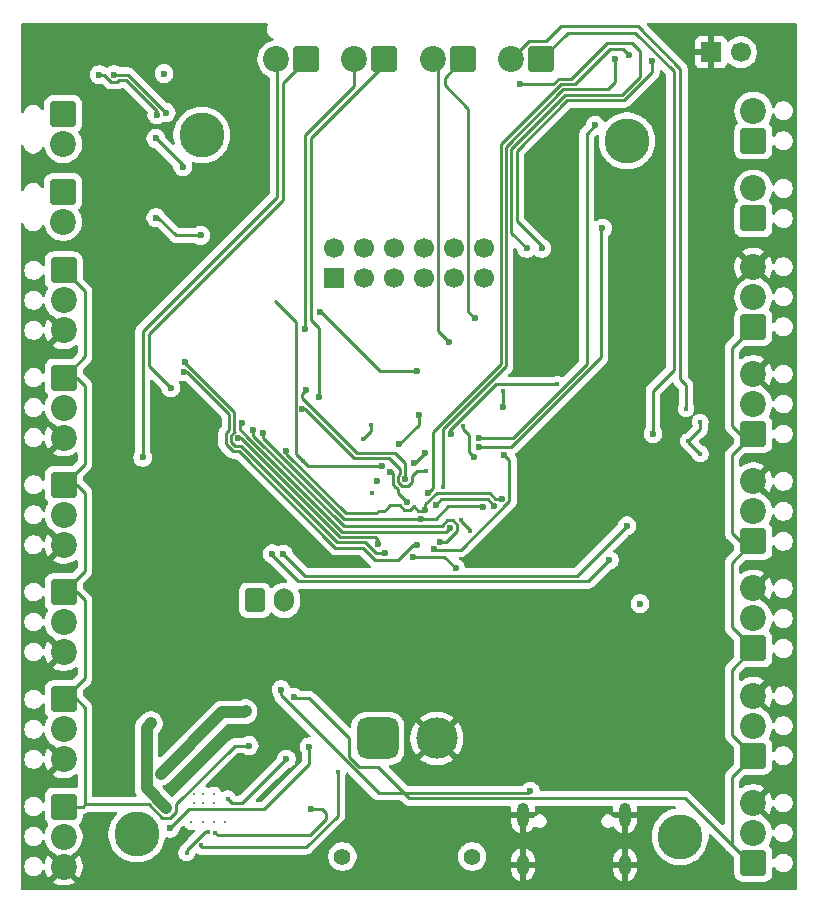
<source format=gbr>
%TF.GenerationSoftware,KiCad,Pcbnew,9.0.4*%
%TF.CreationDate,2025-10-16T14:13:28-04:00*%
%TF.ProjectId,Alpha_Breakout,416c7068-615f-4427-9265-616b6f75742e,rev?*%
%TF.SameCoordinates,Original*%
%TF.FileFunction,Copper,L4,Bot*%
%TF.FilePolarity,Positive*%
%FSLAX46Y46*%
G04 Gerber Fmt 4.6, Leading zero omitted, Abs format (unit mm)*
G04 Created by KiCad (PCBNEW 9.0.4) date 2025-10-16 14:13:28*
%MOMM*%
%LPD*%
G01*
G04 APERTURE LIST*
G04 Aperture macros list*
%AMRoundRect*
0 Rectangle with rounded corners*
0 $1 Rounding radius*
0 $2 $3 $4 $5 $6 $7 $8 $9 X,Y pos of 4 corners*
0 Add a 4 corners polygon primitive as box body*
4,1,4,$2,$3,$4,$5,$6,$7,$8,$9,$2,$3,0*
0 Add four circle primitives for the rounded corners*
1,1,$1+$1,$2,$3*
1,1,$1+$1,$4,$5*
1,1,$1+$1,$6,$7*
1,1,$1+$1,$8,$9*
0 Add four rect primitives between the rounded corners*
20,1,$1+$1,$2,$3,$4,$5,0*
20,1,$1+$1,$4,$5,$6,$7,0*
20,1,$1+$1,$6,$7,$8,$9,0*
20,1,$1+$1,$8,$9,$2,$3,0*%
G04 Aperture macros list end*
%TA.AperFunction,ComponentPad*%
%ADD10RoundRect,0.249999X-0.850001X0.850001X-0.850001X-0.850001X0.850001X-0.850001X0.850001X0.850001X0*%
%TD*%
%TA.AperFunction,ComponentPad*%
%ADD11C,2.200000*%
%TD*%
%TA.AperFunction,ComponentPad*%
%ADD12RoundRect,0.249999X0.850001X-0.850001X0.850001X0.850001X-0.850001X0.850001X-0.850001X-0.850001X0*%
%TD*%
%TA.AperFunction,ComponentPad*%
%ADD13RoundRect,0.249999X0.850001X0.850001X-0.850001X0.850001X-0.850001X-0.850001X0.850001X-0.850001X0*%
%TD*%
%TA.AperFunction,ComponentPad*%
%ADD14C,1.400000*%
%TD*%
%TA.AperFunction,ComponentPad*%
%ADD15RoundRect,0.770000X0.980000X0.980000X-0.980000X0.980000X-0.980000X-0.980000X0.980000X-0.980000X0*%
%TD*%
%TA.AperFunction,ComponentPad*%
%ADD16C,3.500000*%
%TD*%
%TA.AperFunction,ComponentPad*%
%ADD17C,3.800000*%
%TD*%
%TA.AperFunction,ComponentPad*%
%ADD18RoundRect,0.250000X-0.600000X-0.750000X0.600000X-0.750000X0.600000X0.750000X-0.600000X0.750000X0*%
%TD*%
%TA.AperFunction,ComponentPad*%
%ADD19O,1.700000X2.000000*%
%TD*%
%TA.AperFunction,ComponentPad*%
%ADD20R,1.700000X1.700000*%
%TD*%
%TA.AperFunction,ComponentPad*%
%ADD21C,1.700000*%
%TD*%
%TA.AperFunction,ComponentPad*%
%ADD22C,0.300000*%
%TD*%
%TA.AperFunction,HeatsinkPad*%
%ADD23O,1.000000X2.100000*%
%TD*%
%TA.AperFunction,HeatsinkPad*%
%ADD24O,1.000000X1.800000*%
%TD*%
%TA.AperFunction,ViaPad*%
%ADD25C,0.600000*%
%TD*%
%TA.AperFunction,ViaPad*%
%ADD26C,0.400000*%
%TD*%
%TA.AperFunction,ViaPad*%
%ADD27C,1.000000*%
%TD*%
%TA.AperFunction,Conductor*%
%ADD28C,0.250000*%
%TD*%
%TA.AperFunction,Conductor*%
%ADD29C,1.000000*%
%TD*%
G04 APERTURE END LIST*
D10*
%TO.P,J7,1,Pin_1*%
%TO.N,+5V*%
X119200000Y-111000000D03*
D11*
%TO.P,J7,2,Pin_2*%
%TO.N,CH_05*%
X119200000Y-113540000D03*
%TO.P,J7,3,Pin_3*%
%TO.N,GND*%
X119200000Y-116080000D03*
%TD*%
D12*
%TO.P,J12,1,Pin_1*%
%TO.N,+5V*%
X177600000Y-115780000D03*
D11*
%TO.P,J12,2,Pin_2*%
%TO.N,CH_10*%
X177600000Y-113240000D03*
%TO.P,J12,3,Pin_3*%
%TO.N,GND*%
X177600000Y-110700000D03*
%TD*%
D12*
%TO.P,J8,1,Pin_1*%
%TO.N,+5V*%
X177600000Y-124860000D03*
D11*
%TO.P,J8,2,Pin_2*%
%TO.N,CH_09*%
X177600000Y-122320000D03*
%TO.P,J8,3,Pin_3*%
%TO.N,GND*%
X177600000Y-119780000D03*
%TD*%
D13*
%TO.P,J18,1,Pin_1*%
%TO.N,Net-(J18-Pin_1)*%
X146340000Y-65900000D03*
D11*
%TO.P,J18,2,Pin_2*%
%TO.N,Net-(J18-Pin_2)*%
X143800000Y-65900000D03*
%TD*%
D10*
%TO.P,J26,1,Pin_1*%
%TO.N,SW_PWR*%
X119160000Y-70535147D03*
D11*
%TO.P,J26,2,Pin_2*%
%TO.N,Net-(D5-A)*%
X119160000Y-73075147D03*
%TD*%
D12*
%TO.P,J29,1,Pin_1*%
%TO.N,SW_PWR*%
X177600000Y-72779288D03*
D11*
%TO.P,J29,2,Pin_2*%
%TO.N,Net-(D8-A)*%
X177600000Y-70239288D03*
%TD*%
D14*
%TO.P,J22,*%
%TO.N,*%
X153800000Y-133400000D03*
X142800000Y-133400000D03*
D15*
%TO.P,J22,1,Pin_1*%
%TO.N,+BATT*%
X145800000Y-123400000D03*
D16*
%TO.P,J22,2,Pin_2*%
%TO.N,GND*%
X150800000Y-123400000D03*
%TD*%
D10*
%TO.P,J14,1,Pin_1*%
%TO.N,+5V*%
X119200000Y-92840000D03*
D11*
%TO.P,J14,2,Pin_2*%
%TO.N,CH_03*%
X119200000Y-95380000D03*
%TO.P,J14,3,Pin_3*%
%TO.N,GND*%
X119200000Y-97920000D03*
%TD*%
D10*
%TO.P,J10,1,Pin_1*%
%TO.N,+5V*%
X119200000Y-83760000D03*
D11*
%TO.P,J10,2,Pin_2*%
%TO.N,CH_02*%
X119200000Y-86300000D03*
%TO.P,J10,3,Pin_3*%
%TO.N,GND*%
X119200000Y-88840000D03*
%TD*%
D10*
%TO.P,J27,1,Pin_1*%
%TO.N,SW_PWR*%
X119160000Y-77135149D03*
D11*
%TO.P,J27,2,Pin_2*%
%TO.N,Net-(D6-A)*%
X119160000Y-79675149D03*
%TD*%
D12*
%TO.P,J16,1,Pin_1*%
%TO.N,+5V*%
X177600000Y-106700000D03*
D11*
%TO.P,J16,2,Pin_2*%
%TO.N,CH_11*%
X177600000Y-104160000D03*
%TO.P,J16,3,Pin_3*%
%TO.N,GND*%
X177600000Y-101620000D03*
%TD*%
D17*
%TO.P,H3,1*%
%TO.N,N/C*%
X171400000Y-131700000D03*
%TD*%
%TO.P,H1,1*%
%TO.N,N/C*%
X130900000Y-72300000D03*
%TD*%
D12*
%TO.P,J28,1,Pin_1*%
%TO.N,SW_PWR*%
X177600000Y-79369291D03*
D11*
%TO.P,J28,2,Pin_2*%
%TO.N,Net-(D7-A)*%
X177600000Y-76829291D03*
%TD*%
D18*
%TO.P,J36,1,Pin_1*%
%TO.N,+BATT*%
X135400000Y-111700000D03*
D19*
%TO.P,J36,2,Pin_2*%
%TO.N,PYRO_PWR*%
X137900000Y-111700000D03*
%TD*%
D20*
%TO.P,J34,1,Pin_1*%
%TO.N,GND*%
X174000000Y-65300000D03*
D21*
%TO.P,J34,2,Pin_2*%
%TO.N,Net-(J34-Pin_2)*%
X176540000Y-65300000D03*
%TD*%
D17*
%TO.P,H2,1*%
%TO.N,N/C*%
X166900000Y-72800000D03*
%TD*%
D12*
%TO.P,J9,1,Pin_1*%
%TO.N,+5V*%
X177600000Y-88540000D03*
D11*
%TO.P,J9,2,Pin_2*%
%TO.N,CH_13*%
X177600000Y-86000000D03*
%TO.P,J9,3,Pin_3*%
%TO.N,GND*%
X177600000Y-83460000D03*
%TD*%
D22*
%TO.P,PS1,14*%
%TO.N,N/C*%
X130250000Y-128123000D03*
%TO.P,PS1,15*%
X131000000Y-128123000D03*
%TO.P,PS1,16*%
X131900000Y-128123000D03*
%TO.P,PS1,17*%
X130250000Y-128823000D03*
%TO.P,PS1,18*%
X131000000Y-128823000D03*
%TO.P,PS1,19*%
X131900000Y-128823000D03*
%TO.P,PS1,20*%
X130000000Y-130500000D03*
%TO.P,PS1,21*%
X131000000Y-130500000D03*
%TO.P,PS1,22*%
X131900000Y-130500000D03*
%TO.P,PS1,23*%
X132900000Y-130500000D03*
%TD*%
D23*
%TO.P,J2,S1,SHIELD*%
%TO.N,GND*%
X158085000Y-129900000D03*
D24*
X158085000Y-134080000D03*
D23*
X166725000Y-129900000D03*
D24*
X166725000Y-134080000D03*
%TD*%
D12*
%TO.P,J5,1,Pin_1*%
%TO.N,+5V*%
X177600000Y-97620000D03*
D11*
%TO.P,J5,2,Pin_2*%
%TO.N,CH_12*%
X177600000Y-95080000D03*
%TO.P,J5,3,Pin_3*%
%TO.N,GND*%
X177600000Y-92540000D03*
%TD*%
D10*
%TO.P,J3,1,Pin_1*%
%TO.N,+5V*%
X119200000Y-101920000D03*
D11*
%TO.P,J3,2,Pin_2*%
%TO.N,CH_04*%
X119200000Y-104460000D03*
%TO.P,J3,3,Pin_3*%
%TO.N,GND*%
X119200000Y-107000000D03*
%TD*%
D13*
%TO.P,J19,1,Pin_1*%
%TO.N,Net-(J19-Pin_1)*%
X139750000Y-65890000D03*
D11*
%TO.P,J19,2,Pin_2*%
%TO.N,Net-(J19-Pin_2)*%
X137210000Y-65890000D03*
%TD*%
D13*
%TO.P,J20,1,Pin_1*%
%TO.N,Net-(J20-Pin_1)*%
X153040000Y-65890000D03*
D11*
%TO.P,J20,2,Pin_2*%
%TO.N,Net-(J20-Pin_2)*%
X150500000Y-65890000D03*
%TD*%
D13*
%TO.P,J21,1,Pin_1*%
%TO.N,Net-(J21-Pin_1)*%
X159640000Y-65900000D03*
D11*
%TO.P,J21,2,Pin_2*%
%TO.N,Net-(J21-Pin_2)*%
X157100000Y-65900000D03*
%TD*%
D20*
%TO.P,J35,1,Pin_1*%
%TO.N,+5V*%
X142080000Y-84440000D03*
D21*
%TO.P,J35,2,Pin_2*%
%TO.N,+3.3V*%
X142080000Y-81900000D03*
%TO.P,J35,3,Pin_3*%
%TO.N,/Breakout/PB3*%
X144620000Y-84440000D03*
%TO.P,J35,4,Pin_4*%
%TO.N,/Breakout/PB9*%
X144620000Y-81900000D03*
%TO.P,J35,5,Pin_5*%
%TO.N,/Breakout/PB4*%
X147159999Y-84440000D03*
%TO.P,J35,6,Pin_6*%
%TO.N,/Breakout/PA13*%
X147160000Y-81900000D03*
%TO.P,J35,7,Pin_7*%
%TO.N,/Breakout/PB5*%
X149700000Y-84440000D03*
%TO.P,J35,8,Pin_8*%
%TO.N,/Breakout/PA14*%
X149700000Y-81900000D03*
%TO.P,J35,9,Pin_9*%
%TO.N,/Breakout/PB8*%
X152240000Y-84440000D03*
%TO.P,J35,10,Pin_10*%
%TO.N,/Breakout/PA15*%
X152240000Y-81900000D03*
%TO.P,J35,11,Pin_11*%
%TO.N,GND*%
X154780000Y-84440000D03*
%TO.P,J35,12,Pin_12*%
X154780000Y-81900000D03*
%TD*%
D17*
%TO.P,H4,1*%
%TO.N,N/C*%
X125400000Y-131500000D03*
%TD*%
D12*
%TO.P,J4,1,Pin_1*%
%TO.N,+5V*%
X177600000Y-133940000D03*
D11*
%TO.P,J4,2,Pin_2*%
%TO.N,CH_08*%
X177600000Y-131400000D03*
%TO.P,J4,3,Pin_3*%
%TO.N,GND*%
X177600000Y-128860000D03*
%TD*%
D10*
%TO.P,J15,1,Pin_1*%
%TO.N,+5V*%
X119200000Y-129160000D03*
D11*
%TO.P,J15,2,Pin_2*%
%TO.N,CH_07*%
X119200000Y-131700000D03*
%TO.P,J15,3,Pin_3*%
%TO.N,GND*%
X119200000Y-134240000D03*
%TD*%
D10*
%TO.P,J11,1,Pin_1*%
%TO.N,+5V*%
X119200000Y-120080000D03*
D11*
%TO.P,J11,2,Pin_2*%
%TO.N,CH_06*%
X119200000Y-122620000D03*
%TO.P,J11,3,Pin_3*%
%TO.N,GND*%
X119200000Y-125160000D03*
%TD*%
D25*
%TO.N,FB*%
X140175000Y-129375000D03*
D26*
X132000000Y-131363000D03*
D25*
%TO.N,+5V*%
X138679442Y-119920558D03*
X127700000Y-67100000D03*
X134900000Y-124000000D03*
%TO.N,/prog/USB_RX*%
X148800000Y-108000000D03*
X148300000Y-103400000D03*
X152400000Y-109000000D03*
X146800000Y-100800000D03*
D26*
%TO.N,Net-(PS1-FB)*%
X131401419Y-131321739D03*
X129622589Y-133077868D03*
D25*
%TO.N,/prog/USB_TX*%
X145700000Y-101600000D03*
X148900000Y-100100000D03*
X149807578Y-99223694D03*
D26*
%TO.N,Net-(U1-BOOT0)*%
X145203554Y-96896446D03*
X144542547Y-98062382D03*
D25*
%TO.N,/stm32f1/SPI1_MISO*%
X154691942Y-103791942D03*
X136100000Y-97500000D03*
X149500000Y-104800000D03*
%TO.N,/stm32f1/SPI1_MOSI*%
X149815136Y-104064682D03*
X156283884Y-103083884D03*
X138060847Y-99039153D03*
%TO.N,Net-(J23-Pin_1)*%
X123472501Y-67200000D03*
X127876116Y-70405970D03*
%TO.N,Net-(J23-Pin_2)*%
X127100000Y-70600000D03*
X122222501Y-67200000D03*
%TO.N,Net-(C31-Pad1)*%
X128200000Y-131000000D03*
X140000000Y-124100000D03*
D27*
%TO.N,Net-(C31-Pad2)*%
X127900000Y-129300000D03*
X126600000Y-122100000D03*
D25*
%TO.N,/ADCs/SDA*%
X149279000Y-96000000D03*
X146175303Y-100300242D03*
X147600000Y-98500000D03*
D26*
X139500000Y-99900000D03*
D25*
%TO.N,/RS-485/TX_RS485*%
X146447767Y-107655772D03*
X129500000Y-91500000D03*
%TO.N,/stm32f1/SPI1_SCK*%
X151100000Y-106800000D03*
X135276347Y-97304414D03*
%TO.N,/Accelerometer/ACC_SCL*%
X165900000Y-65900000D03*
D26*
X151314674Y-102075000D03*
D25*
%TO.N,/RS-485/DIR_RS485*%
X150518106Y-107349000D03*
X156500000Y-99400000D03*
X156400000Y-95300000D03*
D26*
X156400000Y-93975000D03*
%TO.N,Net-(D9-K)*%
X145300000Y-102600000D03*
%TO.N,Net-(U8-T-)*%
X173100000Y-99300000D03*
X173100000Y-96600000D03*
X172100000Y-98200000D03*
%TO.N,en*%
X142400000Y-126200000D03*
X130800000Y-132448000D03*
D25*
%TO.N,Net-(J18-Pin_2)*%
X139600000Y-88700000D03*
D26*
%TO.N,Net-(PS1-VBST)*%
X133100000Y-128500000D03*
D25*
X138050000Y-125150000D03*
%TO.N,/stm32f1/TC2_CS*%
X150700000Y-103600000D03*
X155673145Y-103704015D03*
%TO.N,/stm32f1/TC3_CS*%
X134000000Y-98000000D03*
X145800000Y-106900000D03*
%TO.N,/stm32f1/TC1_CS*%
X151910327Y-105563881D03*
X134272463Y-96679414D03*
%TO.N,USB_V+*%
X158700000Y-127844000D03*
X137613131Y-119270754D03*
D27*
%TO.N,BATT_V+*%
X127425000Y-126400000D03*
X134600000Y-121100000D03*
D25*
%TO.N,Net-(J18-Pin_1)*%
X140800000Y-94500000D03*
%TO.N,Net-(J19-Pin_2)*%
X125900000Y-99600000D03*
%TO.N,Net-(J19-Pin_1)*%
X128275828Y-93718783D03*
%TO.N,Net-(J20-Pin_1)*%
X154000000Y-87800000D03*
%TO.N,Net-(J20-Pin_2)*%
X151800000Y-89800000D03*
D26*
%TO.N,Net-(J21-Pin_2)*%
X171900000Y-95500000D03*
D25*
%TO.N,Net-(J21-Pin_1)*%
X169100000Y-97600000D03*
%TO.N,SCL_5V*%
X137800000Y-107800000D03*
X166900000Y-105400000D03*
%TO.N,SDA_5V*%
X136858058Y-107775000D03*
X165400000Y-108300000D03*
%TO.N,/ADS1231/LC_DRDY{slash}DOUT*%
X152000000Y-97600000D03*
D26*
X161000000Y-93418785D03*
D25*
%TO.N,/Accelerometer/ACC_SDA*%
X167100000Y-65499000D03*
X150028768Y-102628768D03*
%TO.N,/RS-485/RX_RS485*%
X149100000Y-107000000D03*
X129358058Y-92341942D03*
%TO.N,/Solenoids/S1*%
X127016000Y-72600000D03*
X139700000Y-93900000D03*
X129300000Y-75000000D03*
X148100000Y-101400000D03*
%TO.N,/Solenoids/S2*%
X140900000Y-87300000D03*
X149100490Y-92300490D03*
X127016000Y-79300000D03*
D26*
X153021232Y-96921232D03*
D25*
X130791942Y-80808058D03*
X153929379Y-99529379D03*
%TO.N,/Solenoids/S3*%
X164825000Y-80200000D03*
X154400000Y-98723877D03*
%TO.N,/Solenoids/S4*%
X154400000Y-97923874D03*
X164200000Y-71500000D03*
%TO.N,Net-(J30-Pin_2)*%
X159700000Y-81900000D03*
X169033086Y-66066914D03*
%TO.N,Net-(J30-Pin_3)*%
X158400000Y-81900000D03*
X157800000Y-68000000D03*
%TO.N,/Pyro/PYRO1*%
X139405001Y-95500000D03*
D26*
X149907577Y-100724000D03*
%TO.N,/Hardware_Safe/BW1*%
X153600000Y-105800000D03*
D25*
X168000000Y-112000000D03*
D26*
X152887104Y-104912896D03*
%TD*%
D28*
%TO.N,FB*%
X140085298Y-131600000D02*
X141426000Y-130259298D01*
X132000000Y-131363000D02*
X132237000Y-131600000D01*
X141426000Y-129740702D02*
X141060298Y-129375000D01*
X132237000Y-131600000D02*
X140085298Y-131600000D01*
X141060298Y-129375000D02*
X140175000Y-129375000D01*
X141426000Y-130259298D02*
X141426000Y-129740702D01*
%TO.N,+5V*%
X121001000Y-128959000D02*
X120800000Y-129160000D01*
X177593001Y-115780000D02*
X177600000Y-115780000D01*
X175799000Y-123065999D02*
X175799000Y-117581000D01*
X176439185Y-133060815D02*
X171847370Y-128469000D01*
X121001000Y-91039000D02*
X121001000Y-85554001D01*
X177593001Y-124860000D02*
X175799000Y-123065999D01*
X144210692Y-125851000D02*
X145851000Y-125851000D01*
X148469000Y-128469000D02*
X171847370Y-128469000D01*
X128726000Y-129642140D02*
X128726000Y-128959000D01*
X175799000Y-126661000D02*
X175799000Y-132420630D01*
X119200000Y-92840000D02*
X121001000Y-91039000D01*
X121001000Y-120781001D02*
X121001000Y-128959000D01*
X175799000Y-132420630D02*
X176439185Y-133060815D01*
X175799000Y-113985999D02*
X177593001Y-115780000D01*
X175799000Y-96918999D02*
X176500001Y-97620000D01*
X177600000Y-124860000D02*
X175799000Y-126661000D01*
X175799000Y-117581000D02*
X177600000Y-115780000D01*
X177600000Y-88540000D02*
X175799000Y-90341000D01*
X119200000Y-120080000D02*
X120299999Y-120080000D01*
X177600000Y-106700000D02*
X175799000Y-108501000D01*
X120800000Y-129160000D02*
X119200000Y-129160000D01*
X121001000Y-118279000D02*
X121001000Y-111701001D01*
X138600000Y-120000000D02*
X140000000Y-120000000D01*
X171847370Y-128469000D02*
X176439185Y-133060815D01*
X133685000Y-124000000D02*
X134900000Y-124000000D01*
X119200000Y-111000000D02*
X121001000Y-109199000D01*
X119200000Y-120080000D02*
X121001000Y-118279000D01*
X121001000Y-100119000D02*
X121001000Y-93541001D01*
X121001000Y-111701001D02*
X120299999Y-111000000D01*
X121001000Y-128959000D02*
X126390860Y-128959000D01*
X175799000Y-99421000D02*
X175799000Y-105998999D01*
X175799000Y-90341000D02*
X175799000Y-96918999D01*
X176439185Y-133060815D02*
X177318370Y-133940000D01*
X119206999Y-83760000D02*
X119200000Y-83760000D01*
X120299999Y-120080000D02*
X121001000Y-120781001D01*
X120299999Y-111000000D02*
X119200000Y-111000000D01*
X120299999Y-92840000D02*
X119200000Y-92840000D01*
X176500001Y-97620000D02*
X177600000Y-97620000D01*
X145851000Y-125851000D02*
X148469000Y-128469000D01*
X177600000Y-124860000D02*
X177593001Y-124860000D01*
X143349000Y-124989308D02*
X144210692Y-125851000D01*
X120299999Y-101920000D02*
X119200000Y-101920000D01*
X175799000Y-108501000D02*
X175799000Y-113985999D01*
X143349000Y-123349000D02*
X143349000Y-124989308D01*
X138600000Y-120000000D02*
X138679442Y-119920558D01*
X175799000Y-105998999D02*
X176500001Y-106700000D01*
X128242141Y-130126000D02*
X128726000Y-129642140D01*
X177600000Y-97620000D02*
X175799000Y-99421000D01*
X121001000Y-109199000D02*
X121001000Y-102621001D01*
X127557860Y-130126000D02*
X128242141Y-130126000D01*
X128726000Y-128959000D02*
X133685000Y-124000000D01*
X121001000Y-102621001D02*
X120299999Y-101920000D01*
X140000000Y-120000000D02*
X143349000Y-123349000D01*
X119200000Y-101920000D02*
X121001000Y-100119000D01*
X177318370Y-133940000D02*
X177600000Y-133940000D01*
X121001000Y-93541001D02*
X120299999Y-92840000D01*
X121001000Y-85554001D02*
X119206999Y-83760000D01*
X126390860Y-128959000D02*
X127557860Y-130126000D01*
X176500001Y-106700000D02*
X177600000Y-106700000D01*
%TO.N,/prog/USB_RX*%
X147500000Y-102600000D02*
X147500000Y-102287753D01*
X147500000Y-102287753D02*
X147414702Y-102202454D01*
X147048000Y-101835753D02*
X147048000Y-100964247D01*
X151400000Y-108000000D02*
X148800000Y-108000000D01*
X147297545Y-102085298D02*
X147297546Y-102085298D01*
X147297546Y-102085298D02*
X147048000Y-101835753D01*
X147048000Y-100964247D02*
X147048000Y-100964248D01*
X146800000Y-100700000D02*
X146800000Y-100800000D01*
X147414702Y-102202454D02*
X147297545Y-102085298D01*
X147048000Y-100964248D02*
X147056123Y-100956123D01*
X148300000Y-103400000D02*
X147500000Y-102600000D01*
X147056123Y-100956123D02*
X146800000Y-100700000D01*
X152400000Y-109000000D02*
X151400000Y-108000000D01*
%TO.N,Net-(PS1-FB)*%
X131401419Y-131321739D02*
X131182384Y-131321739D01*
X129622589Y-132881534D02*
X129622589Y-133077868D01*
X131182384Y-131321739D02*
X129622589Y-132881534D01*
%TO.N,/prog/USB_TX*%
X149807578Y-99223694D02*
X148931272Y-100100000D01*
X148931272Y-100100000D02*
X148900000Y-100100000D01*
%TO.N,Net-(U1-BOOT0)*%
X145200000Y-96900000D02*
X145203554Y-96896446D01*
X145200000Y-97404929D02*
X145200000Y-96900000D01*
X144542547Y-98062382D02*
X145200000Y-97404929D01*
%TO.N,/stm32f1/SPI1_MISO*%
X142937810Y-104800000D02*
X136100000Y-97962190D01*
X136100000Y-97962190D02*
X136100000Y-97500000D01*
X151757778Y-103742222D02*
X154642222Y-103742222D01*
X150700000Y-104800000D02*
X151757778Y-103742222D01*
X154642222Y-103742222D02*
X154691942Y-103791942D01*
X149500000Y-104800000D02*
X150700000Y-104800000D01*
X149500000Y-104800000D02*
X142937810Y-104800000D01*
%TO.N,/stm32f1/SPI1_MOSI*%
X146720150Y-103790041D02*
X146720150Y-103600000D01*
X145700000Y-104291595D02*
X145834852Y-104156743D01*
X143124620Y-104349000D02*
X145649000Y-104349000D01*
X156283884Y-103083884D02*
X155751009Y-103083884D01*
X149815136Y-103584864D02*
X149815136Y-104064682D01*
X146353448Y-104156743D02*
X146720150Y-103790041D01*
X150800000Y-102600000D02*
X149815136Y-103584864D01*
X145700000Y-104349000D02*
X145700000Y-104291595D01*
X148040702Y-104026000D02*
X148559298Y-104026000D01*
X148559298Y-104026000D02*
X148826000Y-103759298D01*
X147674000Y-103600000D02*
X147674000Y-103659298D01*
X149705818Y-104174000D02*
X149815136Y-104064682D01*
X155267125Y-102600000D02*
X150800000Y-102600000D01*
X148826000Y-103759298D02*
X149240702Y-104174000D01*
X138060847Y-99285227D02*
X143124620Y-104349000D01*
X145649000Y-104349000D02*
X145700000Y-104349000D01*
X147674000Y-103659298D02*
X148040702Y-104026000D01*
X149240702Y-104174000D02*
X149705818Y-104174000D01*
X155751009Y-103083884D02*
X155267125Y-102600000D01*
X145834852Y-104156743D02*
X146353448Y-104156743D01*
X138060847Y-99039153D02*
X138060847Y-99285227D01*
X146720150Y-103600000D02*
X147674000Y-103600000D01*
%TO.N,Net-(J23-Pin_1)*%
X127876116Y-70405970D02*
X124670146Y-67200000D01*
X124670146Y-67200000D02*
X123472501Y-67200000D01*
%TO.N,Net-(J23-Pin_2)*%
X123906799Y-67651000D02*
X123731799Y-67826000D01*
X124483336Y-67651000D02*
X123906799Y-67651000D01*
X127100000Y-70267664D02*
X124483336Y-67651000D01*
X122587203Y-67200000D02*
X122222501Y-67200000D01*
X127100000Y-70600000D02*
X127100000Y-70267664D01*
X123213203Y-67826000D02*
X122587203Y-67200000D01*
X123731799Y-67826000D02*
X123213203Y-67826000D01*
%TO.N,Net-(C31-Pad1)*%
X140000000Y-125600000D02*
X136200000Y-129400000D01*
X140000000Y-124100000D02*
X140000000Y-125600000D01*
X136200000Y-129400000D02*
X129800000Y-129400000D01*
X129800000Y-129400000D02*
X128200000Y-131000000D01*
D29*
%TO.N,Net-(C31-Pad2)*%
X126224000Y-127624000D02*
X127900000Y-129300000D01*
X126600000Y-122100000D02*
X126224000Y-122476000D01*
X126224000Y-122476000D02*
X126224000Y-127624000D01*
D28*
%TO.N,/ADCs/SDA*%
X138880001Y-99280001D02*
X138880001Y-88160002D01*
X149279000Y-96821000D02*
X149279000Y-96000000D01*
X138880001Y-88160002D02*
X137100000Y-86380001D01*
X139900242Y-100300242D02*
X139500000Y-99900000D01*
X139500000Y-99900000D02*
X138880001Y-99280001D01*
X147600000Y-98500000D02*
X149279000Y-96821000D01*
X146175303Y-100300242D02*
X139900242Y-100300242D01*
%TO.N,/RS-485/TX_RS485*%
X133646463Y-96938712D02*
X133646463Y-96420115D01*
X129500000Y-91600000D02*
X129500000Y-91500000D01*
X146447767Y-107655772D02*
X146377539Y-107726000D01*
X133740702Y-98626000D02*
X133374000Y-98259298D01*
X133649000Y-97424618D02*
X133649000Y-96941249D01*
X145626000Y-107726000D02*
X144696685Y-106796685D01*
X133649000Y-96941249D02*
X133646463Y-96938712D01*
X134212572Y-98626000D02*
X133740702Y-98626000D01*
X133646463Y-96420115D02*
X133646463Y-95746463D01*
X144696685Y-106796685D02*
X142383257Y-106796685D01*
X142383257Y-106796685D02*
X134212572Y-98626000D01*
X133374000Y-98259298D02*
X133374000Y-97740702D01*
X146377539Y-107726000D02*
X145626000Y-107726000D01*
X133669542Y-97445160D02*
X133649000Y-97424618D01*
X133374000Y-97740702D02*
X133669542Y-97445160D01*
X133646463Y-95746463D02*
X129500000Y-91600000D01*
%TO.N,/stm32f1/SPI1_SCK*%
X152169625Y-104937881D02*
X152536327Y-105304583D01*
X151559506Y-106800000D02*
X151100000Y-106800000D01*
X152536327Y-105823179D02*
X151559506Y-106800000D01*
X151284327Y-105304583D02*
X151651029Y-104937881D01*
X135276347Y-97776347D02*
X142943685Y-105443685D01*
X135276347Y-97304414D02*
X135276347Y-97776347D01*
X142943685Y-105443685D02*
X151284327Y-105443685D01*
X151651029Y-104937881D02*
X152169625Y-104937881D01*
X151284327Y-105443685D02*
X151284327Y-105304583D01*
X152536327Y-105304583D02*
X152536327Y-105823179D01*
%TO.N,/Accelerometer/ACC_SCL*%
X161486810Y-68451000D02*
X156651000Y-73286810D01*
X151313258Y-102073585D02*
X151314674Y-102075000D01*
X156651000Y-91886810D02*
X151313258Y-97224552D01*
X165900000Y-67802000D02*
X165251000Y-68451000D01*
X165251000Y-68451000D02*
X161486810Y-68451000D01*
X165900000Y-65900000D02*
X165900000Y-67802000D01*
X156651000Y-73286810D02*
X156651000Y-91886810D01*
X151313258Y-97224552D02*
X151313258Y-102073585D01*
%TO.N,/RS-485/DIR_RS485*%
X150518106Y-107349000D02*
X150570106Y-107401000D01*
X152826103Y-107401000D02*
X156949877Y-103277226D01*
X156949877Y-103277226D02*
X156949877Y-99849877D01*
X150570106Y-107401000D02*
X152826103Y-107401000D01*
X156949877Y-99849877D02*
X156500000Y-99400000D01*
X156400000Y-94000000D02*
X156400000Y-93975000D01*
X156400000Y-95300000D02*
X156400000Y-94000000D01*
%TO.N,Net-(U8-T-)*%
X173100000Y-96600000D02*
X173100000Y-97200000D01*
X173100000Y-97200000D02*
X172100000Y-98200000D01*
X172100000Y-98300000D02*
X172100000Y-98200000D01*
X173100000Y-99300000D02*
X172100000Y-98300000D01*
%TO.N,en*%
X142400000Y-129923108D02*
X142400000Y-126200000D01*
X130800000Y-132448000D02*
X130800000Y-132600000D01*
X130800000Y-132600000D02*
X139723108Y-132600000D01*
X139723108Y-132600000D02*
X142400000Y-129923108D01*
%TO.N,Net-(J18-Pin_2)*%
X143800000Y-68120768D02*
X139600000Y-72320768D01*
X139600000Y-72320768D02*
X139600000Y-88700000D01*
X143800000Y-65900000D02*
X143800000Y-68120768D01*
%TO.N,Net-(PS1-VBST)*%
X134325000Y-128875000D02*
X136800000Y-126400000D01*
X133475000Y-128875000D02*
X134325000Y-128875000D01*
X133100000Y-128500000D02*
X133475000Y-128875000D01*
X136800000Y-126400000D02*
X138050000Y-125150000D01*
%TO.N,/stm32f1/TC2_CS*%
X155673145Y-103704015D02*
X155135072Y-103165942D01*
X155135072Y-103165942D02*
X151134058Y-103165942D01*
X151134058Y-103165942D02*
X150700000Y-103600000D01*
%TO.N,/stm32f1/TC3_CS*%
X145800000Y-106600000D02*
X145545685Y-106345685D01*
X145545685Y-106345685D02*
X142570067Y-106345685D01*
X142570067Y-106345685D02*
X134224382Y-98000000D01*
X134224382Y-98000000D02*
X134000000Y-98000000D01*
X145800000Y-106900000D02*
X145800000Y-106600000D01*
%TO.N,/stm32f1/TC1_CS*%
X134626000Y-97763808D02*
X142756877Y-105894685D01*
X142756877Y-105894685D02*
X151579523Y-105894685D01*
X134272463Y-96679414D02*
X134100000Y-96851877D01*
X134100000Y-96851877D02*
X134100000Y-97237808D01*
X134626000Y-97740702D02*
X134626000Y-97763808D01*
X134100000Y-97237808D02*
X134236192Y-97374000D01*
X134236192Y-97374000D02*
X134259298Y-97374000D01*
X134259298Y-97374000D02*
X134626000Y-97740702D01*
X151579523Y-105894685D02*
X151910327Y-105563881D01*
%TO.N,USB_V+*%
X158700000Y-127844000D02*
X158526000Y-128018000D01*
X138275000Y-120400000D02*
X137613131Y-119738131D01*
X137613131Y-119738131D02*
X137613131Y-119270754D01*
X147100000Y-128018000D02*
X145893000Y-128018000D01*
X145893000Y-128018000D02*
X138275000Y-120400000D01*
X158526000Y-128018000D02*
X147100000Y-128018000D01*
D29*
%TO.N,BATT_V+*%
X134600000Y-121100000D02*
X134500000Y-121200000D01*
X134500000Y-121200000D02*
X132625000Y-121200000D01*
X132625000Y-121200000D02*
X127425000Y-126400000D01*
D28*
%TO.N,Net-(J18-Pin_1)*%
X146340000Y-66360000D02*
X140151000Y-72549000D01*
X140151000Y-72549000D02*
X140151000Y-88000000D01*
X146340000Y-65900000D02*
X146340000Y-66360000D01*
X140800000Y-88649000D02*
X140800000Y-94500000D01*
X140151000Y-88000000D02*
X140800000Y-88649000D01*
%TO.N,Net-(J19-Pin_2)*%
X125900000Y-99600000D02*
X125900000Y-88900000D01*
X137260000Y-77540000D02*
X137260000Y-65900000D01*
X125900000Y-88900000D02*
X137260000Y-77540000D01*
%TO.N,Net-(J19-Pin_1)*%
X126451000Y-91893955D02*
X128275828Y-93718783D01*
X137811000Y-67889000D02*
X137811000Y-77768232D01*
X126451000Y-89128232D02*
X126451000Y-91893955D01*
X137811000Y-77768232D02*
X126451000Y-89128232D01*
X139800000Y-65900000D02*
X137811000Y-67889000D01*
%TO.N,Net-(J20-Pin_1)*%
X153466000Y-70089000D02*
X153466000Y-87266000D01*
X151477000Y-68100000D02*
X153466000Y-70089000D01*
X153040000Y-65900000D02*
X151477000Y-67463000D01*
X153466000Y-87266000D02*
X154000000Y-87800000D01*
X151477000Y-67463000D02*
X151477000Y-68100000D01*
%TO.N,Net-(J20-Pin_2)*%
X150926000Y-66326000D02*
X150926000Y-88926000D01*
X150926000Y-88926000D02*
X151800000Y-89800000D01*
X150500000Y-65900000D02*
X150926000Y-66326000D01*
%TO.N,Net-(J21-Pin_2)*%
X157100000Y-65900000D02*
X157100000Y-65847774D01*
X158611774Y-64336000D02*
X160044272Y-64336000D01*
X160044272Y-64336000D02*
X161280272Y-63100000D01*
X167800000Y-63100000D02*
X171400000Y-66700000D01*
X157100000Y-65847774D02*
X158611774Y-64336000D01*
X171900000Y-95500000D02*
X171900000Y-93500000D01*
X171900000Y-93500000D02*
X171400000Y-93000000D01*
X171400000Y-66700000D02*
X171400000Y-93000000D01*
X161280272Y-63100000D02*
X167800000Y-63100000D01*
%TO.N,Net-(J21-Pin_1)*%
X169100000Y-93949000D02*
X169100000Y-97600000D01*
X170849000Y-66928232D02*
X170849000Y-92200000D01*
X159640000Y-65900000D02*
X161889000Y-63651000D01*
X170849000Y-92200000D02*
X169100000Y-93949000D01*
X167571768Y-63651000D02*
X170849000Y-66928232D01*
X161889000Y-63651000D02*
X167571768Y-63651000D01*
%TO.N,SCL_5V*%
X162674000Y-109626000D02*
X139626000Y-109626000D01*
X139626000Y-109626000D02*
X137800000Y-107800000D01*
X166900000Y-105400000D02*
X162674000Y-109626000D01*
%TO.N,SDA_5V*%
X165400000Y-108300000D02*
X163623000Y-110077000D01*
X139077000Y-110077000D02*
X136858058Y-107858058D01*
X136858058Y-107858058D02*
X136858058Y-107775000D01*
X163623000Y-110077000D02*
X139077000Y-110077000D01*
%TO.N,/ADS1231/LC_DRDY{slash}DOUT*%
X155781215Y-93418785D02*
X161000000Y-93418785D01*
X152000000Y-97600000D02*
X151800000Y-97400000D01*
X151800000Y-97400000D02*
X155781215Y-93418785D01*
%TO.N,/Accelerometer/ACC_SDA*%
X156200000Y-91700000D02*
X150432577Y-97467423D01*
X165500000Y-65000000D02*
X162500000Y-68000000D01*
X150432577Y-102224959D02*
X150028768Y-102628768D01*
X167100000Y-65499000D02*
X166601000Y-65000000D01*
X156200000Y-73100000D02*
X156200000Y-91700000D01*
X150432577Y-97467423D02*
X150432577Y-102224959D01*
X162500000Y-68000000D02*
X161300000Y-68000000D01*
X166601000Y-65000000D02*
X165500000Y-65000000D01*
X161300000Y-68000000D02*
X156200000Y-73100000D01*
%TO.N,/RS-485/RX_RS485*%
X133195463Y-95933273D02*
X129604132Y-92341942D01*
X133198000Y-97278892D02*
X133198000Y-97128059D01*
X132923000Y-98446108D02*
X132923000Y-97553892D01*
X145477000Y-108177000D02*
X145439190Y-108177000D01*
X133195463Y-97125522D02*
X133195463Y-95933273D01*
X133198000Y-97128059D02*
X133195463Y-97125522D01*
X144509875Y-107247685D02*
X142196447Y-107247685D01*
X133553892Y-99077000D02*
X132923000Y-98446108D01*
X148800000Y-107000000D02*
X147518228Y-108281772D01*
X132923000Y-97553892D02*
X133198000Y-97278892D01*
X129604132Y-92341942D02*
X129358058Y-92341942D01*
X142196447Y-107247685D02*
X134025762Y-99077000D01*
X145439190Y-108177000D02*
X144509875Y-107247685D01*
X147518228Y-108281772D02*
X145581772Y-108281772D01*
X149100000Y-107000000D02*
X148800000Y-107000000D01*
X134025762Y-99077000D02*
X133553892Y-99077000D01*
X145581772Y-108281772D02*
X145477000Y-108177000D01*
%TO.N,/Solenoids/S1*%
X148100000Y-100075000D02*
X147225000Y-99200000D01*
X139400000Y-94600000D02*
X139400000Y-94200000D01*
X139400000Y-94200000D02*
X139700000Y-93900000D01*
X127016000Y-72600000D02*
X129300000Y-74884000D01*
X144000000Y-99200000D02*
X139400000Y-94600000D01*
X129300000Y-74884000D02*
X129300000Y-75000000D01*
X148100000Y-101400000D02*
X148100000Y-100075000D01*
X147225000Y-99200000D02*
X144000000Y-99200000D01*
%TO.N,/Solenoids/S2*%
X153021232Y-96921232D02*
X153021232Y-97189242D01*
X128708058Y-80808058D02*
X127200000Y-79300000D01*
X130791942Y-80808058D02*
X128708058Y-80808058D01*
X153550479Y-97718489D02*
X153550479Y-99150479D01*
X146000490Y-92300490D02*
X140900000Y-87200000D01*
X153021232Y-97189242D02*
X153550479Y-97718489D01*
X127200000Y-79300000D02*
X127016000Y-79300000D01*
X149100490Y-92300490D02*
X146000490Y-92300490D01*
X140900000Y-87200000D02*
X140900000Y-87300000D01*
X153550479Y-99150479D02*
X153929379Y-99529379D01*
%TO.N,/Solenoids/S3*%
X157076595Y-98723877D02*
X164700000Y-91100472D01*
X164700000Y-91100472D02*
X164700000Y-80200000D01*
X154400000Y-98723877D02*
X157076595Y-98723877D01*
X164700000Y-80200000D02*
X164825000Y-80200000D01*
%TO.N,/Solenoids/S4*%
X163500000Y-72200000D02*
X164200000Y-71500000D01*
X163500000Y-91662662D02*
X163500000Y-72200000D01*
X154400000Y-97923874D02*
X157238788Y-97923874D01*
X157238788Y-97923874D02*
X163500000Y-91662662D01*
%TO.N,Net-(J30-Pin_2)*%
X159700000Y-81700000D02*
X157553000Y-79553000D01*
X157553000Y-73660430D02*
X161860430Y-69353000D01*
X169033086Y-66980344D02*
X169033086Y-66066914D01*
X166660430Y-69353000D02*
X169033086Y-66980344D01*
X161860430Y-69353000D02*
X166660430Y-69353000D01*
X157553000Y-79553000D02*
X157553000Y-73660430D01*
X159700000Y-81900000D02*
X159700000Y-81700000D01*
%TO.N,Net-(J30-Pin_3)*%
X167977000Y-65153892D02*
X167346108Y-64523000D01*
X158400000Y-81900000D02*
X157102000Y-80602000D01*
X161673620Y-68902000D02*
X166473620Y-68902000D01*
X157102000Y-73473620D02*
X161673620Y-68902000D01*
X167977000Y-67398620D02*
X167977000Y-65153892D01*
X160662190Y-68000000D02*
X157800000Y-68000000D01*
X162151000Y-67549000D02*
X161113190Y-67549000D01*
X167346108Y-64523000D02*
X165177000Y-64523000D01*
X165177000Y-64523000D02*
X162151000Y-67549000D01*
X166473620Y-68902000D02*
X167977000Y-67398620D01*
X161113190Y-67549000D02*
X160662190Y-68000000D01*
X157102000Y-80602000D02*
X157102000Y-73473620D01*
%TO.N,/Pyro/PYRO1*%
X146751000Y-99651000D02*
X144186810Y-99651000D01*
X144186810Y-99651000D02*
X143813190Y-99651000D01*
X149138429Y-100724000D02*
X148726000Y-101136429D01*
X149907577Y-100724000D02*
X149138429Y-100724000D01*
X147649000Y-100549000D02*
X146751000Y-99651000D01*
X148726000Y-101136429D02*
X148726000Y-101140702D01*
X148726000Y-101659298D02*
X148359298Y-102026000D01*
X148726000Y-101140702D02*
X148726000Y-101659298D01*
X147474000Y-101659298D02*
X147474000Y-101140702D01*
X143549000Y-99386810D02*
X139662190Y-95500000D01*
X147840702Y-102026000D02*
X147474000Y-101659298D01*
X148359298Y-102026000D02*
X147840702Y-102026000D01*
X147649000Y-100965702D02*
X147649000Y-100549000D01*
X147474000Y-101140702D02*
X147649000Y-100965702D01*
X139662190Y-95500000D02*
X139405001Y-95500000D01*
X143813190Y-99651000D02*
X143549000Y-99386810D01*
%TO.N,/Hardware_Safe/BW1*%
X152834777Y-104965223D02*
X152887104Y-104912896D01*
X153600000Y-105730446D02*
X152834777Y-104965223D01*
X153600000Y-105800000D02*
X153600000Y-105730446D01*
%TD*%
%TA.AperFunction,Conductor*%
%TO.N,GND*%
G36*
X136448472Y-62830186D02*
G01*
X136494227Y-62882990D01*
X136504171Y-62952148D01*
X136495994Y-62981953D01*
X136440264Y-63116498D01*
X136440261Y-63116510D01*
X136409500Y-63271153D01*
X136409500Y-63428846D01*
X136440261Y-63583489D01*
X136440264Y-63583501D01*
X136500602Y-63729172D01*
X136500609Y-63729185D01*
X136588210Y-63860288D01*
X136588213Y-63860292D01*
X136699707Y-63971786D01*
X136699711Y-63971789D01*
X136830814Y-64059390D01*
X136830821Y-64059394D01*
X136896524Y-64086609D01*
X136950926Y-64130447D01*
X136972992Y-64196741D01*
X136955714Y-64264441D01*
X136904577Y-64312052D01*
X136868472Y-64323642D01*
X136835211Y-64328910D01*
X136595616Y-64406760D01*
X136371151Y-64521132D01*
X136167350Y-64669201D01*
X136167345Y-64669205D01*
X135989205Y-64847345D01*
X135989201Y-64847350D01*
X135841132Y-65051151D01*
X135726760Y-65275616D01*
X135648910Y-65515214D01*
X135634371Y-65607007D01*
X135609500Y-65764038D01*
X135609500Y-66015962D01*
X135643420Y-66230122D01*
X135648910Y-66264785D01*
X135726760Y-66504383D01*
X135801054Y-66650192D01*
X135833638Y-66714142D01*
X135841132Y-66728848D01*
X135989201Y-66932649D01*
X135989205Y-66932654D01*
X136167345Y-67110794D01*
X136167350Y-67110798D01*
X136315805Y-67218656D01*
X136371155Y-67258870D01*
X136566796Y-67358553D01*
X136617591Y-67406527D01*
X136634500Y-67469038D01*
X136634500Y-77229547D01*
X136614815Y-77296586D01*
X136598181Y-77317228D01*
X125414144Y-88501264D01*
X125414138Y-88501272D01*
X125345690Y-88603708D01*
X125345688Y-88603713D01*
X125298540Y-88717538D01*
X125298538Y-88717545D01*
X125298537Y-88717548D01*
X125298537Y-88717549D01*
X125287411Y-88773489D01*
X125275785Y-88831938D01*
X125275783Y-88831943D01*
X125274500Y-88838391D01*
X125274500Y-99057650D01*
X125254815Y-99124689D01*
X125253626Y-99126503D01*
X125235658Y-99153395D01*
X125190609Y-99220815D01*
X125190602Y-99220828D01*
X125130264Y-99366498D01*
X125130261Y-99366510D01*
X125099500Y-99521153D01*
X125099500Y-99678846D01*
X125130261Y-99833489D01*
X125130264Y-99833501D01*
X125190602Y-99979172D01*
X125190609Y-99979185D01*
X125278210Y-100110288D01*
X125278213Y-100110292D01*
X125389707Y-100221786D01*
X125389711Y-100221789D01*
X125520814Y-100309390D01*
X125520827Y-100309397D01*
X125666498Y-100369735D01*
X125666503Y-100369737D01*
X125821153Y-100400499D01*
X125821156Y-100400500D01*
X125821158Y-100400500D01*
X125978844Y-100400500D01*
X125978845Y-100400499D01*
X126133497Y-100369737D01*
X126279179Y-100309394D01*
X126410289Y-100221789D01*
X126521789Y-100110289D01*
X126609394Y-99979179D01*
X126669737Y-99833497D01*
X126700500Y-99678842D01*
X126700500Y-99521158D01*
X126700500Y-99521155D01*
X126700499Y-99521153D01*
X126692147Y-99479166D01*
X126669737Y-99366503D01*
X126655831Y-99332931D01*
X126609397Y-99220828D01*
X126609396Y-99220827D01*
X126609394Y-99220821D01*
X126546397Y-99126539D01*
X126525520Y-99059863D01*
X126525500Y-99057650D01*
X126525500Y-93152407D01*
X126545185Y-93085368D01*
X126597989Y-93039613D01*
X126667147Y-93029669D01*
X126730703Y-93058694D01*
X126737177Y-93064722D01*
X127097317Y-93424863D01*
X127450033Y-93777579D01*
X127483518Y-93838902D01*
X127483969Y-93841069D01*
X127506089Y-93952272D01*
X127506092Y-93952284D01*
X127566430Y-94097955D01*
X127566437Y-94097968D01*
X127654038Y-94229071D01*
X127654041Y-94229075D01*
X127765535Y-94340569D01*
X127765539Y-94340572D01*
X127896642Y-94428173D01*
X127896655Y-94428180D01*
X128042326Y-94488518D01*
X128042331Y-94488520D01*
X128179164Y-94515738D01*
X128196981Y-94519282D01*
X128196984Y-94519283D01*
X128196986Y-94519283D01*
X128354672Y-94519283D01*
X128354673Y-94519282D01*
X128509325Y-94488520D01*
X128655007Y-94428177D01*
X128786117Y-94340572D01*
X128897617Y-94229072D01*
X128985222Y-94097962D01*
X129045565Y-93952280D01*
X129076328Y-93797625D01*
X129076328Y-93639941D01*
X129076328Y-93639938D01*
X129076327Y-93639936D01*
X129068149Y-93598824D01*
X129045565Y-93485286D01*
X129026142Y-93438394D01*
X128985225Y-93339610D01*
X128985215Y-93339592D01*
X128948427Y-93284534D01*
X128927549Y-93217857D01*
X128946034Y-93150477D01*
X128998013Y-93103787D01*
X129066983Y-93092611D01*
X129098979Y-93101082D01*
X129124561Y-93111679D01*
X129278326Y-93142265D01*
X129279211Y-93142441D01*
X129279214Y-93142442D01*
X129279216Y-93142442D01*
X129436897Y-93142442D01*
X129436900Y-93142442D01*
X129441231Y-93141580D01*
X129510820Y-93147800D01*
X129553114Y-93175514D01*
X132533644Y-96156044D01*
X132567129Y-96217367D01*
X132569963Y-96243725D01*
X132569963Y-96970976D01*
X132561318Y-97000416D01*
X132554795Y-97030403D01*
X132551040Y-97035418D01*
X132550278Y-97038015D01*
X132533644Y-97058657D01*
X132524269Y-97068032D01*
X132524267Y-97068034D01*
X132497037Y-97095264D01*
X132437140Y-97155160D01*
X132411315Y-97193812D01*
X132409662Y-97196286D01*
X132393995Y-97219733D01*
X132368688Y-97257605D01*
X132341305Y-97323715D01*
X132321538Y-97371435D01*
X132321535Y-97371444D01*
X132316146Y-97398534D01*
X132316147Y-97398535D01*
X132298708Y-97486215D01*
X132298706Y-97486222D01*
X132297500Y-97492283D01*
X132297500Y-98507717D01*
X132303696Y-98538870D01*
X132303702Y-98538896D01*
X132304278Y-98541789D01*
X132321537Y-98628560D01*
X132329270Y-98647229D01*
X132332803Y-98655760D01*
X132332805Y-98655765D01*
X132368685Y-98742389D01*
X132368687Y-98742392D01*
X132368688Y-98742394D01*
X132379506Y-98758583D01*
X132397388Y-98785345D01*
X132397389Y-98785347D01*
X132437141Y-98844840D01*
X132437144Y-98844844D01*
X132528586Y-98936286D01*
X132528608Y-98936306D01*
X133068031Y-99475729D01*
X133068034Y-99475733D01*
X133155159Y-99562858D01*
X133200940Y-99593448D01*
X133257606Y-99631312D01*
X133329141Y-99660942D01*
X133371440Y-99678463D01*
X133427698Y-99689653D01*
X133492283Y-99702499D01*
X133492284Y-99702500D01*
X133492285Y-99702500D01*
X133492286Y-99702500D01*
X133715310Y-99702500D01*
X133782349Y-99722185D01*
X133802991Y-99738819D01*
X141797710Y-107733540D01*
X141797714Y-107733543D01*
X141900157Y-107801994D01*
X141900158Y-107801994D01*
X141900162Y-107801997D01*
X141966844Y-107829617D01*
X142013995Y-107849148D01*
X142034044Y-107853136D01*
X142099071Y-107866070D01*
X142134839Y-107873186D01*
X142134841Y-107873186D01*
X142264168Y-107873186D01*
X142264188Y-107873185D01*
X144199423Y-107873185D01*
X144266462Y-107892870D01*
X144287104Y-107909504D01*
X144953329Y-108575729D01*
X144953332Y-108575733D01*
X145040457Y-108662858D01*
X145094148Y-108698733D01*
X145100699Y-108703110D01*
X145100701Y-108703112D01*
X145144253Y-108732214D01*
X145163042Y-108747634D01*
X145183035Y-108767627D01*
X145183043Y-108767633D01*
X145191670Y-108773398D01*
X145236476Y-108827010D01*
X145245183Y-108896335D01*
X145215029Y-108959362D01*
X145155586Y-108996082D01*
X145122780Y-109000500D01*
X139936452Y-109000500D01*
X139869413Y-108980815D01*
X139848771Y-108964181D01*
X138625793Y-107741203D01*
X138592308Y-107679880D01*
X138591887Y-107677864D01*
X138569737Y-107566503D01*
X138542398Y-107500500D01*
X138509397Y-107420827D01*
X138509390Y-107420814D01*
X138421789Y-107289711D01*
X138421786Y-107289707D01*
X138310292Y-107178213D01*
X138310288Y-107178210D01*
X138179185Y-107090609D01*
X138179172Y-107090602D01*
X138033501Y-107030264D01*
X138033489Y-107030261D01*
X137878845Y-106999500D01*
X137878842Y-106999500D01*
X137721158Y-106999500D01*
X137721155Y-106999500D01*
X137566510Y-107030261D01*
X137566498Y-107030264D01*
X137420828Y-107090602D01*
X137420807Y-107090613D01*
X137416616Y-107093414D01*
X137349937Y-107114285D01*
X137282559Y-107095794D01*
X137278845Y-107093407D01*
X137237243Y-107065609D01*
X137237230Y-107065602D01*
X137091559Y-107005264D01*
X137091547Y-107005261D01*
X136936903Y-106974500D01*
X136936900Y-106974500D01*
X136779216Y-106974500D01*
X136779213Y-106974500D01*
X136624568Y-107005261D01*
X136624556Y-107005264D01*
X136478885Y-107065602D01*
X136478872Y-107065609D01*
X136347769Y-107153210D01*
X136347765Y-107153213D01*
X136236271Y-107264707D01*
X136236268Y-107264711D01*
X136148667Y-107395814D01*
X136148660Y-107395827D01*
X136088322Y-107541498D01*
X136088319Y-107541510D01*
X136057558Y-107696153D01*
X136057558Y-107853846D01*
X136088319Y-108008489D01*
X136088322Y-108008501D01*
X136148660Y-108154172D01*
X136148667Y-108154185D01*
X136236268Y-108285288D01*
X136236271Y-108285292D01*
X136347765Y-108396786D01*
X136347769Y-108396789D01*
X136478872Y-108484390D01*
X136478885Y-108484397D01*
X136547019Y-108512618D01*
X136624561Y-108544737D01*
X136632090Y-108546234D01*
X136694000Y-108578618D01*
X136695581Y-108580171D01*
X138103604Y-109988194D01*
X138137089Y-110049517D01*
X138132105Y-110119209D01*
X138090233Y-110175142D01*
X138024769Y-110199559D01*
X138008162Y-110199500D01*
X138006287Y-110199500D01*
X137793713Y-110199500D01*
X137745042Y-110207208D01*
X137583760Y-110232753D01*
X137583757Y-110232754D01*
X137388344Y-110296248D01*
X137381585Y-110298444D01*
X137192179Y-110394951D01*
X137020215Y-110519889D01*
X136881398Y-110658706D01*
X136820075Y-110692190D01*
X136750383Y-110687206D01*
X136694450Y-110645334D01*
X136688178Y-110636120D01*
X136592712Y-110481344D01*
X136468657Y-110357289D01*
X136468656Y-110357288D01*
X136369694Y-110296248D01*
X136319336Y-110265187D01*
X136319331Y-110265185D01*
X136303352Y-110259890D01*
X136152797Y-110210001D01*
X136152795Y-110210000D01*
X136050010Y-110199500D01*
X134749998Y-110199500D01*
X134749981Y-110199501D01*
X134647203Y-110210000D01*
X134647200Y-110210001D01*
X134480668Y-110265185D01*
X134480663Y-110265187D01*
X134331342Y-110357289D01*
X134207289Y-110481342D01*
X134115187Y-110630663D01*
X134115185Y-110630668D01*
X134089186Y-110709128D01*
X134060001Y-110797203D01*
X134060001Y-110797204D01*
X134060000Y-110797204D01*
X134049500Y-110899983D01*
X134049500Y-112500001D01*
X134049501Y-112500018D01*
X134060000Y-112602796D01*
X134060001Y-112602799D01*
X134115185Y-112769331D01*
X134115187Y-112769336D01*
X134134409Y-112800499D01*
X134207288Y-112918656D01*
X134331344Y-113042712D01*
X134480666Y-113134814D01*
X134647203Y-113189999D01*
X134749991Y-113200500D01*
X136050008Y-113200499D01*
X136152797Y-113189999D01*
X136319334Y-113134814D01*
X136468656Y-113042712D01*
X136592712Y-112918656D01*
X136684814Y-112769334D01*
X136684814Y-112769331D01*
X136688178Y-112763879D01*
X136740126Y-112717154D01*
X136809088Y-112705931D01*
X136873170Y-112733774D01*
X136881398Y-112741294D01*
X137020213Y-112880109D01*
X137192179Y-113005048D01*
X137192181Y-113005049D01*
X137192184Y-113005051D01*
X137381588Y-113101557D01*
X137583757Y-113167246D01*
X137793713Y-113200500D01*
X137793714Y-113200500D01*
X138006286Y-113200500D01*
X138006287Y-113200500D01*
X138216243Y-113167246D01*
X138418412Y-113101557D01*
X138607816Y-113005051D01*
X138641020Y-112980927D01*
X138779786Y-112880109D01*
X138779788Y-112880106D01*
X138779792Y-112880104D01*
X138930104Y-112729792D01*
X138930106Y-112729788D01*
X138930109Y-112729786D01*
X139055048Y-112557820D01*
X139055047Y-112557820D01*
X139055051Y-112557816D01*
X139151557Y-112368412D01*
X139217246Y-112166243D01*
X139250500Y-111956287D01*
X139250500Y-111921153D01*
X167199500Y-111921153D01*
X167199500Y-112078846D01*
X167230261Y-112233489D01*
X167230264Y-112233501D01*
X167290602Y-112379172D01*
X167290609Y-112379185D01*
X167378210Y-112510288D01*
X167378213Y-112510292D01*
X167489707Y-112621786D01*
X167489711Y-112621789D01*
X167620814Y-112709390D01*
X167620827Y-112709397D01*
X167752360Y-112763879D01*
X167766503Y-112769737D01*
X167921153Y-112800499D01*
X167921156Y-112800500D01*
X167921158Y-112800500D01*
X168078844Y-112800500D01*
X168078845Y-112800499D01*
X168233497Y-112769737D01*
X168379179Y-112709394D01*
X168510289Y-112621789D01*
X168621789Y-112510289D01*
X168709394Y-112379179D01*
X168769737Y-112233497D01*
X168800500Y-112078842D01*
X168800500Y-111921158D01*
X168800500Y-111921155D01*
X168800499Y-111921153D01*
X168769738Y-111766510D01*
X168769737Y-111766503D01*
X168733455Y-111678910D01*
X168709397Y-111620827D01*
X168709390Y-111620814D01*
X168621789Y-111489711D01*
X168621786Y-111489707D01*
X168510292Y-111378213D01*
X168510288Y-111378210D01*
X168379185Y-111290609D01*
X168379172Y-111290602D01*
X168233501Y-111230264D01*
X168233489Y-111230261D01*
X168078845Y-111199500D01*
X168078842Y-111199500D01*
X167921158Y-111199500D01*
X167921155Y-111199500D01*
X167766510Y-111230261D01*
X167766498Y-111230264D01*
X167620827Y-111290602D01*
X167620814Y-111290609D01*
X167489711Y-111378210D01*
X167489707Y-111378213D01*
X167378213Y-111489707D01*
X167378210Y-111489711D01*
X167290609Y-111620814D01*
X167290602Y-111620827D01*
X167230264Y-111766498D01*
X167230261Y-111766510D01*
X167199500Y-111921153D01*
X139250500Y-111921153D01*
X139250500Y-111443713D01*
X139217246Y-111233757D01*
X139151557Y-111031588D01*
X139075742Y-110882794D01*
X139062847Y-110814126D01*
X139089123Y-110749385D01*
X139146230Y-110709128D01*
X139186228Y-110702500D01*
X163684607Y-110702500D01*
X163745029Y-110690481D01*
X163805452Y-110678463D01*
X163838792Y-110664652D01*
X163919286Y-110631312D01*
X163970509Y-110597084D01*
X164021733Y-110562858D01*
X164108858Y-110475733D01*
X164108858Y-110475731D01*
X164119066Y-110465524D01*
X164119067Y-110465521D01*
X165458798Y-109125791D01*
X165520119Y-109092308D01*
X165522114Y-109091892D01*
X165633497Y-109069737D01*
X165779179Y-109009394D01*
X165910289Y-108921789D01*
X166021789Y-108810289D01*
X166109394Y-108679179D01*
X166169737Y-108533497D01*
X166200500Y-108378842D01*
X166200500Y-108221158D01*
X166200500Y-108221155D01*
X166200499Y-108221153D01*
X166192875Y-108182823D01*
X166169737Y-108066503D01*
X166155261Y-108031555D01*
X166109397Y-107920827D01*
X166109390Y-107920814D01*
X166021789Y-107789711D01*
X166021786Y-107789707D01*
X165910289Y-107678210D01*
X165793792Y-107600370D01*
X165748987Y-107546758D01*
X165740280Y-107477433D01*
X165770434Y-107414406D01*
X165774983Y-107409606D01*
X166958798Y-106225791D01*
X167020119Y-106192308D01*
X167022114Y-106191892D01*
X167133497Y-106169737D01*
X167279179Y-106109394D01*
X167410289Y-106021789D01*
X167521789Y-105910289D01*
X167609394Y-105779179D01*
X167669737Y-105633497D01*
X167700500Y-105478842D01*
X167700500Y-105321158D01*
X167700500Y-105321155D01*
X167700499Y-105321153D01*
X167669737Y-105166503D01*
X167669735Y-105166498D01*
X167609397Y-105020827D01*
X167609390Y-105020814D01*
X167521789Y-104889711D01*
X167521786Y-104889707D01*
X167410292Y-104778213D01*
X167410288Y-104778210D01*
X167279185Y-104690609D01*
X167279172Y-104690602D01*
X167133501Y-104630264D01*
X167133489Y-104630261D01*
X166978845Y-104599500D01*
X166978842Y-104599500D01*
X166821158Y-104599500D01*
X166821155Y-104599500D01*
X166666510Y-104630261D01*
X166666498Y-104630264D01*
X166520827Y-104690602D01*
X166520814Y-104690609D01*
X166389711Y-104778210D01*
X166389707Y-104778213D01*
X166278213Y-104889707D01*
X166278210Y-104889711D01*
X166190609Y-105020814D01*
X166190602Y-105020827D01*
X166130264Y-105166498D01*
X166130261Y-105166508D01*
X166108141Y-105277713D01*
X166075756Y-105339624D01*
X166074205Y-105341202D01*
X162451229Y-108964181D01*
X162389906Y-108997666D01*
X162363548Y-109000500D01*
X153318046Y-109000500D01*
X153251007Y-108980815D01*
X153205252Y-108928011D01*
X153196429Y-108900691D01*
X153178447Y-108810292D01*
X153169737Y-108766503D01*
X153134116Y-108680505D01*
X153109397Y-108620827D01*
X153109390Y-108620814D01*
X153021789Y-108489711D01*
X153021786Y-108489707D01*
X152910292Y-108378213D01*
X152910288Y-108378210D01*
X152779185Y-108290609D01*
X152779176Y-108290604D01*
X152717508Y-108265061D01*
X152712896Y-108261344D01*
X152707090Y-108260168D01*
X152685999Y-108239669D01*
X152663105Y-108221220D01*
X152661234Y-108215600D01*
X152656986Y-108211471D01*
X152650325Y-108182823D01*
X152641040Y-108154926D01*
X152642504Y-108149187D01*
X152641163Y-108143417D01*
X152651047Y-108115716D01*
X152658319Y-108087227D01*
X152662653Y-108083191D01*
X152664645Y-108077611D01*
X152687934Y-108059653D01*
X152709456Y-108039616D01*
X152716496Y-108037630D01*
X152719977Y-108034947D01*
X152738036Y-108031555D01*
X152754354Y-108026954D01*
X152759642Y-108026500D01*
X152764496Y-108026500D01*
X152887710Y-108026500D01*
X152978219Y-108008497D01*
X153008555Y-108002463D01*
X153056868Y-107982451D01*
X153122389Y-107955312D01*
X153192518Y-107908452D01*
X153224836Y-107886858D01*
X153311961Y-107799733D01*
X153311962Y-107799731D01*
X153319028Y-107792665D01*
X153319031Y-107792661D01*
X157348606Y-103763086D01*
X157348610Y-103763084D01*
X157435735Y-103675959D01*
X157472354Y-103621155D01*
X157504189Y-103573512D01*
X157549959Y-103463012D01*
X157551340Y-103459678D01*
X157565147Y-103390263D01*
X157569873Y-103366506D01*
X157569873Y-103366503D01*
X157575377Y-103338833D01*
X157575377Y-103215619D01*
X157575377Y-99788271D01*
X157574834Y-99785543D01*
X157558071Y-99701267D01*
X157551340Y-99667425D01*
X157529881Y-99615618D01*
X157504189Y-99553591D01*
X157465897Y-99496285D01*
X157435735Y-99451144D01*
X157433951Y-99449360D01*
X157433949Y-99449357D01*
X157413719Y-99429127D01*
X157380234Y-99367804D01*
X157385218Y-99298112D01*
X157400281Y-99277990D01*
X157401602Y-99273009D01*
X157409227Y-99266040D01*
X157427090Y-99242179D01*
X157432479Y-99238365D01*
X157438764Y-99234166D01*
X157475328Y-99209735D01*
X157562453Y-99122610D01*
X157562454Y-99122608D01*
X157569520Y-99115542D01*
X157569523Y-99115538D01*
X165098729Y-91586332D01*
X165098733Y-91586330D01*
X165185858Y-91499205D01*
X165254311Y-91396758D01*
X165254312Y-91396757D01*
X165287121Y-91317548D01*
X165301463Y-91282924D01*
X165325500Y-91162078D01*
X165325500Y-80882940D01*
X165345185Y-80815901D01*
X165361814Y-80795263D01*
X165446789Y-80710289D01*
X165534394Y-80579179D01*
X165540471Y-80564509D01*
X165577277Y-80475649D01*
X165594737Y-80433497D01*
X165625500Y-80278842D01*
X165625500Y-80121158D01*
X165625500Y-80121155D01*
X165625499Y-80121153D01*
X165617052Y-80078688D01*
X165594737Y-79966503D01*
X165558733Y-79879580D01*
X165534397Y-79820827D01*
X165534390Y-79820814D01*
X165446789Y-79689711D01*
X165446786Y-79689707D01*
X165335292Y-79578213D01*
X165335288Y-79578210D01*
X165204185Y-79490609D01*
X165204172Y-79490602D01*
X165058501Y-79430264D01*
X165058489Y-79430261D01*
X164903845Y-79399500D01*
X164903842Y-79399500D01*
X164746158Y-79399500D01*
X164746155Y-79399500D01*
X164591510Y-79430261D01*
X164591498Y-79430264D01*
X164445827Y-79490602D01*
X164445814Y-79490609D01*
X164318391Y-79575751D01*
X164251713Y-79596629D01*
X164184333Y-79578144D01*
X164137643Y-79526165D01*
X164125500Y-79472649D01*
X164125500Y-72510452D01*
X164134143Y-72481015D01*
X164140667Y-72451026D01*
X164144422Y-72446008D01*
X164145185Y-72443413D01*
X164161814Y-72422774D01*
X164258797Y-72325791D01*
X164320118Y-72292308D01*
X164322128Y-72291889D01*
X164380188Y-72280340D01*
X164449775Y-72286569D01*
X164504952Y-72329432D01*
X164528196Y-72395322D01*
X164527594Y-72415841D01*
X164499500Y-72665184D01*
X164499500Y-72934813D01*
X164529686Y-73202719D01*
X164529687Y-73202728D01*
X164529688Y-73202732D01*
X164533648Y-73220082D01*
X164589684Y-73465594D01*
X164589687Y-73465602D01*
X164678734Y-73720082D01*
X164795714Y-73962994D01*
X164795716Y-73962997D01*
X164939162Y-74191289D01*
X165107266Y-74402085D01*
X165297915Y-74592734D01*
X165508711Y-74760838D01*
X165737003Y-74904284D01*
X165979921Y-75021267D01*
X166144467Y-75078844D01*
X166234397Y-75110312D01*
X166234405Y-75110315D01*
X166234408Y-75110315D01*
X166234409Y-75110316D01*
X166497268Y-75170312D01*
X166765187Y-75200499D01*
X166765188Y-75200500D01*
X166765191Y-75200500D01*
X167034812Y-75200500D01*
X167034812Y-75200499D01*
X167302732Y-75170312D01*
X167565591Y-75110316D01*
X167820079Y-75021267D01*
X168062997Y-74904284D01*
X168291289Y-74760838D01*
X168502085Y-74592734D01*
X168692734Y-74402085D01*
X168860838Y-74191289D01*
X169004284Y-73962997D01*
X169121267Y-73720079D01*
X169210316Y-73465591D01*
X169270312Y-73202732D01*
X169300500Y-72934809D01*
X169300500Y-72665191D01*
X169270312Y-72397268D01*
X169210316Y-72134409D01*
X169121267Y-71879921D01*
X169004284Y-71637003D01*
X168860838Y-71408711D01*
X168692734Y-71197915D01*
X168502085Y-71007266D01*
X168466872Y-70979185D01*
X168387969Y-70916262D01*
X168291289Y-70839162D01*
X168062997Y-70695716D01*
X168062994Y-70695714D01*
X167820082Y-70578734D01*
X167565602Y-70489687D01*
X167565594Y-70489684D01*
X167368446Y-70444687D01*
X167302732Y-70429688D01*
X167302728Y-70429687D01*
X167302719Y-70429686D01*
X167034813Y-70399500D01*
X167034809Y-70399500D01*
X166765191Y-70399500D01*
X166765186Y-70399500D01*
X166497280Y-70429686D01*
X166497268Y-70429688D01*
X166234405Y-70489684D01*
X166234397Y-70489687D01*
X165979917Y-70578734D01*
X165737005Y-70695714D01*
X165508712Y-70839161D01*
X165297915Y-71007265D01*
X165121153Y-71184027D01*
X165059830Y-71217512D01*
X164990138Y-71212528D01*
X164934205Y-71170656D01*
X164918910Y-71143795D01*
X164909397Y-71120827D01*
X164909390Y-71120814D01*
X164821789Y-70989711D01*
X164821786Y-70989707D01*
X164710292Y-70878213D01*
X164710288Y-70878210D01*
X164579185Y-70790609D01*
X164579172Y-70790602D01*
X164433501Y-70730264D01*
X164433489Y-70730261D01*
X164278845Y-70699500D01*
X164278842Y-70699500D01*
X164121158Y-70699500D01*
X164121155Y-70699500D01*
X163966510Y-70730261D01*
X163966498Y-70730264D01*
X163820827Y-70790602D01*
X163820814Y-70790609D01*
X163689711Y-70878210D01*
X163689707Y-70878213D01*
X163578213Y-70989707D01*
X163578210Y-70989711D01*
X163490609Y-71120814D01*
X163490602Y-71120827D01*
X163430264Y-71266498D01*
X163430261Y-71266508D01*
X163408141Y-71377714D01*
X163375756Y-71439625D01*
X163374205Y-71441203D01*
X163205459Y-71609950D01*
X163101269Y-71714140D01*
X163101267Y-71714142D01*
X163057704Y-71757704D01*
X163014142Y-71801266D01*
X163001229Y-71820591D01*
X162988403Y-71839788D01*
X162954447Y-71890606D01*
X162945686Y-71903717D01*
X162945685Y-71903719D01*
X162921895Y-71961154D01*
X162921896Y-71961155D01*
X162912996Y-71982643D01*
X162901850Y-72009551D01*
X162898537Y-72017549D01*
X162874516Y-72138316D01*
X162874500Y-72138394D01*
X162874500Y-72138533D01*
X162874500Y-91352209D01*
X162854815Y-91419248D01*
X162838181Y-91439890D01*
X161492638Y-92785432D01*
X161431315Y-92818917D01*
X161361623Y-92813933D01*
X161336070Y-92800855D01*
X161331814Y-92798012D01*
X161331806Y-92798007D01*
X161204332Y-92745206D01*
X161204322Y-92745203D01*
X161068995Y-92718285D01*
X161068993Y-92718285D01*
X160931007Y-92718285D01*
X160931005Y-92718285D01*
X160795677Y-92745203D01*
X160795667Y-92745206D01*
X160702383Y-92783846D01*
X160654931Y-92793285D01*
X156928476Y-92793285D01*
X156861437Y-92773600D01*
X156815682Y-92720796D01*
X156805738Y-92651638D01*
X156834763Y-92588082D01*
X156840795Y-92581604D01*
X156888420Y-92533979D01*
X157049729Y-92372670D01*
X157049733Y-92372668D01*
X157136858Y-92285543D01*
X157176978Y-92225500D01*
X157205312Y-92183096D01*
X157240256Y-92098733D01*
X157244797Y-92087771D01*
X157252459Y-92069273D01*
X157252460Y-92069268D01*
X157252463Y-92069262D01*
X157276500Y-91948416D01*
X157276500Y-81960452D01*
X157282738Y-81939206D01*
X157284318Y-81917118D01*
X157292390Y-81906334D01*
X157296185Y-81893413D01*
X157312918Y-81878913D01*
X157326190Y-81861185D01*
X157338810Y-81856477D01*
X157348989Y-81847658D01*
X157370906Y-81844506D01*
X157391654Y-81836768D01*
X157404814Y-81839630D01*
X157418147Y-81837714D01*
X157438290Y-81846913D01*
X157459927Y-81851620D01*
X157477652Y-81864888D01*
X157481703Y-81866739D01*
X157488181Y-81872771D01*
X157574205Y-81958795D01*
X157607690Y-82020118D01*
X157608141Y-82022285D01*
X157630261Y-82133489D01*
X157630264Y-82133501D01*
X157690602Y-82279172D01*
X157690609Y-82279185D01*
X157778210Y-82410288D01*
X157778213Y-82410292D01*
X157889707Y-82521786D01*
X157889711Y-82521789D01*
X158020814Y-82609390D01*
X158020827Y-82609397D01*
X158148763Y-82662389D01*
X158166503Y-82669737D01*
X158321153Y-82700499D01*
X158321156Y-82700500D01*
X158321158Y-82700500D01*
X158478844Y-82700500D01*
X158478845Y-82700499D01*
X158633497Y-82669737D01*
X158779179Y-82609394D01*
X158910289Y-82521789D01*
X158912778Y-82519300D01*
X158962319Y-82469760D01*
X159023642Y-82436275D01*
X159093334Y-82441259D01*
X159137681Y-82469760D01*
X159189707Y-82521786D01*
X159189711Y-82521789D01*
X159320814Y-82609390D01*
X159320827Y-82609397D01*
X159448763Y-82662389D01*
X159466503Y-82669737D01*
X159621153Y-82700499D01*
X159621156Y-82700500D01*
X159621158Y-82700500D01*
X159778844Y-82700500D01*
X159778845Y-82700499D01*
X159933497Y-82669737D01*
X160079179Y-82609394D01*
X160210289Y-82521789D01*
X160321789Y-82410289D01*
X160409394Y-82279179D01*
X160469737Y-82133497D01*
X160500500Y-81978842D01*
X160500500Y-81821158D01*
X160500500Y-81821155D01*
X160500499Y-81821153D01*
X160469738Y-81666510D01*
X160469737Y-81666503D01*
X160445735Y-81608557D01*
X160409397Y-81520827D01*
X160409390Y-81520814D01*
X160321789Y-81389711D01*
X160321786Y-81389707D01*
X160210289Y-81278210D01*
X160077332Y-81189372D01*
X160058542Y-81173951D01*
X158214819Y-79330228D01*
X158181334Y-79268905D01*
X158178500Y-79242547D01*
X158178500Y-73970882D01*
X158198185Y-73903843D01*
X158214819Y-73883201D01*
X162083201Y-70014819D01*
X162144524Y-69981334D01*
X162170882Y-69978500D01*
X166722037Y-69978500D01*
X166782459Y-69966481D01*
X166842882Y-69954463D01*
X166876222Y-69940652D01*
X166956716Y-69907312D01*
X167007939Y-69873084D01*
X167059163Y-69838858D01*
X167146288Y-69751733D01*
X167146288Y-69751731D01*
X167153355Y-69744665D01*
X167153358Y-69744661D01*
X169431815Y-67466204D01*
X169431819Y-67466202D01*
X169518944Y-67379077D01*
X169587397Y-67276630D01*
X169634549Y-67162796D01*
X169658586Y-67041950D01*
X169658586Y-66921770D01*
X169678271Y-66854731D01*
X169731075Y-66808976D01*
X169800233Y-66799032D01*
X169863789Y-66828057D01*
X169870267Y-66834089D01*
X170187181Y-67151003D01*
X170220666Y-67212326D01*
X170223500Y-67238684D01*
X170223500Y-91889547D01*
X170203815Y-91956586D01*
X170187181Y-91977228D01*
X168703974Y-93460434D01*
X168703966Y-93460442D01*
X168701269Y-93463140D01*
X168701267Y-93463142D01*
X168614142Y-93550267D01*
X168586342Y-93591873D01*
X168581701Y-93598817D01*
X168581696Y-93598824D01*
X168545690Y-93652709D01*
X168545685Y-93652718D01*
X168518833Y-93717547D01*
X168518833Y-93717549D01*
X168498537Y-93766548D01*
X168498536Y-93766552D01*
X168498536Y-93766553D01*
X168498535Y-93766554D01*
X168492621Y-93796285D01*
X168492622Y-93796286D01*
X168476327Y-93878211D01*
X168474500Y-93887396D01*
X168474500Y-97057650D01*
X168454815Y-97124689D01*
X168453626Y-97126503D01*
X168435164Y-97154135D01*
X168390609Y-97220815D01*
X168390602Y-97220828D01*
X168330264Y-97366498D01*
X168330261Y-97366510D01*
X168299500Y-97521153D01*
X168299500Y-97678846D01*
X168330261Y-97833489D01*
X168330264Y-97833501D01*
X168390602Y-97979172D01*
X168390609Y-97979185D01*
X168478210Y-98110288D01*
X168478213Y-98110292D01*
X168589707Y-98221786D01*
X168589711Y-98221789D01*
X168720814Y-98309390D01*
X168720827Y-98309397D01*
X168784834Y-98335909D01*
X168866503Y-98369737D01*
X168989451Y-98394193D01*
X169021153Y-98400499D01*
X169021156Y-98400500D01*
X169021158Y-98400500D01*
X169178844Y-98400500D01*
X169178845Y-98400499D01*
X169333497Y-98369737D01*
X169479179Y-98309394D01*
X169610289Y-98221789D01*
X169721789Y-98110289D01*
X169809394Y-97979179D01*
X169869737Y-97833497D01*
X169900500Y-97678842D01*
X169900500Y-97521158D01*
X169900500Y-97521155D01*
X169900499Y-97521153D01*
X169889932Y-97468030D01*
X169869737Y-97366503D01*
X169865317Y-97355833D01*
X169809397Y-97220828D01*
X169809396Y-97220827D01*
X169809394Y-97220821D01*
X169746397Y-97126539D01*
X169725520Y-97059863D01*
X169725500Y-97057650D01*
X169725500Y-94259452D01*
X169745185Y-94192413D01*
X169761819Y-94171771D01*
X170193580Y-93740010D01*
X170655383Y-93278206D01*
X170673869Y-93268112D01*
X170689543Y-93254033D01*
X170703921Y-93251702D01*
X170716704Y-93244723D01*
X170737715Y-93246225D01*
X170758512Y-93242855D01*
X170771867Y-93248668D01*
X170786395Y-93249707D01*
X170803259Y-93262332D01*
X170822577Y-93270740D01*
X170839177Y-93289219D01*
X170842329Y-93291579D01*
X170846152Y-93296981D01*
X170865448Y-93325858D01*
X170914141Y-93398732D01*
X170914144Y-93398736D01*
X171005586Y-93490178D01*
X171005608Y-93490198D01*
X171238181Y-93722771D01*
X171271666Y-93784094D01*
X171274500Y-93810452D01*
X171274500Y-95154930D01*
X171265061Y-95202382D01*
X171226421Y-95295667D01*
X171226418Y-95295677D01*
X171199500Y-95431004D01*
X171199500Y-95431007D01*
X171199500Y-95568993D01*
X171199500Y-95568995D01*
X171199499Y-95568995D01*
X171226418Y-95704322D01*
X171226421Y-95704332D01*
X171279221Y-95831804D01*
X171279228Y-95831817D01*
X171355885Y-95946541D01*
X171355888Y-95946545D01*
X171453454Y-96044111D01*
X171453458Y-96044114D01*
X171568182Y-96120771D01*
X171568195Y-96120778D01*
X171693072Y-96172503D01*
X171695672Y-96173580D01*
X171695676Y-96173580D01*
X171695677Y-96173581D01*
X171831004Y-96200500D01*
X171831007Y-96200500D01*
X171968995Y-96200500D01*
X172069544Y-96180499D01*
X172104328Y-96173580D01*
X172231811Y-96120775D01*
X172338393Y-96049558D01*
X172405070Y-96028681D01*
X172472450Y-96047165D01*
X172519141Y-96099144D01*
X172530317Y-96168114D01*
X172510386Y-96221551D01*
X172479231Y-96268177D01*
X172479221Y-96268195D01*
X172426421Y-96395667D01*
X172426418Y-96395677D01*
X172399500Y-96531004D01*
X172399500Y-96531007D01*
X172399500Y-96668993D01*
X172399500Y-96668995D01*
X172399499Y-96668995D01*
X172426418Y-96804322D01*
X172426420Y-96804328D01*
X172446265Y-96852239D01*
X172448799Y-96858355D01*
X172456268Y-96927824D01*
X172424993Y-96990304D01*
X172421919Y-96993489D01*
X171901705Y-97513703D01*
X171861477Y-97540583D01*
X171768192Y-97579223D01*
X171768182Y-97579228D01*
X171653458Y-97655885D01*
X171653454Y-97655888D01*
X171555888Y-97753454D01*
X171555885Y-97753458D01*
X171479228Y-97868182D01*
X171479221Y-97868195D01*
X171426421Y-97995667D01*
X171426418Y-97995677D01*
X171399500Y-98131004D01*
X171399500Y-98131007D01*
X171399500Y-98268993D01*
X171399500Y-98268995D01*
X171399499Y-98268995D01*
X171426418Y-98404322D01*
X171426421Y-98404332D01*
X171479221Y-98531804D01*
X171479228Y-98531817D01*
X171555885Y-98646541D01*
X171555888Y-98646545D01*
X171653454Y-98744111D01*
X171653459Y-98744115D01*
X171661581Y-98749542D01*
X171680366Y-98764957D01*
X171701267Y-98785858D01*
X171701269Y-98785859D01*
X171708338Y-98792928D01*
X172413703Y-99498294D01*
X172440583Y-99538522D01*
X172479223Y-99631807D01*
X172479228Y-99631817D01*
X172555885Y-99746541D01*
X172555888Y-99746545D01*
X172653454Y-99844111D01*
X172653458Y-99844114D01*
X172768182Y-99920771D01*
X172768195Y-99920778D01*
X172895667Y-99973578D01*
X172895672Y-99973580D01*
X172895676Y-99973580D01*
X172895677Y-99973581D01*
X173031004Y-100000500D01*
X173031007Y-100000500D01*
X173168995Y-100000500D01*
X173276215Y-99979172D01*
X173304328Y-99973580D01*
X173431811Y-99920775D01*
X173546542Y-99844114D01*
X173644114Y-99746542D01*
X173720775Y-99631811D01*
X173730565Y-99608177D01*
X173749336Y-99562858D01*
X173773580Y-99504328D01*
X173784159Y-99451144D01*
X173800500Y-99368995D01*
X173800500Y-99231004D01*
X173773581Y-99095677D01*
X173773580Y-99095676D01*
X173773580Y-99095672D01*
X173764422Y-99073562D01*
X173720778Y-98968195D01*
X173720771Y-98968182D01*
X173644114Y-98853458D01*
X173644111Y-98853454D01*
X173546545Y-98755888D01*
X173546541Y-98755885D01*
X173431817Y-98679228D01*
X173431807Y-98679223D01*
X173338522Y-98640583D01*
X173298294Y-98613703D01*
X173186602Y-98502011D01*
X173022270Y-98337680D01*
X172988786Y-98276358D01*
X172993770Y-98206667D01*
X173022271Y-98162319D01*
X173264590Y-97920001D01*
X173585858Y-97598733D01*
X173654312Y-97496285D01*
X173690931Y-97407878D01*
X173701463Y-97382452D01*
X173705451Y-97362402D01*
X173723519Y-97271564D01*
X173725501Y-97261607D01*
X173725501Y-97133283D01*
X173725500Y-97133257D01*
X173725500Y-96945068D01*
X173734939Y-96897615D01*
X173741156Y-96882606D01*
X173773580Y-96804328D01*
X173795901Y-96692113D01*
X173800500Y-96668995D01*
X173800500Y-96531004D01*
X173773581Y-96395677D01*
X173773580Y-96395676D01*
X173773580Y-96395672D01*
X173773578Y-96395667D01*
X173720778Y-96268195D01*
X173720771Y-96268182D01*
X173644114Y-96153458D01*
X173644111Y-96153454D01*
X173546545Y-96055888D01*
X173546541Y-96055885D01*
X173431817Y-95979228D01*
X173431804Y-95979221D01*
X173304332Y-95926421D01*
X173304322Y-95926418D01*
X173168995Y-95899500D01*
X173168993Y-95899500D01*
X173031007Y-95899500D01*
X173031005Y-95899500D01*
X172895677Y-95926418D01*
X172895667Y-95926421D01*
X172768195Y-95979221D01*
X172768184Y-95979227D01*
X172661605Y-96050441D01*
X172594928Y-96071318D01*
X172527548Y-96052833D01*
X172480858Y-96000854D01*
X172469682Y-95931884D01*
X172489612Y-95878448D01*
X172520775Y-95831811D01*
X172573580Y-95704328D01*
X172590192Y-95620814D01*
X172600500Y-95568995D01*
X172600500Y-95431004D01*
X172573581Y-95295677D01*
X172573580Y-95295676D01*
X172573580Y-95295672D01*
X172568278Y-95282872D01*
X172534939Y-95202382D01*
X172525500Y-95154930D01*
X172525500Y-93438393D01*
X172522808Y-93424863D01*
X172521978Y-93420689D01*
X172512600Y-93373537D01*
X172501463Y-93317548D01*
X172481932Y-93270397D01*
X172454312Y-93203715D01*
X172445552Y-93190606D01*
X172437257Y-93178191D01*
X172437256Y-93178190D01*
X172385858Y-93101267D01*
X172385856Y-93101264D01*
X172295637Y-93011045D01*
X172295606Y-93011016D01*
X172061819Y-92777229D01*
X172028334Y-92715906D01*
X172025500Y-92689548D01*
X172025500Y-76703329D01*
X175999500Y-76703329D01*
X175999500Y-76955253D01*
X176012481Y-77037212D01*
X176038910Y-77204076D01*
X176116760Y-77443674D01*
X176165173Y-77538688D01*
X176219566Y-77645441D01*
X176231132Y-77668139D01*
X176298764Y-77761228D01*
X176322244Y-77827034D01*
X176306418Y-77895088D01*
X176286128Y-77921794D01*
X176157287Y-78050636D01*
X176065187Y-78199953D01*
X176065186Y-78199956D01*
X176010001Y-78366493D01*
X176010001Y-78366494D01*
X176010000Y-78366494D01*
X175999500Y-78469273D01*
X175999500Y-80269308D01*
X176010000Y-80372087D01*
X176065185Y-80538623D01*
X176065187Y-80538628D01*
X176080806Y-80563950D01*
X176157288Y-80687947D01*
X176281344Y-80812003D01*
X176430665Y-80904105D01*
X176597202Y-80959290D01*
X176699990Y-80969791D01*
X176699995Y-80969791D01*
X178500005Y-80969791D01*
X178500010Y-80969791D01*
X178602798Y-80959290D01*
X178769335Y-80904105D01*
X178918656Y-80812003D01*
X179042712Y-80687947D01*
X179134814Y-80538626D01*
X179189999Y-80372089D01*
X179200500Y-80269301D01*
X179200500Y-79812866D01*
X179220185Y-79745827D01*
X179272989Y-79700072D01*
X179342147Y-79690128D01*
X179405703Y-79719153D01*
X179427602Y-79743975D01*
X179518210Y-79879579D01*
X179518213Y-79879583D01*
X179629707Y-79991077D01*
X179629711Y-79991080D01*
X179760814Y-80078681D01*
X179760827Y-80078688D01*
X179901170Y-80136819D01*
X179906503Y-80139028D01*
X180061153Y-80169790D01*
X180061156Y-80169791D01*
X180061158Y-80169791D01*
X180218844Y-80169791D01*
X180218845Y-80169790D01*
X180373497Y-80139028D01*
X180519179Y-80078685D01*
X180650289Y-79991080D01*
X180761789Y-79879580D01*
X180849394Y-79748470D01*
X180909737Y-79602788D01*
X180940500Y-79448133D01*
X180940500Y-79290449D01*
X180940500Y-79290446D01*
X180940499Y-79290444D01*
X180926716Y-79221153D01*
X180909737Y-79135794D01*
X180881034Y-79066498D01*
X180849397Y-78990118D01*
X180849390Y-78990105D01*
X180761789Y-78859002D01*
X180761786Y-78858998D01*
X180650292Y-78747504D01*
X180650288Y-78747501D01*
X180519185Y-78659900D01*
X180519172Y-78659893D01*
X180373501Y-78599555D01*
X180373489Y-78599552D01*
X180218845Y-78568791D01*
X180218842Y-78568791D01*
X180061158Y-78568791D01*
X180061155Y-78568791D01*
X179906510Y-78599552D01*
X179906498Y-78599555D01*
X179760827Y-78659893D01*
X179760814Y-78659900D01*
X179629711Y-78747501D01*
X179629707Y-78747504D01*
X179518213Y-78858998D01*
X179518210Y-78859002D01*
X179427602Y-78994606D01*
X179373989Y-79039411D01*
X179304664Y-79048118D01*
X179241637Y-79017963D01*
X179204918Y-78958520D01*
X179200500Y-78925715D01*
X179200500Y-78469286D01*
X179200499Y-78469273D01*
X179189999Y-78366494D01*
X179189999Y-78366493D01*
X179134814Y-78199956D01*
X179042712Y-78050635D01*
X178918656Y-77926579D01*
X178913871Y-77921794D01*
X178880386Y-77860471D01*
X178885370Y-77790779D01*
X178901234Y-77761228D01*
X178968870Y-77668136D01*
X179083241Y-77443670D01*
X179161090Y-77204076D01*
X179166357Y-77170822D01*
X179196286Y-77107687D01*
X179255597Y-77070755D01*
X179325460Y-77071753D01*
X179383692Y-77110362D01*
X179403391Y-77142767D01*
X179430602Y-77208464D01*
X179430609Y-77208476D01*
X179518210Y-77339579D01*
X179518213Y-77339583D01*
X179629707Y-77451077D01*
X179629711Y-77451080D01*
X179760814Y-77538681D01*
X179760827Y-77538688D01*
X179857484Y-77578724D01*
X179906503Y-77599028D01*
X180061153Y-77629790D01*
X180061156Y-77629791D01*
X180061158Y-77629791D01*
X180218844Y-77629791D01*
X180218845Y-77629790D01*
X180373497Y-77599028D01*
X180486166Y-77552358D01*
X180519172Y-77538688D01*
X180519172Y-77538687D01*
X180519179Y-77538685D01*
X180650289Y-77451080D01*
X180761789Y-77339580D01*
X180849394Y-77208470D01*
X180909737Y-77062788D01*
X180940500Y-76908133D01*
X180940500Y-76750449D01*
X180940500Y-76750446D01*
X180940499Y-76750444D01*
X180928789Y-76691573D01*
X180909737Y-76595794D01*
X180879944Y-76523867D01*
X180849397Y-76450118D01*
X180849390Y-76450105D01*
X180761789Y-76319002D01*
X180761786Y-76318998D01*
X180650292Y-76207504D01*
X180650288Y-76207501D01*
X180519185Y-76119900D01*
X180519172Y-76119893D01*
X180373501Y-76059555D01*
X180373489Y-76059552D01*
X180218845Y-76028791D01*
X180218842Y-76028791D01*
X180061158Y-76028791D01*
X180061155Y-76028791D01*
X179906510Y-76059552D01*
X179906498Y-76059555D01*
X179760827Y-76119893D01*
X179760814Y-76119900D01*
X179629711Y-76207501D01*
X179629707Y-76207504D01*
X179518213Y-76318998D01*
X179518210Y-76319002D01*
X179430609Y-76450105D01*
X179430602Y-76450118D01*
X179403391Y-76515814D01*
X179359550Y-76570218D01*
X179293256Y-76592283D01*
X179225557Y-76575004D01*
X179177946Y-76523867D01*
X179166357Y-76487760D01*
X179166103Y-76486157D01*
X179161090Y-76454506D01*
X179083241Y-76214912D01*
X179083239Y-76214909D01*
X179083239Y-76214907D01*
X179034826Y-76119893D01*
X178968870Y-75990446D01*
X178949952Y-75964408D01*
X178820798Y-75786641D01*
X178820794Y-75786636D01*
X178642654Y-75608496D01*
X178642649Y-75608492D01*
X178438848Y-75460423D01*
X178438847Y-75460422D01*
X178438845Y-75460421D01*
X178368747Y-75424704D01*
X178214383Y-75346051D01*
X177974785Y-75268201D01*
X177725962Y-75228791D01*
X177474038Y-75228791D01*
X177349626Y-75248496D01*
X177225214Y-75268201D01*
X176985616Y-75346051D01*
X176761151Y-75460423D01*
X176557350Y-75608492D01*
X176557345Y-75608496D01*
X176379205Y-75786636D01*
X176379201Y-75786641D01*
X176231132Y-75990442D01*
X176116760Y-76214907D01*
X176038910Y-76454505D01*
X176029588Y-76513360D01*
X175999500Y-76703329D01*
X172025500Y-76703329D01*
X172025500Y-70113326D01*
X175999500Y-70113326D01*
X175999500Y-70365250D01*
X176012110Y-70444864D01*
X176038910Y-70614073D01*
X176116760Y-70853671D01*
X176231132Y-71078136D01*
X176298764Y-71171225D01*
X176322244Y-71237031D01*
X176306418Y-71305085D01*
X176286128Y-71331791D01*
X176157287Y-71460633D01*
X176065187Y-71609950D01*
X176065185Y-71609955D01*
X176056222Y-71637005D01*
X176010001Y-71776490D01*
X176010001Y-71776491D01*
X176010000Y-71776491D01*
X175999500Y-71879270D01*
X175999500Y-73679305D01*
X176010000Y-73782084D01*
X176041004Y-73875646D01*
X176065186Y-73948623D01*
X176157288Y-74097944D01*
X176281344Y-74222000D01*
X176430665Y-74314102D01*
X176597202Y-74369287D01*
X176699990Y-74379788D01*
X176699995Y-74379788D01*
X178500005Y-74379788D01*
X178500010Y-74379788D01*
X178602798Y-74369287D01*
X178769335Y-74314102D01*
X178918656Y-74222000D01*
X179042712Y-74097944D01*
X179134814Y-73948623D01*
X179189999Y-73782086D01*
X179200500Y-73679298D01*
X179200500Y-73222863D01*
X179220185Y-73155824D01*
X179272989Y-73110069D01*
X179342147Y-73100125D01*
X179405703Y-73129150D01*
X179427602Y-73153972D01*
X179518210Y-73289576D01*
X179518213Y-73289580D01*
X179629707Y-73401074D01*
X179629711Y-73401077D01*
X179760814Y-73488678D01*
X179760827Y-73488685D01*
X179906498Y-73549023D01*
X179906503Y-73549025D01*
X180061153Y-73579787D01*
X180061156Y-73579788D01*
X180061158Y-73579788D01*
X180218844Y-73579788D01*
X180218845Y-73579787D01*
X180373497Y-73549025D01*
X180519179Y-73488682D01*
X180650289Y-73401077D01*
X180761789Y-73289577D01*
X180849394Y-73158467D01*
X180909737Y-73012785D01*
X180940500Y-72858130D01*
X180940500Y-72700446D01*
X180940500Y-72700443D01*
X180940499Y-72700441D01*
X180923332Y-72614139D01*
X180909737Y-72545791D01*
X180871451Y-72453360D01*
X180849397Y-72400115D01*
X180849390Y-72400102D01*
X180761789Y-72268999D01*
X180761786Y-72268995D01*
X180650292Y-72157501D01*
X180650288Y-72157498D01*
X180519185Y-72069897D01*
X180519172Y-72069890D01*
X180373501Y-72009552D01*
X180373489Y-72009549D01*
X180218845Y-71978788D01*
X180218842Y-71978788D01*
X180061158Y-71978788D01*
X180061155Y-71978788D01*
X179906510Y-72009549D01*
X179906498Y-72009552D01*
X179760827Y-72069890D01*
X179760814Y-72069897D01*
X179629711Y-72157498D01*
X179629707Y-72157501D01*
X179518213Y-72268995D01*
X179518210Y-72268999D01*
X179427602Y-72404603D01*
X179373989Y-72449408D01*
X179304664Y-72458115D01*
X179241637Y-72427960D01*
X179204918Y-72368517D01*
X179200500Y-72335712D01*
X179200500Y-71879283D01*
X179200499Y-71879270D01*
X179197897Y-71853804D01*
X179189999Y-71776490D01*
X179134814Y-71609953D01*
X179042712Y-71460632D01*
X178918656Y-71336576D01*
X178913871Y-71331791D01*
X178880386Y-71270468D01*
X178885370Y-71200776D01*
X178901234Y-71171225D01*
X178968870Y-71078133D01*
X179083241Y-70853667D01*
X179161090Y-70614073D01*
X179166357Y-70580819D01*
X179196286Y-70517684D01*
X179255597Y-70480752D01*
X179325460Y-70481750D01*
X179383692Y-70520359D01*
X179403391Y-70552764D01*
X179430602Y-70618461D01*
X179430609Y-70618473D01*
X179518210Y-70749576D01*
X179518213Y-70749580D01*
X179629707Y-70861074D01*
X179629711Y-70861077D01*
X179760814Y-70948678D01*
X179760827Y-70948685D01*
X179902254Y-71007265D01*
X179906503Y-71009025D01*
X180000685Y-71027759D01*
X180061153Y-71039787D01*
X180061156Y-71039788D01*
X180061158Y-71039788D01*
X180218844Y-71039788D01*
X180218845Y-71039787D01*
X180373497Y-71009025D01*
X180519179Y-70948682D01*
X180650289Y-70861077D01*
X180761789Y-70749577D01*
X180849394Y-70618467D01*
X180909737Y-70472785D01*
X180940500Y-70318130D01*
X180940500Y-70160446D01*
X180940500Y-70160443D01*
X180940499Y-70160441D01*
X180913914Y-70026791D01*
X180909737Y-70005791D01*
X180893843Y-69967419D01*
X180849397Y-69860115D01*
X180849390Y-69860102D01*
X180761789Y-69728999D01*
X180761786Y-69728995D01*
X180650292Y-69617501D01*
X180650288Y-69617498D01*
X180519185Y-69529897D01*
X180519172Y-69529890D01*
X180373501Y-69469552D01*
X180373489Y-69469549D01*
X180218845Y-69438788D01*
X180218842Y-69438788D01*
X180061158Y-69438788D01*
X180061155Y-69438788D01*
X179906510Y-69469549D01*
X179906498Y-69469552D01*
X179760827Y-69529890D01*
X179760814Y-69529897D01*
X179629711Y-69617498D01*
X179629707Y-69617501D01*
X179518213Y-69728995D01*
X179518210Y-69728999D01*
X179430609Y-69860102D01*
X179430602Y-69860115D01*
X179403391Y-69925811D01*
X179359550Y-69980215D01*
X179293256Y-70002280D01*
X179225557Y-69985001D01*
X179177946Y-69933864D01*
X179166357Y-69897757D01*
X179166028Y-69895677D01*
X179161090Y-69864503D01*
X179083241Y-69624909D01*
X179083239Y-69624906D01*
X179083239Y-69624904D01*
X179034826Y-69529890D01*
X178968870Y-69400443D01*
X178938362Y-69358452D01*
X178820798Y-69196638D01*
X178820794Y-69196633D01*
X178642654Y-69018493D01*
X178642649Y-69018489D01*
X178438848Y-68870420D01*
X178438847Y-68870419D01*
X178438845Y-68870418D01*
X178360900Y-68830703D01*
X178214383Y-68756048D01*
X177974785Y-68678198D01*
X177725962Y-68638788D01*
X177474038Y-68638788D01*
X177425991Y-68646398D01*
X177225214Y-68678198D01*
X176985616Y-68756048D01*
X176761151Y-68870420D01*
X176557350Y-69018489D01*
X176557345Y-69018493D01*
X176379205Y-69196633D01*
X176379201Y-69196638D01*
X176231132Y-69400439D01*
X176116760Y-69624904D01*
X176038910Y-69864502D01*
X176020583Y-69980215D01*
X175999500Y-70113326D01*
X172025500Y-70113326D01*
X172025500Y-66638391D01*
X172025130Y-66636536D01*
X172024217Y-66631946D01*
X172007818Y-66549500D01*
X172001463Y-66517548D01*
X171975269Y-66454311D01*
X171954312Y-66403715D01*
X171921657Y-66354844D01*
X171885858Y-66301267D01*
X171885856Y-66301264D01*
X171795637Y-66211045D01*
X171795606Y-66211016D01*
X169986745Y-64402155D01*
X172650000Y-64402155D01*
X172650000Y-65050000D01*
X173566988Y-65050000D01*
X173534075Y-65107007D01*
X173500000Y-65234174D01*
X173500000Y-65365826D01*
X173534075Y-65492993D01*
X173566988Y-65550000D01*
X172650000Y-65550000D01*
X172650000Y-66197844D01*
X172656401Y-66257372D01*
X172656403Y-66257379D01*
X172706645Y-66392086D01*
X172706649Y-66392093D01*
X172792809Y-66507187D01*
X172792812Y-66507190D01*
X172907906Y-66593350D01*
X172907913Y-66593354D01*
X173042620Y-66643596D01*
X173042627Y-66643598D01*
X173102155Y-66649999D01*
X173102172Y-66650000D01*
X173750000Y-66650000D01*
X173750000Y-65733012D01*
X173807007Y-65765925D01*
X173934174Y-65800000D01*
X174065826Y-65800000D01*
X174192993Y-65765925D01*
X174250000Y-65733012D01*
X174250000Y-66650000D01*
X174897828Y-66650000D01*
X174897844Y-66649999D01*
X174957372Y-66643598D01*
X174957379Y-66643596D01*
X175092086Y-66593354D01*
X175092093Y-66593350D01*
X175207187Y-66507190D01*
X175207190Y-66507187D01*
X175293350Y-66392093D01*
X175293354Y-66392086D01*
X175342422Y-66260529D01*
X175384293Y-66204595D01*
X175449757Y-66180178D01*
X175518030Y-66195030D01*
X175546285Y-66216181D01*
X175660213Y-66330109D01*
X175832179Y-66455048D01*
X175832181Y-66455049D01*
X175832184Y-66455051D01*
X176021588Y-66551557D01*
X176223757Y-66617246D01*
X176433713Y-66650500D01*
X176433714Y-66650500D01*
X176646286Y-66650500D01*
X176646287Y-66650500D01*
X176856243Y-66617246D01*
X177058412Y-66551557D01*
X177247816Y-66455051D01*
X177281937Y-66430261D01*
X177419786Y-66330109D01*
X177419788Y-66330106D01*
X177419792Y-66330104D01*
X177570104Y-66179792D01*
X177570106Y-66179788D01*
X177570109Y-66179786D01*
X177695048Y-66007820D01*
X177695047Y-66007820D01*
X177695051Y-66007816D01*
X177791557Y-65818412D01*
X177857246Y-65616243D01*
X177890500Y-65406287D01*
X177890500Y-65193713D01*
X177857246Y-64983757D01*
X177791557Y-64781588D01*
X177695051Y-64592184D01*
X177695049Y-64592181D01*
X177695048Y-64592179D01*
X177570109Y-64420213D01*
X177419786Y-64269890D01*
X177247820Y-64144951D01*
X177058414Y-64048444D01*
X177058413Y-64048443D01*
X177058412Y-64048443D01*
X176856243Y-63982754D01*
X176856241Y-63982753D01*
X176856240Y-63982753D01*
X176694957Y-63957208D01*
X176646287Y-63949500D01*
X176433713Y-63949500D01*
X176385042Y-63957208D01*
X176223760Y-63982753D01*
X176021585Y-64048444D01*
X175832179Y-64144951D01*
X175660215Y-64269889D01*
X175546285Y-64383819D01*
X175484962Y-64417303D01*
X175415270Y-64412319D01*
X175359337Y-64370447D01*
X175342422Y-64339470D01*
X175293354Y-64207913D01*
X175293350Y-64207906D01*
X175207190Y-64092812D01*
X175207187Y-64092809D01*
X175092093Y-64006649D01*
X175092086Y-64006645D01*
X174957379Y-63956403D01*
X174957372Y-63956401D01*
X174897844Y-63950000D01*
X174250000Y-63950000D01*
X174250000Y-64866988D01*
X174192993Y-64834075D01*
X174065826Y-64800000D01*
X173934174Y-64800000D01*
X173807007Y-64834075D01*
X173750000Y-64866988D01*
X173750000Y-63950000D01*
X173102155Y-63950000D01*
X173042627Y-63956401D01*
X173042620Y-63956403D01*
X172907913Y-64006645D01*
X172907906Y-64006649D01*
X172792812Y-64092809D01*
X172792809Y-64092812D01*
X172706649Y-64207906D01*
X172706645Y-64207913D01*
X172656403Y-64342620D01*
X172656401Y-64342627D01*
X172650000Y-64402155D01*
X169986745Y-64402155D01*
X168606772Y-63022182D01*
X168573287Y-62960859D01*
X168578271Y-62891167D01*
X168620143Y-62835234D01*
X168685607Y-62810817D01*
X168694453Y-62810501D01*
X181163000Y-62810501D01*
X181230039Y-62830186D01*
X181275794Y-62882990D01*
X181287000Y-62934501D01*
X181287000Y-136085501D01*
X181267315Y-136152540D01*
X181214511Y-136198295D01*
X181163000Y-136209501D01*
X115712000Y-136209501D01*
X115644961Y-136189816D01*
X115599206Y-136137012D01*
X115588000Y-136085501D01*
X115588000Y-83681153D01*
X115859500Y-83681153D01*
X115859500Y-83838846D01*
X115890261Y-83993489D01*
X115890264Y-83993501D01*
X115950602Y-84139172D01*
X115950609Y-84139185D01*
X116038210Y-84270288D01*
X116038213Y-84270292D01*
X116149707Y-84381786D01*
X116149711Y-84381789D01*
X116280814Y-84469390D01*
X116280827Y-84469397D01*
X116368776Y-84505826D01*
X116426503Y-84529737D01*
X116581153Y-84560499D01*
X116581156Y-84560500D01*
X116581158Y-84560500D01*
X116738844Y-84560500D01*
X116738845Y-84560499D01*
X116893497Y-84529737D01*
X117039179Y-84469394D01*
X117170289Y-84381789D01*
X117281789Y-84270289D01*
X117369394Y-84139179D01*
X117372398Y-84134684D01*
X117426010Y-84089879D01*
X117495335Y-84081172D01*
X117558363Y-84111326D01*
X117595082Y-84170770D01*
X117599500Y-84203575D01*
X117599500Y-84660017D01*
X117610000Y-84762796D01*
X117615438Y-84779207D01*
X117665186Y-84929335D01*
X117756869Y-85077977D01*
X117757289Y-85078657D01*
X117886128Y-85207496D01*
X117919613Y-85268819D01*
X117914629Y-85338511D01*
X117898767Y-85368058D01*
X117831130Y-85461155D01*
X117831128Y-85461158D01*
X117716760Y-85685616D01*
X117638910Y-85925211D01*
X117633642Y-85958472D01*
X117603711Y-86021606D01*
X117544398Y-86058536D01*
X117474536Y-86057536D01*
X117416304Y-86018925D01*
X117396610Y-85986527D01*
X117369394Y-85920821D01*
X117369390Y-85920814D01*
X117281789Y-85789711D01*
X117281786Y-85789707D01*
X117170292Y-85678213D01*
X117170288Y-85678210D01*
X117039185Y-85590609D01*
X117039172Y-85590602D01*
X116893501Y-85530264D01*
X116893489Y-85530261D01*
X116738845Y-85499500D01*
X116738842Y-85499500D01*
X116581158Y-85499500D01*
X116581155Y-85499500D01*
X116426510Y-85530261D01*
X116426498Y-85530264D01*
X116280827Y-85590602D01*
X116280814Y-85590609D01*
X116149711Y-85678210D01*
X116149707Y-85678213D01*
X116038213Y-85789707D01*
X116038210Y-85789711D01*
X115950609Y-85920814D01*
X115950602Y-85920827D01*
X115890264Y-86066498D01*
X115890261Y-86066510D01*
X115859500Y-86221153D01*
X115859500Y-86378846D01*
X115890261Y-86533489D01*
X115890264Y-86533501D01*
X115950602Y-86679172D01*
X115950609Y-86679185D01*
X116038210Y-86810288D01*
X116038213Y-86810292D01*
X116149707Y-86921786D01*
X116149711Y-86921789D01*
X116280814Y-87009390D01*
X116280827Y-87009397D01*
X116416991Y-87065797D01*
X116426503Y-87069737D01*
X116581153Y-87100499D01*
X116581156Y-87100500D01*
X116581158Y-87100500D01*
X116738844Y-87100500D01*
X116738845Y-87100499D01*
X116893497Y-87069737D01*
X117039179Y-87009394D01*
X117170289Y-86921789D01*
X117281789Y-86810289D01*
X117369394Y-86679179D01*
X117396609Y-86613475D01*
X117440447Y-86559073D01*
X117506741Y-86537007D01*
X117574440Y-86554285D01*
X117622052Y-86605421D01*
X117633642Y-86641528D01*
X117638910Y-86674787D01*
X117716760Y-86914383D01*
X117831132Y-87138848D01*
X117979201Y-87342649D01*
X117979205Y-87342654D01*
X118157345Y-87520794D01*
X118157350Y-87520798D01*
X118361153Y-87668869D01*
X118387018Y-87682048D01*
X118418405Y-87704852D01*
X119029765Y-88316212D01*
X118987708Y-88327482D01*
X118862292Y-88399890D01*
X118759890Y-88502292D01*
X118687482Y-88627708D01*
X118676212Y-88669765D01*
X117905748Y-87899300D01*
X117905747Y-87899301D01*
X117831559Y-88001413D01*
X117717219Y-88225815D01*
X117639397Y-88465329D01*
X117634008Y-88499353D01*
X117604077Y-88562487D01*
X117544765Y-88599417D01*
X117474902Y-88598418D01*
X117416671Y-88559807D01*
X117396974Y-88527405D01*
X117369397Y-88460827D01*
X117369390Y-88460814D01*
X117281789Y-88329711D01*
X117281786Y-88329707D01*
X117170292Y-88218213D01*
X117170288Y-88218210D01*
X117039185Y-88130609D01*
X117039172Y-88130602D01*
X116893501Y-88070264D01*
X116893489Y-88070261D01*
X116738845Y-88039500D01*
X116738842Y-88039500D01*
X116581158Y-88039500D01*
X116581155Y-88039500D01*
X116426510Y-88070261D01*
X116426498Y-88070264D01*
X116280827Y-88130602D01*
X116280814Y-88130609D01*
X116149711Y-88218210D01*
X116149707Y-88218213D01*
X116038213Y-88329707D01*
X116038210Y-88329711D01*
X115950609Y-88460814D01*
X115950602Y-88460827D01*
X115890264Y-88606498D01*
X115890261Y-88606510D01*
X115859500Y-88761153D01*
X115859500Y-88918846D01*
X115890261Y-89073489D01*
X115890264Y-89073501D01*
X115950602Y-89219172D01*
X115950609Y-89219185D01*
X116038210Y-89350288D01*
X116038213Y-89350292D01*
X116149707Y-89461786D01*
X116149711Y-89461789D01*
X116280814Y-89549390D01*
X116280827Y-89549397D01*
X116426498Y-89609735D01*
X116426503Y-89609737D01*
X116581153Y-89640499D01*
X116581156Y-89640500D01*
X116581158Y-89640500D01*
X116738844Y-89640500D01*
X116738845Y-89640499D01*
X116893497Y-89609737D01*
X117039179Y-89549394D01*
X117170289Y-89461789D01*
X117281789Y-89350289D01*
X117369394Y-89219179D01*
X117396974Y-89152592D01*
X117440814Y-89098191D01*
X117507108Y-89076125D01*
X117574807Y-89093403D01*
X117622418Y-89144540D01*
X117634008Y-89180646D01*
X117639397Y-89214670D01*
X117717219Y-89454184D01*
X117831557Y-89678583D01*
X117905748Y-89780697D01*
X117905748Y-89780698D01*
X118676212Y-89010234D01*
X118687482Y-89052292D01*
X118759890Y-89177708D01*
X118862292Y-89280110D01*
X118987708Y-89352518D01*
X119029764Y-89363787D01*
X118259300Y-90134250D01*
X118361416Y-90208442D01*
X118585815Y-90322780D01*
X118825330Y-90400602D01*
X119074072Y-90440000D01*
X119325928Y-90440000D01*
X119574669Y-90400602D01*
X119814184Y-90322780D01*
X120038583Y-90208442D01*
X120178614Y-90106703D01*
X120244420Y-90083223D01*
X120312474Y-90099048D01*
X120361169Y-90149154D01*
X120375500Y-90207021D01*
X120375500Y-90728547D01*
X120355815Y-90795586D01*
X120339181Y-90816228D01*
X119952228Y-91203181D01*
X119890905Y-91236666D01*
X119864547Y-91239500D01*
X118299982Y-91239500D01*
X118197203Y-91250000D01*
X118197202Y-91250001D01*
X118114669Y-91277349D01*
X118030667Y-91305185D01*
X118030662Y-91305187D01*
X117881342Y-91397289D01*
X117757289Y-91521342D01*
X117665187Y-91670662D01*
X117665186Y-91670665D01*
X117610001Y-91837202D01*
X117610001Y-91837203D01*
X117610000Y-91837203D01*
X117599500Y-91939982D01*
X117599500Y-92396424D01*
X117579815Y-92463463D01*
X117527011Y-92509218D01*
X117457853Y-92519162D01*
X117394297Y-92490137D01*
X117372398Y-92465315D01*
X117281789Y-92329711D01*
X117281786Y-92329707D01*
X117170292Y-92218213D01*
X117170288Y-92218210D01*
X117039185Y-92130609D01*
X117039172Y-92130602D01*
X116893501Y-92070264D01*
X116893489Y-92070261D01*
X116738845Y-92039500D01*
X116738842Y-92039500D01*
X116581158Y-92039500D01*
X116581155Y-92039500D01*
X116426510Y-92070261D01*
X116426498Y-92070264D01*
X116280827Y-92130602D01*
X116280814Y-92130609D01*
X116149711Y-92218210D01*
X116149707Y-92218213D01*
X116038213Y-92329707D01*
X116038210Y-92329711D01*
X115950609Y-92460814D01*
X115950602Y-92460827D01*
X115890264Y-92606498D01*
X115890261Y-92606510D01*
X115859500Y-92761153D01*
X115859500Y-92918846D01*
X115890261Y-93073489D01*
X115890264Y-93073501D01*
X115950602Y-93219172D01*
X115950609Y-93219185D01*
X116038210Y-93350288D01*
X116038213Y-93350292D01*
X116149707Y-93461786D01*
X116149711Y-93461789D01*
X116280814Y-93549390D01*
X116280827Y-93549397D01*
X116383375Y-93591873D01*
X116426503Y-93609737D01*
X116578323Y-93639936D01*
X116581153Y-93640499D01*
X116581156Y-93640500D01*
X116581158Y-93640500D01*
X116738844Y-93640500D01*
X116738845Y-93640499D01*
X116893497Y-93609737D01*
X117006166Y-93563067D01*
X117039172Y-93549397D01*
X117039172Y-93549396D01*
X117039179Y-93549394D01*
X117170289Y-93461789D01*
X117281789Y-93350289D01*
X117349690Y-93248668D01*
X117372398Y-93214684D01*
X117426010Y-93169879D01*
X117495335Y-93161172D01*
X117558363Y-93191326D01*
X117595082Y-93250770D01*
X117599500Y-93283575D01*
X117599500Y-93740017D01*
X117610000Y-93842796D01*
X117659459Y-93992051D01*
X117665186Y-94009335D01*
X117733955Y-94120828D01*
X117757289Y-94158657D01*
X117886128Y-94287496D01*
X117919613Y-94348819D01*
X117914629Y-94418511D01*
X117898767Y-94448058D01*
X117831130Y-94541155D01*
X117831128Y-94541158D01*
X117716760Y-94765616D01*
X117638910Y-95005211D01*
X117633642Y-95038472D01*
X117603711Y-95101606D01*
X117544398Y-95138536D01*
X117474536Y-95137536D01*
X117416304Y-95098925D01*
X117396610Y-95066527D01*
X117369394Y-95000821D01*
X117369390Y-95000814D01*
X117281789Y-94869711D01*
X117281786Y-94869707D01*
X117170292Y-94758213D01*
X117170288Y-94758210D01*
X117039185Y-94670609D01*
X117039172Y-94670602D01*
X116893501Y-94610264D01*
X116893489Y-94610261D01*
X116738845Y-94579500D01*
X116738842Y-94579500D01*
X116581158Y-94579500D01*
X116581155Y-94579500D01*
X116426510Y-94610261D01*
X116426498Y-94610264D01*
X116280827Y-94670602D01*
X116280814Y-94670609D01*
X116149711Y-94758210D01*
X116149707Y-94758213D01*
X116038213Y-94869707D01*
X116038210Y-94869711D01*
X115950609Y-95000814D01*
X115950602Y-95000827D01*
X115890264Y-95146498D01*
X115890261Y-95146510D01*
X115859500Y-95301153D01*
X115859500Y-95458846D01*
X115890261Y-95613489D01*
X115890264Y-95613501D01*
X115950602Y-95759172D01*
X115950609Y-95759185D01*
X116038210Y-95890288D01*
X116038213Y-95890292D01*
X116149707Y-96001786D01*
X116149711Y-96001789D01*
X116280814Y-96089390D01*
X116280827Y-96089397D01*
X116356589Y-96120778D01*
X116426503Y-96149737D01*
X116581153Y-96180499D01*
X116581156Y-96180500D01*
X116581158Y-96180500D01*
X116738844Y-96180500D01*
X116738845Y-96180499D01*
X116893497Y-96149737D01*
X117039179Y-96089394D01*
X117170289Y-96001789D01*
X117281789Y-95890289D01*
X117369394Y-95759179D01*
X117396609Y-95693475D01*
X117440447Y-95639073D01*
X117506741Y-95617007D01*
X117574440Y-95634285D01*
X117622052Y-95685421D01*
X117633642Y-95721528D01*
X117638910Y-95754787D01*
X117716760Y-95994383D01*
X117781159Y-96120771D01*
X117819462Y-96195946D01*
X117831132Y-96218848D01*
X117979201Y-96422649D01*
X117979205Y-96422654D01*
X118157345Y-96600794D01*
X118157350Y-96600798D01*
X118361153Y-96748869D01*
X118387018Y-96762048D01*
X118418405Y-96784852D01*
X119029765Y-97396212D01*
X118987708Y-97407482D01*
X118862292Y-97479890D01*
X118759890Y-97582292D01*
X118687482Y-97707708D01*
X118676212Y-97749765D01*
X117905748Y-96979300D01*
X117905747Y-96979301D01*
X117831559Y-97081413D01*
X117717219Y-97305815D01*
X117639397Y-97545329D01*
X117634008Y-97579353D01*
X117604077Y-97642487D01*
X117544765Y-97679417D01*
X117474902Y-97678418D01*
X117416671Y-97639807D01*
X117396974Y-97607405D01*
X117369397Y-97540827D01*
X117369390Y-97540814D01*
X117281789Y-97409711D01*
X117281786Y-97409707D01*
X117170292Y-97298213D01*
X117170288Y-97298210D01*
X117039185Y-97210609D01*
X117039172Y-97210602D01*
X116893501Y-97150264D01*
X116893489Y-97150261D01*
X116738845Y-97119500D01*
X116738842Y-97119500D01*
X116581158Y-97119500D01*
X116581155Y-97119500D01*
X116426510Y-97150261D01*
X116426498Y-97150264D01*
X116280827Y-97210602D01*
X116280814Y-97210609D01*
X116149711Y-97298210D01*
X116149707Y-97298213D01*
X116038213Y-97409707D01*
X116038210Y-97409711D01*
X115950609Y-97540814D01*
X115950602Y-97540827D01*
X115890264Y-97686498D01*
X115890261Y-97686510D01*
X115859500Y-97841153D01*
X115859500Y-97998846D01*
X115890261Y-98153489D01*
X115890264Y-98153501D01*
X115950602Y-98299172D01*
X115950609Y-98299185D01*
X116038210Y-98430288D01*
X116038213Y-98430292D01*
X116149709Y-98541788D01*
X116280814Y-98629390D01*
X116280827Y-98629397D01*
X116426498Y-98689735D01*
X116426503Y-98689737D01*
X116581153Y-98720499D01*
X116581156Y-98720500D01*
X116581158Y-98720500D01*
X116738844Y-98720500D01*
X116738845Y-98720499D01*
X116893497Y-98689737D01*
X117039179Y-98629394D01*
X117138105Y-98563294D01*
X117170291Y-98541788D01*
X117170292Y-98541786D01*
X117281786Y-98430292D01*
X117281789Y-98430289D01*
X117369394Y-98299179D01*
X117396974Y-98232592D01*
X117440814Y-98178191D01*
X117507108Y-98156125D01*
X117574807Y-98173403D01*
X117622418Y-98224540D01*
X117634008Y-98260646D01*
X117639397Y-98294670D01*
X117717219Y-98534184D01*
X117831557Y-98758583D01*
X117905748Y-98860697D01*
X117905748Y-98860698D01*
X118676212Y-98090234D01*
X118687482Y-98132292D01*
X118759890Y-98257708D01*
X118862292Y-98360110D01*
X118987708Y-98432518D01*
X119029764Y-98443787D01*
X118259300Y-99214250D01*
X118361416Y-99288442D01*
X118585815Y-99402780D01*
X118825330Y-99480602D01*
X119074072Y-99520000D01*
X119325928Y-99520000D01*
X119574669Y-99480602D01*
X119814184Y-99402780D01*
X120038583Y-99288442D01*
X120178614Y-99186703D01*
X120244420Y-99163223D01*
X120312474Y-99179048D01*
X120361169Y-99229154D01*
X120375500Y-99287021D01*
X120375500Y-99808547D01*
X120355815Y-99875586D01*
X120339181Y-99896228D01*
X119952228Y-100283181D01*
X119890905Y-100316666D01*
X119864547Y-100319500D01*
X118299982Y-100319500D01*
X118197203Y-100330000D01*
X118197202Y-100330001D01*
X118114669Y-100357349D01*
X118030667Y-100385185D01*
X118030662Y-100385187D01*
X117881342Y-100477289D01*
X117757289Y-100601342D01*
X117665187Y-100750662D01*
X117665186Y-100750665D01*
X117610001Y-100917202D01*
X117610001Y-100917203D01*
X117610000Y-100917203D01*
X117599500Y-101019982D01*
X117599500Y-101476424D01*
X117579815Y-101543463D01*
X117527011Y-101589218D01*
X117457853Y-101599162D01*
X117394297Y-101570137D01*
X117372398Y-101545315D01*
X117281789Y-101409711D01*
X117281786Y-101409707D01*
X117170292Y-101298213D01*
X117170288Y-101298210D01*
X117039185Y-101210609D01*
X117039172Y-101210602D01*
X116893501Y-101150264D01*
X116893489Y-101150261D01*
X116738845Y-101119500D01*
X116738842Y-101119500D01*
X116581158Y-101119500D01*
X116581155Y-101119500D01*
X116426510Y-101150261D01*
X116426498Y-101150264D01*
X116280827Y-101210602D01*
X116280814Y-101210609D01*
X116149711Y-101298210D01*
X116149707Y-101298213D01*
X116038213Y-101409707D01*
X116038210Y-101409711D01*
X115950609Y-101540814D01*
X115950602Y-101540827D01*
X115890264Y-101686498D01*
X115890261Y-101686510D01*
X115859500Y-101841153D01*
X115859500Y-101998846D01*
X115890261Y-102153489D01*
X115890264Y-102153501D01*
X115950602Y-102299172D01*
X115950609Y-102299185D01*
X116038210Y-102430288D01*
X116038213Y-102430292D01*
X116149707Y-102541786D01*
X116149711Y-102541789D01*
X116280814Y-102629390D01*
X116280827Y-102629397D01*
X116409292Y-102682608D01*
X116426503Y-102689737D01*
X116581153Y-102720499D01*
X116581156Y-102720500D01*
X116581158Y-102720500D01*
X116738844Y-102720500D01*
X116738845Y-102720499D01*
X116893497Y-102689737D01*
X117037081Y-102630263D01*
X117039172Y-102629397D01*
X117039172Y-102629396D01*
X117039179Y-102629394D01*
X117170289Y-102541789D01*
X117281789Y-102430289D01*
X117339477Y-102343953D01*
X117372398Y-102294684D01*
X117426010Y-102249879D01*
X117495335Y-102241172D01*
X117558363Y-102271326D01*
X117595082Y-102330770D01*
X117599500Y-102363575D01*
X117599500Y-102820017D01*
X117610000Y-102922796D01*
X117642480Y-103020814D01*
X117665186Y-103089335D01*
X117755951Y-103236489D01*
X117757289Y-103238657D01*
X117886128Y-103367496D01*
X117919613Y-103428819D01*
X117914629Y-103498511D01*
X117898767Y-103528058D01*
X117831130Y-103621155D01*
X117816582Y-103649707D01*
X117716760Y-103845616D01*
X117638910Y-104085211D01*
X117633642Y-104118472D01*
X117603711Y-104181606D01*
X117544398Y-104218536D01*
X117474536Y-104217536D01*
X117416304Y-104178925D01*
X117396610Y-104146527D01*
X117369394Y-104080821D01*
X117369390Y-104080814D01*
X117281789Y-103949711D01*
X117281786Y-103949707D01*
X117170292Y-103838213D01*
X117170288Y-103838210D01*
X117039185Y-103750609D01*
X117039172Y-103750602D01*
X116893501Y-103690264D01*
X116893489Y-103690261D01*
X116738845Y-103659500D01*
X116738842Y-103659500D01*
X116581158Y-103659500D01*
X116581155Y-103659500D01*
X116426510Y-103690261D01*
X116426498Y-103690264D01*
X116280827Y-103750602D01*
X116280814Y-103750609D01*
X116149711Y-103838210D01*
X116149707Y-103838213D01*
X116038213Y-103949707D01*
X116038210Y-103949711D01*
X115950609Y-104080814D01*
X115950602Y-104080827D01*
X115890264Y-104226498D01*
X115890261Y-104226510D01*
X115859500Y-104381153D01*
X115859500Y-104538846D01*
X115890261Y-104693489D01*
X115890264Y-104693501D01*
X115950602Y-104839172D01*
X115950609Y-104839185D01*
X116038210Y-104970288D01*
X116038213Y-104970292D01*
X116149707Y-105081786D01*
X116149711Y-105081789D01*
X116280814Y-105169390D01*
X116280827Y-105169397D01*
X116426498Y-105229735D01*
X116426503Y-105229737D01*
X116581153Y-105260499D01*
X116581156Y-105260500D01*
X116581158Y-105260500D01*
X116738844Y-105260500D01*
X116738845Y-105260499D01*
X116893497Y-105229737D01*
X117039179Y-105169394D01*
X117170289Y-105081789D01*
X117281789Y-104970289D01*
X117369394Y-104839179D01*
X117396609Y-104773475D01*
X117440447Y-104719073D01*
X117506741Y-104697007D01*
X117574440Y-104714285D01*
X117622052Y-104765421D01*
X117633642Y-104801528D01*
X117638910Y-104834787D01*
X117716760Y-105074383D01*
X117780757Y-105199983D01*
X117819453Y-105275928D01*
X117831132Y-105298848D01*
X117979201Y-105502649D01*
X117979205Y-105502654D01*
X118157345Y-105680794D01*
X118157350Y-105680798D01*
X118361153Y-105828869D01*
X118387018Y-105842048D01*
X118418405Y-105864852D01*
X119029765Y-106476212D01*
X118987708Y-106487482D01*
X118862292Y-106559890D01*
X118759890Y-106662292D01*
X118687482Y-106787708D01*
X118676212Y-106829765D01*
X117905748Y-106059300D01*
X117905747Y-106059301D01*
X117831559Y-106161413D01*
X117717219Y-106385815D01*
X117639397Y-106625329D01*
X117634008Y-106659353D01*
X117604077Y-106722487D01*
X117544765Y-106759417D01*
X117474902Y-106758418D01*
X117416671Y-106719807D01*
X117396974Y-106687405D01*
X117369397Y-106620827D01*
X117369390Y-106620814D01*
X117281789Y-106489711D01*
X117281786Y-106489707D01*
X117170292Y-106378213D01*
X117170288Y-106378210D01*
X117039185Y-106290609D01*
X117039172Y-106290602D01*
X116893501Y-106230264D01*
X116893489Y-106230261D01*
X116738845Y-106199500D01*
X116738842Y-106199500D01*
X116581158Y-106199500D01*
X116581155Y-106199500D01*
X116426510Y-106230261D01*
X116426498Y-106230264D01*
X116280827Y-106290602D01*
X116280814Y-106290609D01*
X116149711Y-106378210D01*
X116149707Y-106378213D01*
X116038213Y-106489707D01*
X116038210Y-106489711D01*
X115950609Y-106620814D01*
X115950602Y-106620827D01*
X115890264Y-106766498D01*
X115890261Y-106766510D01*
X115859500Y-106921153D01*
X115859500Y-107078846D01*
X115890261Y-107233489D01*
X115890264Y-107233501D01*
X115950602Y-107379172D01*
X115950609Y-107379185D01*
X116038210Y-107510288D01*
X116038213Y-107510292D01*
X116149707Y-107621786D01*
X116149711Y-107621789D01*
X116280814Y-107709390D01*
X116280827Y-107709397D01*
X116357615Y-107741203D01*
X116426503Y-107769737D01*
X116577282Y-107799729D01*
X116581153Y-107800499D01*
X116581156Y-107800500D01*
X116581158Y-107800500D01*
X116738844Y-107800500D01*
X116738845Y-107800499D01*
X116893497Y-107769737D01*
X117039179Y-107709394D01*
X117170289Y-107621789D01*
X117281789Y-107510289D01*
X117369394Y-107379179D01*
X117396974Y-107312592D01*
X117440814Y-107258191D01*
X117507108Y-107236125D01*
X117574807Y-107253403D01*
X117622418Y-107304540D01*
X117634008Y-107340646D01*
X117639397Y-107374670D01*
X117717219Y-107614184D01*
X117831557Y-107838583D01*
X117905748Y-107940697D01*
X117905748Y-107940698D01*
X118676212Y-107170234D01*
X118687482Y-107212292D01*
X118759890Y-107337708D01*
X118862292Y-107440110D01*
X118987708Y-107512518D01*
X119029764Y-107523787D01*
X118259300Y-108294250D01*
X118361416Y-108368442D01*
X118585815Y-108482780D01*
X118825330Y-108560602D01*
X119074072Y-108600000D01*
X119325928Y-108600000D01*
X119574669Y-108560602D01*
X119814184Y-108482780D01*
X120038583Y-108368442D01*
X120178614Y-108266703D01*
X120244420Y-108243223D01*
X120312474Y-108259048D01*
X120361169Y-108309154D01*
X120375500Y-108367021D01*
X120375500Y-108888547D01*
X120355815Y-108955586D01*
X120339181Y-108976228D01*
X119952228Y-109363181D01*
X119890905Y-109396666D01*
X119864547Y-109399500D01*
X118299982Y-109399500D01*
X118197203Y-109410000D01*
X118197202Y-109410001D01*
X118114669Y-109437349D01*
X118030667Y-109465185D01*
X118030662Y-109465187D01*
X117881342Y-109557289D01*
X117757289Y-109681342D01*
X117665187Y-109830662D01*
X117665186Y-109830665D01*
X117610001Y-109997202D01*
X117610001Y-109997203D01*
X117610000Y-109997203D01*
X117599500Y-110099982D01*
X117599500Y-110556424D01*
X117579815Y-110623463D01*
X117527011Y-110669218D01*
X117457853Y-110679162D01*
X117394297Y-110650137D01*
X117372398Y-110625315D01*
X117281789Y-110489711D01*
X117281786Y-110489707D01*
X117170292Y-110378213D01*
X117170288Y-110378210D01*
X117039185Y-110290609D01*
X117039172Y-110290602D01*
X116893501Y-110230264D01*
X116893489Y-110230261D01*
X116738845Y-110199500D01*
X116738842Y-110199500D01*
X116581158Y-110199500D01*
X116581155Y-110199500D01*
X116426510Y-110230261D01*
X116426498Y-110230264D01*
X116280827Y-110290602D01*
X116280814Y-110290609D01*
X116149711Y-110378210D01*
X116149707Y-110378213D01*
X116038213Y-110489707D01*
X116038210Y-110489711D01*
X115950609Y-110620814D01*
X115950602Y-110620827D01*
X115890264Y-110766498D01*
X115890261Y-110766510D01*
X115859500Y-110921153D01*
X115859500Y-111078846D01*
X115890261Y-111233489D01*
X115890264Y-111233501D01*
X115950602Y-111379172D01*
X115950609Y-111379185D01*
X116038210Y-111510288D01*
X116038213Y-111510292D01*
X116149707Y-111621786D01*
X116149711Y-111621789D01*
X116280814Y-111709390D01*
X116280827Y-111709397D01*
X116395171Y-111756759D01*
X116426503Y-111769737D01*
X116581153Y-111800499D01*
X116581156Y-111800500D01*
X116581158Y-111800500D01*
X116738844Y-111800500D01*
X116738845Y-111800499D01*
X116893497Y-111769737D01*
X117039179Y-111709394D01*
X117170289Y-111621789D01*
X117281789Y-111510289D01*
X117349208Y-111409390D01*
X117372398Y-111374684D01*
X117426010Y-111329879D01*
X117495335Y-111321172D01*
X117558363Y-111351326D01*
X117595082Y-111410770D01*
X117599500Y-111443575D01*
X117599500Y-111900017D01*
X117610000Y-112002796D01*
X117665185Y-112169332D01*
X117665187Y-112169337D01*
X117757289Y-112318657D01*
X117886128Y-112447496D01*
X117919613Y-112508819D01*
X117914629Y-112578511D01*
X117898767Y-112608058D01*
X117831130Y-112701155D01*
X117831128Y-112701158D01*
X117716760Y-112925616D01*
X117638910Y-113165211D01*
X117633642Y-113198472D01*
X117603711Y-113261606D01*
X117544398Y-113298536D01*
X117474536Y-113297536D01*
X117416304Y-113258925D01*
X117396610Y-113226527D01*
X117369394Y-113160821D01*
X117369390Y-113160814D01*
X117281789Y-113029711D01*
X117281786Y-113029707D01*
X117170292Y-112918213D01*
X117170288Y-112918210D01*
X117039185Y-112830609D01*
X117039172Y-112830602D01*
X116893501Y-112770264D01*
X116893489Y-112770261D01*
X116738845Y-112739500D01*
X116738842Y-112739500D01*
X116581158Y-112739500D01*
X116581155Y-112739500D01*
X116426510Y-112770261D01*
X116426498Y-112770264D01*
X116280827Y-112830602D01*
X116280814Y-112830609D01*
X116149711Y-112918210D01*
X116149707Y-112918213D01*
X116038213Y-113029707D01*
X116038210Y-113029711D01*
X115950609Y-113160814D01*
X115950602Y-113160827D01*
X115890264Y-113306498D01*
X115890261Y-113306510D01*
X115859500Y-113461153D01*
X115859500Y-113618846D01*
X115890261Y-113773489D01*
X115890264Y-113773501D01*
X115950602Y-113919172D01*
X115950609Y-113919185D01*
X116038210Y-114050288D01*
X116038213Y-114050292D01*
X116149707Y-114161786D01*
X116149711Y-114161789D01*
X116280814Y-114249390D01*
X116280827Y-114249397D01*
X116426498Y-114309735D01*
X116426503Y-114309737D01*
X116575261Y-114339327D01*
X116581153Y-114340499D01*
X116581156Y-114340500D01*
X116581158Y-114340500D01*
X116738844Y-114340500D01*
X116738845Y-114340499D01*
X116893497Y-114309737D01*
X117039179Y-114249394D01*
X117170289Y-114161789D01*
X117281789Y-114050289D01*
X117369394Y-113919179D01*
X117396609Y-113853475D01*
X117440447Y-113799073D01*
X117506741Y-113777007D01*
X117574440Y-113794285D01*
X117622052Y-113845421D01*
X117633642Y-113881528D01*
X117638910Y-113914787D01*
X117716760Y-114154383D01*
X117831132Y-114378848D01*
X117979201Y-114582649D01*
X117979205Y-114582654D01*
X118157345Y-114760794D01*
X118157350Y-114760798D01*
X118361153Y-114908869D01*
X118387018Y-114922048D01*
X118418405Y-114944852D01*
X119029765Y-115556212D01*
X118987708Y-115567482D01*
X118862292Y-115639890D01*
X118759890Y-115742292D01*
X118687482Y-115867708D01*
X118676212Y-115909765D01*
X117905748Y-115139300D01*
X117905747Y-115139301D01*
X117831559Y-115241413D01*
X117717219Y-115465815D01*
X117639397Y-115705329D01*
X117634008Y-115739353D01*
X117604077Y-115802487D01*
X117544765Y-115839417D01*
X117474902Y-115838418D01*
X117416671Y-115799807D01*
X117396974Y-115767405D01*
X117369397Y-115700827D01*
X117369390Y-115700814D01*
X117281789Y-115569711D01*
X117281786Y-115569707D01*
X117170292Y-115458213D01*
X117170288Y-115458210D01*
X117039185Y-115370609D01*
X117039172Y-115370602D01*
X116893501Y-115310264D01*
X116893489Y-115310261D01*
X116738845Y-115279500D01*
X116738842Y-115279500D01*
X116581158Y-115279500D01*
X116581155Y-115279500D01*
X116426510Y-115310261D01*
X116426498Y-115310264D01*
X116280827Y-115370602D01*
X116280814Y-115370609D01*
X116149711Y-115458210D01*
X116149707Y-115458213D01*
X116038213Y-115569707D01*
X116038210Y-115569711D01*
X115950609Y-115700814D01*
X115950602Y-115700827D01*
X115890264Y-115846498D01*
X115890261Y-115846510D01*
X115859500Y-116001153D01*
X115859500Y-116158846D01*
X115890261Y-116313489D01*
X115890264Y-116313501D01*
X115950602Y-116459172D01*
X115950609Y-116459185D01*
X116038210Y-116590288D01*
X116038213Y-116590292D01*
X116149707Y-116701786D01*
X116149711Y-116701789D01*
X116280814Y-116789390D01*
X116280827Y-116789397D01*
X116426498Y-116849735D01*
X116426503Y-116849737D01*
X116581153Y-116880499D01*
X116581156Y-116880500D01*
X116581158Y-116880500D01*
X116738844Y-116880500D01*
X116738845Y-116880499D01*
X116893497Y-116849737D01*
X117039179Y-116789394D01*
X117170289Y-116701789D01*
X117281789Y-116590289D01*
X117369394Y-116459179D01*
X117396974Y-116392592D01*
X117440814Y-116338191D01*
X117507108Y-116316125D01*
X117574807Y-116333403D01*
X117622418Y-116384540D01*
X117634008Y-116420646D01*
X117639397Y-116454670D01*
X117717219Y-116694184D01*
X117831557Y-116918583D01*
X117905748Y-117020697D01*
X117905748Y-117020698D01*
X118676212Y-116250234D01*
X118687482Y-116292292D01*
X118759890Y-116417708D01*
X118862292Y-116520110D01*
X118987708Y-116592518D01*
X119029764Y-116603787D01*
X118259300Y-117374250D01*
X118361416Y-117448442D01*
X118585815Y-117562780D01*
X118825330Y-117640602D01*
X119074072Y-117680000D01*
X119325928Y-117680000D01*
X119574669Y-117640602D01*
X119814184Y-117562780D01*
X120038583Y-117448442D01*
X120178614Y-117346703D01*
X120244420Y-117323223D01*
X120312474Y-117339048D01*
X120361169Y-117389154D01*
X120375500Y-117447021D01*
X120375500Y-117968547D01*
X120355815Y-118035586D01*
X120339181Y-118056228D01*
X119952228Y-118443181D01*
X119890905Y-118476666D01*
X119864547Y-118479500D01*
X118299982Y-118479500D01*
X118197203Y-118490000D01*
X118197202Y-118490001D01*
X118114669Y-118517349D01*
X118030667Y-118545185D01*
X118030662Y-118545187D01*
X117881342Y-118637289D01*
X117757289Y-118761342D01*
X117665187Y-118910662D01*
X117665186Y-118910665D01*
X117610001Y-119077202D01*
X117610001Y-119077203D01*
X117610000Y-119077203D01*
X117599500Y-119179982D01*
X117599500Y-119636424D01*
X117579815Y-119703463D01*
X117527011Y-119749218D01*
X117457853Y-119759162D01*
X117394297Y-119730137D01*
X117372398Y-119705315D01*
X117281789Y-119569711D01*
X117281786Y-119569707D01*
X117170292Y-119458213D01*
X117170288Y-119458210D01*
X117039185Y-119370609D01*
X117039172Y-119370602D01*
X116893501Y-119310264D01*
X116893489Y-119310261D01*
X116738845Y-119279500D01*
X116738842Y-119279500D01*
X116581158Y-119279500D01*
X116581155Y-119279500D01*
X116426510Y-119310261D01*
X116426498Y-119310264D01*
X116280827Y-119370602D01*
X116280814Y-119370609D01*
X116149711Y-119458210D01*
X116149707Y-119458213D01*
X116038213Y-119569707D01*
X116038210Y-119569711D01*
X115950609Y-119700814D01*
X115950602Y-119700827D01*
X115890264Y-119846498D01*
X115890261Y-119846510D01*
X115859500Y-120001153D01*
X115859500Y-120158846D01*
X115890261Y-120313489D01*
X115890264Y-120313501D01*
X115950602Y-120459172D01*
X115950609Y-120459185D01*
X116038210Y-120590288D01*
X116038213Y-120590292D01*
X116149707Y-120701786D01*
X116149711Y-120701789D01*
X116280814Y-120789390D01*
X116280827Y-120789397D01*
X116326155Y-120808172D01*
X116426503Y-120849737D01*
X116581153Y-120880499D01*
X116581156Y-120880500D01*
X116581158Y-120880500D01*
X116738844Y-120880500D01*
X116738845Y-120880499D01*
X116893497Y-120849737D01*
X117006166Y-120803067D01*
X117039172Y-120789397D01*
X117039172Y-120789396D01*
X117039179Y-120789394D01*
X117170289Y-120701789D01*
X117281789Y-120590289D01*
X117349208Y-120489390D01*
X117372398Y-120454684D01*
X117426010Y-120409879D01*
X117495335Y-120401172D01*
X117558363Y-120431326D01*
X117595082Y-120490770D01*
X117599500Y-120523575D01*
X117599500Y-120980017D01*
X117610000Y-121082796D01*
X117648355Y-121198543D01*
X117665186Y-121249335D01*
X117753083Y-121391839D01*
X117757289Y-121398657D01*
X117886128Y-121527496D01*
X117919613Y-121588819D01*
X117914629Y-121658511D01*
X117898767Y-121688058D01*
X117862642Y-121737782D01*
X117831128Y-121781158D01*
X117716760Y-122005616D01*
X117638910Y-122245211D01*
X117633642Y-122278472D01*
X117603711Y-122341606D01*
X117544398Y-122378536D01*
X117474536Y-122377536D01*
X117416304Y-122338925D01*
X117396610Y-122306527D01*
X117369394Y-122240821D01*
X117369393Y-122240820D01*
X117369390Y-122240814D01*
X117281789Y-122109711D01*
X117281786Y-122109707D01*
X117170292Y-121998213D01*
X117170288Y-121998210D01*
X117039185Y-121910609D01*
X117039172Y-121910602D01*
X116893501Y-121850264D01*
X116893489Y-121850261D01*
X116738845Y-121819500D01*
X116738842Y-121819500D01*
X116581158Y-121819500D01*
X116581155Y-121819500D01*
X116426510Y-121850261D01*
X116426498Y-121850264D01*
X116280827Y-121910602D01*
X116280814Y-121910609D01*
X116149711Y-121998210D01*
X116149707Y-121998213D01*
X116038213Y-122109707D01*
X116038210Y-122109711D01*
X115950609Y-122240814D01*
X115950602Y-122240827D01*
X115890264Y-122386498D01*
X115890261Y-122386510D01*
X115859500Y-122541153D01*
X115859500Y-122698846D01*
X115890261Y-122853489D01*
X115890264Y-122853501D01*
X115950602Y-122999172D01*
X115950609Y-122999185D01*
X116038210Y-123130288D01*
X116038213Y-123130292D01*
X116149707Y-123241786D01*
X116149711Y-123241789D01*
X116280814Y-123329390D01*
X116280827Y-123329397D01*
X116418734Y-123386519D01*
X116426503Y-123389737D01*
X116581153Y-123420499D01*
X116581156Y-123420500D01*
X116581158Y-123420500D01*
X116738844Y-123420500D01*
X116738845Y-123420499D01*
X116893497Y-123389737D01*
X117039179Y-123329394D01*
X117170289Y-123241789D01*
X117281789Y-123130289D01*
X117369394Y-122999179D01*
X117396609Y-122933475D01*
X117440447Y-122879073D01*
X117506741Y-122857007D01*
X117574440Y-122874285D01*
X117622052Y-122925421D01*
X117633642Y-122961528D01*
X117638910Y-122994787D01*
X117716760Y-123234383D01*
X117781930Y-123362285D01*
X117824426Y-123445688D01*
X117831132Y-123458848D01*
X117979201Y-123662649D01*
X117979205Y-123662654D01*
X118157345Y-123840794D01*
X118157350Y-123840798D01*
X118361153Y-123988869D01*
X118387018Y-124002048D01*
X118418405Y-124024852D01*
X119029765Y-124636212D01*
X118987708Y-124647482D01*
X118862292Y-124719890D01*
X118759890Y-124822292D01*
X118687482Y-124947708D01*
X118676212Y-124989765D01*
X117905748Y-124219300D01*
X117905747Y-124219301D01*
X117831559Y-124321413D01*
X117717219Y-124545815D01*
X117639397Y-124785329D01*
X117634008Y-124819353D01*
X117604077Y-124882487D01*
X117544765Y-124919417D01*
X117474902Y-124918418D01*
X117416671Y-124879807D01*
X117396974Y-124847405D01*
X117369397Y-124780827D01*
X117369390Y-124780814D01*
X117281789Y-124649711D01*
X117281786Y-124649707D01*
X117170292Y-124538213D01*
X117170288Y-124538210D01*
X117039185Y-124450609D01*
X117039172Y-124450602D01*
X116893501Y-124390264D01*
X116893489Y-124390261D01*
X116738845Y-124359500D01*
X116738842Y-124359500D01*
X116581158Y-124359500D01*
X116581155Y-124359500D01*
X116426510Y-124390261D01*
X116426498Y-124390264D01*
X116280827Y-124450602D01*
X116280814Y-124450609D01*
X116149711Y-124538210D01*
X116149707Y-124538213D01*
X116038213Y-124649707D01*
X116038210Y-124649711D01*
X115950609Y-124780814D01*
X115950602Y-124780827D01*
X115890264Y-124926498D01*
X115890261Y-124926510D01*
X115859500Y-125081153D01*
X115859500Y-125238846D01*
X115890261Y-125393489D01*
X115890264Y-125393501D01*
X115950602Y-125539172D01*
X115950609Y-125539185D01*
X116038210Y-125670288D01*
X116038213Y-125670292D01*
X116149707Y-125781786D01*
X116149711Y-125781789D01*
X116280814Y-125869390D01*
X116280827Y-125869397D01*
X116426498Y-125929735D01*
X116426503Y-125929737D01*
X116581153Y-125960499D01*
X116581156Y-125960500D01*
X116581158Y-125960500D01*
X116738844Y-125960500D01*
X116738845Y-125960499D01*
X116893497Y-125929737D01*
X117039179Y-125869394D01*
X117170289Y-125781789D01*
X117281789Y-125670289D01*
X117369394Y-125539179D01*
X117396974Y-125472592D01*
X117440814Y-125418191D01*
X117507108Y-125396125D01*
X117574807Y-125413403D01*
X117622418Y-125464540D01*
X117634008Y-125500646D01*
X117639397Y-125534670D01*
X117717219Y-125774184D01*
X117831557Y-125998583D01*
X117905748Y-126100697D01*
X117905748Y-126100698D01*
X118676212Y-125330234D01*
X118687482Y-125372292D01*
X118759890Y-125497708D01*
X118862292Y-125600110D01*
X118987708Y-125672518D01*
X119029764Y-125683787D01*
X118259300Y-126454250D01*
X118361416Y-126528442D01*
X118585815Y-126642780D01*
X118825330Y-126720602D01*
X119074072Y-126760000D01*
X119325928Y-126760000D01*
X119574669Y-126720602D01*
X119814184Y-126642780D01*
X120038583Y-126528442D01*
X120178614Y-126426703D01*
X120244420Y-126403223D01*
X120312474Y-126419048D01*
X120361169Y-126469154D01*
X120375500Y-126527021D01*
X120375500Y-127455508D01*
X120355815Y-127522547D01*
X120303011Y-127568302D01*
X120233853Y-127578246D01*
X120212502Y-127573216D01*
X120202800Y-127570001D01*
X120202796Y-127570000D01*
X120100017Y-127559500D01*
X120100010Y-127559500D01*
X118299990Y-127559500D01*
X118299982Y-127559500D01*
X118197203Y-127570000D01*
X118197202Y-127570001D01*
X118120858Y-127595299D01*
X118030667Y-127625185D01*
X118030662Y-127625187D01*
X117881342Y-127717289D01*
X117757289Y-127841342D01*
X117665187Y-127990662D01*
X117665186Y-127990665D01*
X117610001Y-128157202D01*
X117610001Y-128157203D01*
X117610000Y-128157203D01*
X117599500Y-128259982D01*
X117599500Y-128716424D01*
X117579815Y-128783463D01*
X117527011Y-128829218D01*
X117457853Y-128839162D01*
X117394297Y-128810137D01*
X117372398Y-128785315D01*
X117281789Y-128649711D01*
X117281786Y-128649707D01*
X117170292Y-128538213D01*
X117170288Y-128538210D01*
X117039185Y-128450609D01*
X117039172Y-128450602D01*
X116893501Y-128390264D01*
X116893489Y-128390261D01*
X116738845Y-128359500D01*
X116738842Y-128359500D01*
X116581158Y-128359500D01*
X116581155Y-128359500D01*
X116426510Y-128390261D01*
X116426498Y-128390264D01*
X116280827Y-128450602D01*
X116280814Y-128450609D01*
X116149711Y-128538210D01*
X116149707Y-128538213D01*
X116038213Y-128649707D01*
X116038210Y-128649711D01*
X115950609Y-128780814D01*
X115950602Y-128780827D01*
X115890264Y-128926498D01*
X115890261Y-128926510D01*
X115859500Y-129081153D01*
X115859500Y-129238846D01*
X115890261Y-129393489D01*
X115890264Y-129393501D01*
X115950602Y-129539172D01*
X115950609Y-129539185D01*
X116038210Y-129670288D01*
X116038212Y-129670291D01*
X116149707Y-129781786D01*
X116149711Y-129781789D01*
X116280814Y-129869390D01*
X116280827Y-129869397D01*
X116395159Y-129916754D01*
X116426503Y-129929737D01*
X116550049Y-129954312D01*
X116581153Y-129960499D01*
X116581156Y-129960500D01*
X116581158Y-129960500D01*
X116738844Y-129960500D01*
X116738845Y-129960499D01*
X116893497Y-129929737D01*
X117039179Y-129869394D01*
X117170289Y-129781789D01*
X117225931Y-129726147D01*
X117281788Y-129670291D01*
X117281789Y-129670289D01*
X117338630Y-129585221D01*
X117372398Y-129534684D01*
X117426010Y-129489879D01*
X117495335Y-129481172D01*
X117558363Y-129511326D01*
X117595082Y-129570770D01*
X117599500Y-129603575D01*
X117599500Y-130060017D01*
X117610000Y-130162796D01*
X117665185Y-130329332D01*
X117665187Y-130329337D01*
X117669917Y-130337005D01*
X117755505Y-130475766D01*
X117757289Y-130478657D01*
X117886128Y-130607496D01*
X117919613Y-130668819D01*
X117914629Y-130738511D01*
X117898767Y-130768058D01*
X117837736Y-130852063D01*
X117831128Y-130861158D01*
X117716760Y-131085616D01*
X117638910Y-131325211D01*
X117633642Y-131358472D01*
X117603711Y-131421606D01*
X117544398Y-131458536D01*
X117474536Y-131457536D01*
X117416304Y-131418925D01*
X117396610Y-131386527D01*
X117369394Y-131320821D01*
X117369390Y-131320814D01*
X117281789Y-131189711D01*
X117281786Y-131189707D01*
X117170292Y-131078213D01*
X117170288Y-131078210D01*
X117039185Y-130990609D01*
X117039172Y-130990602D01*
X116893501Y-130930264D01*
X116893489Y-130930261D01*
X116738845Y-130899500D01*
X116738842Y-130899500D01*
X116581158Y-130899500D01*
X116581155Y-130899500D01*
X116426510Y-130930261D01*
X116426498Y-130930264D01*
X116280827Y-130990602D01*
X116280814Y-130990609D01*
X116149711Y-131078210D01*
X116149707Y-131078213D01*
X116038213Y-131189707D01*
X116038210Y-131189711D01*
X115950609Y-131320814D01*
X115950602Y-131320827D01*
X115890264Y-131466498D01*
X115890261Y-131466510D01*
X115859500Y-131621153D01*
X115859500Y-131778846D01*
X115890261Y-131933489D01*
X115890264Y-131933501D01*
X115950602Y-132079172D01*
X115950609Y-132079185D01*
X116038210Y-132210288D01*
X116038213Y-132210292D01*
X116149707Y-132321786D01*
X116149711Y-132321789D01*
X116280814Y-132409390D01*
X116280827Y-132409397D01*
X116426498Y-132469735D01*
X116426503Y-132469737D01*
X116581153Y-132500499D01*
X116581156Y-132500500D01*
X116581158Y-132500500D01*
X116738844Y-132500500D01*
X116738845Y-132500499D01*
X116893497Y-132469737D01*
X117039179Y-132409394D01*
X117170289Y-132321789D01*
X117281789Y-132210289D01*
X117369394Y-132079179D01*
X117396609Y-132013475D01*
X117440447Y-131959073D01*
X117506741Y-131937007D01*
X117574440Y-131954285D01*
X117622052Y-132005421D01*
X117633642Y-132041528D01*
X117638910Y-132074787D01*
X117716760Y-132314383D01*
X117795413Y-132468747D01*
X117822504Y-132521916D01*
X117831132Y-132538848D01*
X117979201Y-132742649D01*
X117979205Y-132742654D01*
X118157345Y-132920794D01*
X118157350Y-132920798D01*
X118361153Y-133068869D01*
X118387018Y-133082048D01*
X118418405Y-133104852D01*
X119029765Y-133716212D01*
X118987708Y-133727482D01*
X118862292Y-133799890D01*
X118759890Y-133902292D01*
X118687482Y-134027708D01*
X118676212Y-134069765D01*
X117905748Y-133299300D01*
X117905747Y-133299301D01*
X117831559Y-133401413D01*
X117717219Y-133625815D01*
X117639397Y-133865329D01*
X117634008Y-133899353D01*
X117604077Y-133962487D01*
X117544765Y-133999417D01*
X117474902Y-133998418D01*
X117416671Y-133959807D01*
X117396974Y-133927405D01*
X117369397Y-133860827D01*
X117369390Y-133860814D01*
X117281789Y-133729711D01*
X117281786Y-133729707D01*
X117170292Y-133618213D01*
X117170288Y-133618210D01*
X117039185Y-133530609D01*
X117039172Y-133530602D01*
X116893501Y-133470264D01*
X116893489Y-133470261D01*
X116738845Y-133439500D01*
X116738842Y-133439500D01*
X116581158Y-133439500D01*
X116581155Y-133439500D01*
X116426510Y-133470261D01*
X116426498Y-133470264D01*
X116280827Y-133530602D01*
X116280814Y-133530609D01*
X116149711Y-133618210D01*
X116149707Y-133618213D01*
X116038213Y-133729707D01*
X116038210Y-133729711D01*
X115950609Y-133860814D01*
X115950602Y-133860827D01*
X115890264Y-134006498D01*
X115890261Y-134006510D01*
X115859500Y-134161153D01*
X115859500Y-134318846D01*
X115890261Y-134473489D01*
X115890264Y-134473501D01*
X115950602Y-134619172D01*
X115950609Y-134619185D01*
X116038210Y-134750288D01*
X116038213Y-134750292D01*
X116149707Y-134861786D01*
X116149711Y-134861789D01*
X116280814Y-134949390D01*
X116280827Y-134949397D01*
X116426498Y-135009735D01*
X116426503Y-135009737D01*
X116581153Y-135040499D01*
X116581156Y-135040500D01*
X116581158Y-135040500D01*
X116738844Y-135040500D01*
X116738845Y-135040499D01*
X116893497Y-135009737D01*
X117039179Y-134949394D01*
X117170289Y-134861789D01*
X117281789Y-134750289D01*
X117369394Y-134619179D01*
X117396974Y-134552592D01*
X117440814Y-134498191D01*
X117507108Y-134476125D01*
X117574807Y-134493403D01*
X117622418Y-134544540D01*
X117634008Y-134580646D01*
X117639397Y-134614670D01*
X117717219Y-134854184D01*
X117831557Y-135078583D01*
X117905748Y-135180697D01*
X117905748Y-135180698D01*
X118676212Y-134410234D01*
X118687482Y-134452292D01*
X118759890Y-134577708D01*
X118862292Y-134680110D01*
X118987708Y-134752518D01*
X119029765Y-134763787D01*
X118259300Y-135534250D01*
X118361416Y-135608442D01*
X118585815Y-135722780D01*
X118825330Y-135800602D01*
X119074072Y-135840000D01*
X119325928Y-135840000D01*
X119574669Y-135800602D01*
X119814184Y-135722780D01*
X120038575Y-135608446D01*
X120038581Y-135608442D01*
X120140697Y-135534250D01*
X120140698Y-135534250D01*
X119370234Y-134763787D01*
X119412292Y-134752518D01*
X119537708Y-134680110D01*
X119640110Y-134577708D01*
X119712518Y-134452292D01*
X119723787Y-134410235D01*
X120494250Y-135180698D01*
X120494250Y-135180697D01*
X120568442Y-135078581D01*
X120568446Y-135078575D01*
X120682780Y-134854184D01*
X120760602Y-134614669D01*
X120800000Y-134365928D01*
X120800000Y-134114071D01*
X120760602Y-133865330D01*
X120682780Y-133625815D01*
X120568442Y-133401416D01*
X120494250Y-133299301D01*
X120494250Y-133299300D01*
X119723787Y-134069764D01*
X119712518Y-134027708D01*
X119640110Y-133902292D01*
X119537708Y-133799890D01*
X119412292Y-133727482D01*
X119370232Y-133716212D01*
X119981594Y-133104851D01*
X120012975Y-133082051D01*
X120038845Y-133068870D01*
X120242656Y-132920793D01*
X120420793Y-132742656D01*
X120568870Y-132538845D01*
X120683241Y-132314379D01*
X120761090Y-132074785D01*
X120800500Y-131825962D01*
X120800500Y-131574038D01*
X120761090Y-131325215D01*
X120683241Y-131085621D01*
X120683239Y-131085618D01*
X120683239Y-131085616D01*
X120608117Y-130938181D01*
X120568870Y-130861155D01*
X120501233Y-130768060D01*
X120477754Y-130702257D01*
X120493579Y-130634203D01*
X120513871Y-130607495D01*
X120518650Y-130602715D01*
X120518656Y-130602712D01*
X120642712Y-130478656D01*
X120734814Y-130329335D01*
X120789999Y-130162798D01*
X120800500Y-130060010D01*
X120800500Y-129899419D01*
X120809444Y-129868957D01*
X120816746Y-129838059D01*
X120819217Y-129835673D01*
X120820185Y-129832380D01*
X120844173Y-129811594D01*
X120867025Y-129789544D01*
X120871402Y-129787999D01*
X120872989Y-129786625D01*
X120900309Y-129777802D01*
X120922233Y-129773441D01*
X120982452Y-129761463D01*
X121032682Y-129740657D01*
X121096286Y-129714312D01*
X121162169Y-129670289D01*
X121198733Y-129645858D01*
X121228439Y-129616151D01*
X121233572Y-129612009D01*
X121259994Y-129601040D01*
X121285096Y-129587334D01*
X121295780Y-129586185D01*
X121298103Y-129585221D01*
X121300591Y-129585667D01*
X121311454Y-129584500D01*
X123621319Y-129584500D01*
X123688358Y-129604185D01*
X123734113Y-129656989D01*
X123744057Y-129726147D01*
X123715032Y-129789703D01*
X123709000Y-129796181D01*
X123607265Y-129897915D01*
X123439161Y-130108712D01*
X123295714Y-130337005D01*
X123178734Y-130579917D01*
X123089687Y-130834397D01*
X123089684Y-130834405D01*
X123062202Y-130954815D01*
X123030303Y-131094576D01*
X123029689Y-131097265D01*
X123029686Y-131097280D01*
X122999500Y-131365186D01*
X122999500Y-131634813D01*
X123029686Y-131902719D01*
X123029687Y-131902728D01*
X123029688Y-131902732D01*
X123044687Y-131968446D01*
X123089684Y-132165594D01*
X123089687Y-132165602D01*
X123178734Y-132420082D01*
X123295714Y-132662994D01*
X123329596Y-132716916D01*
X123439162Y-132891289D01*
X123524846Y-132998733D01*
X123580775Y-133068867D01*
X123607266Y-133102085D01*
X123797915Y-133292734D01*
X124008711Y-133460838D01*
X124237003Y-133604284D01*
X124479921Y-133721267D01*
X124643107Y-133778368D01*
X124734397Y-133810312D01*
X124734405Y-133810315D01*
X124734408Y-133810315D01*
X124734409Y-133810316D01*
X124997268Y-133870312D01*
X125265187Y-133900499D01*
X125265188Y-133900500D01*
X125265191Y-133900500D01*
X125534812Y-133900500D01*
X125534812Y-133900499D01*
X125802732Y-133870312D01*
X126065591Y-133810316D01*
X126320079Y-133721267D01*
X126562997Y-133604284D01*
X126791289Y-133460838D01*
X127002085Y-133292734D01*
X127192734Y-133102085D01*
X127360838Y-132891289D01*
X127504284Y-132662997D01*
X127621267Y-132420079D01*
X127710316Y-132165591D01*
X127770312Y-131902732D01*
X127770313Y-131902721D01*
X127770314Y-131902718D01*
X127774929Y-131861757D01*
X127801995Y-131797343D01*
X127859589Y-131757788D01*
X127929426Y-131755649D01*
X127945590Y-131761074D01*
X127966503Y-131769737D01*
X128105287Y-131797343D01*
X128121153Y-131800499D01*
X128121156Y-131800500D01*
X128121158Y-131800500D01*
X128278844Y-131800500D01*
X128278845Y-131800499D01*
X128433497Y-131769737D01*
X128579179Y-131709394D01*
X128710289Y-131621789D01*
X128821789Y-131510289D01*
X128909394Y-131379179D01*
X128969737Y-131233497D01*
X128991858Y-131122282D01*
X129024240Y-131060375D01*
X129025735Y-131058853D01*
X129257787Y-130826801D01*
X129319108Y-130793318D01*
X129388800Y-130798302D01*
X129444733Y-130840174D01*
X129448568Y-130845593D01*
X129494723Y-130914668D01*
X129494726Y-130914672D01*
X129585327Y-131005273D01*
X129585331Y-131005276D01*
X129691866Y-131076461D01*
X129691875Y-131076466D01*
X129696088Y-131078211D01*
X129810256Y-131125501D01*
X129810260Y-131125501D01*
X129810261Y-131125502D01*
X129935928Y-131150500D01*
X129935931Y-131150500D01*
X130064070Y-131150500D01*
X130088134Y-131145713D01*
X130168668Y-131129693D01*
X130238258Y-131135920D01*
X130293436Y-131178782D01*
X130316681Y-131244671D01*
X130300614Y-131312668D01*
X130280540Y-131338991D01*
X129716814Y-131902718D01*
X129223859Y-132395673D01*
X129223856Y-132395676D01*
X129199453Y-132420079D01*
X129136731Y-132482800D01*
X129110595Y-132521916D01*
X129107160Y-132527057D01*
X129068277Y-132585248D01*
X129040492Y-132652328D01*
X129038201Y-132657860D01*
X129021125Y-132699083D01*
X129020818Y-132700629D01*
X129020214Y-132702085D01*
X129019360Y-132704904D01*
X129019082Y-132704819D01*
X129004310Y-132740484D01*
X129004685Y-132740685D01*
X129002653Y-132744485D01*
X129002311Y-132745313D01*
X129001814Y-132746056D01*
X128949009Y-132873539D01*
X128949007Y-132873545D01*
X128922089Y-133008872D01*
X128922089Y-133008875D01*
X128922089Y-133146861D01*
X128922089Y-133146863D01*
X128922088Y-133146863D01*
X128949007Y-133282190D01*
X128949010Y-133282200D01*
X129001810Y-133409672D01*
X129001817Y-133409685D01*
X129078474Y-133524409D01*
X129078477Y-133524413D01*
X129176043Y-133621979D01*
X129176047Y-133621982D01*
X129290771Y-133698639D01*
X129290784Y-133698646D01*
X129418256Y-133751446D01*
X129418261Y-133751448D01*
X129418265Y-133751448D01*
X129418266Y-133751449D01*
X129553593Y-133778368D01*
X129553596Y-133778368D01*
X129691584Y-133778368D01*
X129782630Y-133760257D01*
X129826917Y-133751448D01*
X129954400Y-133698643D01*
X130069131Y-133621982D01*
X130166703Y-133524410D01*
X130243364Y-133409679D01*
X130286511Y-133305513D01*
X141599500Y-133305513D01*
X141599500Y-133494486D01*
X141629059Y-133681118D01*
X141687454Y-133860836D01*
X141757556Y-133998418D01*
X141773240Y-134029199D01*
X141884310Y-134182073D01*
X142017927Y-134315690D01*
X142170801Y-134426760D01*
X142220911Y-134452292D01*
X142339163Y-134512545D01*
X142339165Y-134512545D01*
X142339168Y-134512547D01*
X142435497Y-134543846D01*
X142518881Y-134570940D01*
X142705514Y-134600500D01*
X142705519Y-134600500D01*
X142894486Y-134600500D01*
X143081118Y-134570940D01*
X143260832Y-134512547D01*
X143429199Y-134426760D01*
X143582073Y-134315690D01*
X143715690Y-134182073D01*
X143826760Y-134029199D01*
X143912547Y-133860832D01*
X143970940Y-133681118D01*
X143980903Y-133618213D01*
X144000500Y-133494486D01*
X144000500Y-133305513D01*
X152599500Y-133305513D01*
X152599500Y-133494486D01*
X152629059Y-133681118D01*
X152687454Y-133860836D01*
X152757556Y-133998418D01*
X152773240Y-134029199D01*
X152884310Y-134182073D01*
X153017927Y-134315690D01*
X153170801Y-134426760D01*
X153220911Y-134452292D01*
X153339163Y-134512545D01*
X153339165Y-134512545D01*
X153339168Y-134512547D01*
X153435497Y-134543846D01*
X153518881Y-134570940D01*
X153705514Y-134600500D01*
X153705519Y-134600500D01*
X153894486Y-134600500D01*
X154081118Y-134570940D01*
X154260832Y-134512547D01*
X154429199Y-134426760D01*
X154582073Y-134315690D01*
X154715690Y-134182073D01*
X154826760Y-134029199D01*
X154912547Y-133860832D01*
X154970940Y-133681118D01*
X154980903Y-133618213D01*
X154986717Y-133581504D01*
X157085000Y-133581504D01*
X157085000Y-133830000D01*
X157785000Y-133830000D01*
X157785000Y-134330000D01*
X157085000Y-134330000D01*
X157085000Y-134578495D01*
X157123427Y-134771681D01*
X157123430Y-134771693D01*
X157198807Y-134953671D01*
X157198814Y-134953684D01*
X157308248Y-135117462D01*
X157308251Y-135117466D01*
X157447533Y-135256748D01*
X157447537Y-135256751D01*
X157611315Y-135366185D01*
X157611328Y-135366192D01*
X157793308Y-135441569D01*
X157835000Y-135449862D01*
X157835000Y-134646988D01*
X157844940Y-134664205D01*
X157900795Y-134720060D01*
X157969204Y-134759556D01*
X158045504Y-134780000D01*
X158124496Y-134780000D01*
X158200796Y-134759556D01*
X158269205Y-134720060D01*
X158325060Y-134664205D01*
X158335000Y-134646988D01*
X158335000Y-135449862D01*
X158376690Y-135441569D01*
X158376692Y-135441569D01*
X158558671Y-135366192D01*
X158558684Y-135366185D01*
X158722462Y-135256751D01*
X158722466Y-135256748D01*
X158861748Y-135117466D01*
X158861751Y-135117462D01*
X158971185Y-134953684D01*
X158971192Y-134953671D01*
X159046569Y-134771693D01*
X159046572Y-134771681D01*
X159084999Y-134578495D01*
X159085000Y-134578492D01*
X159085000Y-134330000D01*
X158385000Y-134330000D01*
X158385000Y-133830000D01*
X159085000Y-133830000D01*
X159085000Y-133581508D01*
X159084999Y-133581504D01*
X165725000Y-133581504D01*
X165725000Y-133830000D01*
X166425000Y-133830000D01*
X166425000Y-134330000D01*
X165725000Y-134330000D01*
X165725000Y-134578495D01*
X165763427Y-134771681D01*
X165763430Y-134771693D01*
X165838807Y-134953671D01*
X165838814Y-134953684D01*
X165948248Y-135117462D01*
X165948251Y-135117466D01*
X166087533Y-135256748D01*
X166087537Y-135256751D01*
X166251315Y-135366185D01*
X166251328Y-135366192D01*
X166433308Y-135441569D01*
X166475000Y-135449862D01*
X166475000Y-134646988D01*
X166484940Y-134664205D01*
X166540795Y-134720060D01*
X166609204Y-134759556D01*
X166685504Y-134780000D01*
X166764496Y-134780000D01*
X166840796Y-134759556D01*
X166909205Y-134720060D01*
X166965060Y-134664205D01*
X166975000Y-134646988D01*
X166975000Y-135449862D01*
X167016690Y-135441569D01*
X167016692Y-135441569D01*
X167198671Y-135366192D01*
X167198684Y-135366185D01*
X167362462Y-135256751D01*
X167362466Y-135256748D01*
X167501748Y-135117466D01*
X167501751Y-135117462D01*
X167611185Y-134953684D01*
X167611192Y-134953671D01*
X167686569Y-134771693D01*
X167686572Y-134771681D01*
X167724999Y-134578495D01*
X167725000Y-134578492D01*
X167725000Y-134330000D01*
X167025000Y-134330000D01*
X167025000Y-133830000D01*
X167725000Y-133830000D01*
X167725000Y-133581508D01*
X167724999Y-133581504D01*
X167686572Y-133388318D01*
X167686569Y-133388306D01*
X167611192Y-133206328D01*
X167611185Y-133206315D01*
X167501751Y-133042537D01*
X167501748Y-133042533D01*
X167362466Y-132903251D01*
X167362462Y-132903248D01*
X167198684Y-132793814D01*
X167198671Y-132793807D01*
X167016691Y-132718429D01*
X167016683Y-132718427D01*
X166975000Y-132710135D01*
X166975000Y-133513011D01*
X166965060Y-133495795D01*
X166909205Y-133439940D01*
X166840796Y-133400444D01*
X166764496Y-133380000D01*
X166685504Y-133380000D01*
X166609204Y-133400444D01*
X166540795Y-133439940D01*
X166484940Y-133495795D01*
X166475000Y-133513011D01*
X166475000Y-132710136D01*
X166474999Y-132710135D01*
X166433316Y-132718427D01*
X166433308Y-132718429D01*
X166251328Y-132793807D01*
X166251315Y-132793814D01*
X166087537Y-132903248D01*
X166087533Y-132903251D01*
X165948251Y-133042533D01*
X165948248Y-133042537D01*
X165838814Y-133206315D01*
X165838807Y-133206328D01*
X165763430Y-133388306D01*
X165763427Y-133388318D01*
X165725000Y-133581504D01*
X159084999Y-133581504D01*
X159046572Y-133388318D01*
X159046569Y-133388306D01*
X158971192Y-133206328D01*
X158971185Y-133206315D01*
X158861751Y-133042537D01*
X158861748Y-133042533D01*
X158722466Y-132903251D01*
X158722462Y-132903248D01*
X158558684Y-132793814D01*
X158558671Y-132793807D01*
X158376691Y-132718429D01*
X158376683Y-132718427D01*
X158335000Y-132710135D01*
X158335000Y-133513011D01*
X158325060Y-133495795D01*
X158269205Y-133439940D01*
X158200796Y-133400444D01*
X158124496Y-133380000D01*
X158045504Y-133380000D01*
X157969204Y-133400444D01*
X157900795Y-133439940D01*
X157844940Y-133495795D01*
X157835000Y-133513011D01*
X157835000Y-132710136D01*
X157834999Y-132710135D01*
X157793316Y-132718427D01*
X157793308Y-132718429D01*
X157611328Y-132793807D01*
X157611315Y-132793814D01*
X157447537Y-132903248D01*
X157447533Y-132903251D01*
X157308251Y-133042533D01*
X157308248Y-133042537D01*
X157198814Y-133206315D01*
X157198807Y-133206328D01*
X157123430Y-133388306D01*
X157123427Y-133388318D01*
X157085000Y-133581504D01*
X154986717Y-133581504D01*
X154990754Y-133556019D01*
X155000500Y-133494486D01*
X155000500Y-133305513D01*
X154970940Y-133118881D01*
X154912545Y-132939163D01*
X154851501Y-132819359D01*
X154826760Y-132770801D01*
X154715690Y-132617927D01*
X154582073Y-132484310D01*
X154429199Y-132373240D01*
X154414187Y-132365591D01*
X154260836Y-132287454D01*
X154081118Y-132229059D01*
X153894486Y-132199500D01*
X153894481Y-132199500D01*
X153705519Y-132199500D01*
X153705514Y-132199500D01*
X153518881Y-132229059D01*
X153339163Y-132287454D01*
X153170800Y-132373240D01*
X153121035Y-132409397D01*
X153017927Y-132484310D01*
X153017925Y-132484312D01*
X153017924Y-132484312D01*
X152884312Y-132617924D01*
X152884312Y-132617925D01*
X152884310Y-132617927D01*
X152859316Y-132652328D01*
X152773240Y-132770800D01*
X152687454Y-132939163D01*
X152629059Y-133118881D01*
X152599500Y-133305513D01*
X144000500Y-133305513D01*
X143970940Y-133118881D01*
X143912545Y-132939163D01*
X143851501Y-132819359D01*
X143826760Y-132770801D01*
X143715690Y-132617927D01*
X143582073Y-132484310D01*
X143429199Y-132373240D01*
X143414187Y-132365591D01*
X143260836Y-132287454D01*
X143081118Y-132229059D01*
X142894486Y-132199500D01*
X142894481Y-132199500D01*
X142705519Y-132199500D01*
X142705514Y-132199500D01*
X142518881Y-132229059D01*
X142339163Y-132287454D01*
X142170800Y-132373240D01*
X142121035Y-132409397D01*
X142017927Y-132484310D01*
X142017925Y-132484312D01*
X142017924Y-132484312D01*
X141884312Y-132617924D01*
X141884312Y-132617925D01*
X141884310Y-132617927D01*
X141859316Y-132652328D01*
X141773240Y-132770800D01*
X141687454Y-132939163D01*
X141629059Y-133118881D01*
X141599500Y-133305513D01*
X130286511Y-133305513D01*
X130296169Y-133282196D01*
X130306766Y-133228917D01*
X130339150Y-133167010D01*
X130399865Y-133132435D01*
X130469634Y-133136174D01*
X130497271Y-133150007D01*
X130503706Y-133154306D01*
X130503716Y-133154312D01*
X130524739Y-133163020D01*
X130617548Y-133201463D01*
X130738389Y-133225499D01*
X130738393Y-133225500D01*
X130738394Y-133225500D01*
X139784715Y-133225500D01*
X139845137Y-133213481D01*
X139905560Y-133201463D01*
X139938900Y-133187652D01*
X140019394Y-133154312D01*
X140088456Y-133108165D01*
X140121841Y-133085858D01*
X140208966Y-132998733D01*
X140208967Y-132998731D01*
X140216033Y-132991665D01*
X140216036Y-132991661D01*
X142798729Y-130408968D01*
X142798733Y-130408966D01*
X142885858Y-130321841D01*
X142954311Y-130219394D01*
X142954312Y-130219393D01*
X142987649Y-130138910D01*
X143001463Y-130105560D01*
X143025500Y-129984714D01*
X143025500Y-126545068D01*
X143026094Y-126541496D01*
X143025622Y-126539577D01*
X143028787Y-126525321D01*
X143032187Y-126504899D01*
X143033450Y-126501208D01*
X143073580Y-126404328D01*
X143083223Y-126355848D01*
X143085909Y-126348005D01*
X143101483Y-126325979D01*
X143113989Y-126302073D01*
X143121354Y-126297878D01*
X143126249Y-126290957D01*
X143151262Y-126280846D01*
X143174704Y-126267498D01*
X143183167Y-126267951D01*
X143191027Y-126264775D01*
X143217536Y-126269793D01*
X143244473Y-126271237D01*
X143252766Y-126276462D01*
X143259678Y-126277771D01*
X143269285Y-126286871D01*
X143290903Y-126300493D01*
X145404016Y-128413606D01*
X145404045Y-128413637D01*
X145494264Y-128503856D01*
X145494267Y-128503858D01*
X145544869Y-128537669D01*
X145596715Y-128572312D01*
X145642354Y-128591216D01*
X145710548Y-128619463D01*
X145770971Y-128631481D01*
X145831393Y-128643500D01*
X145831394Y-128643500D01*
X147038394Y-128643500D01*
X147707548Y-128643500D01*
X147774587Y-128663185D01*
X147795229Y-128679819D01*
X147983139Y-128867729D01*
X147983142Y-128867733D01*
X148070267Y-128954858D01*
X148108673Y-128980520D01*
X148172714Y-129023312D01*
X148222936Y-129044114D01*
X148286548Y-129070463D01*
X148328030Y-129078714D01*
X148407391Y-129094499D01*
X148407392Y-129094500D01*
X148407393Y-129094500D01*
X148407394Y-129094500D01*
X156965136Y-129094500D01*
X157032175Y-129114185D01*
X157077930Y-129166989D01*
X157087874Y-129236147D01*
X157086754Y-129242689D01*
X157085000Y-129251507D01*
X157085000Y-129650000D01*
X157785000Y-129650000D01*
X157785000Y-130150000D01*
X157085000Y-130150000D01*
X157085000Y-130548495D01*
X157123427Y-130741681D01*
X157123430Y-130741693D01*
X157198807Y-130923671D01*
X157198814Y-130923684D01*
X157308248Y-131087462D01*
X157308251Y-131087466D01*
X157447533Y-131226748D01*
X157447537Y-131226751D01*
X157611315Y-131336185D01*
X157611328Y-131336192D01*
X157793308Y-131411569D01*
X157835000Y-131419862D01*
X157835000Y-130616988D01*
X157844940Y-130634205D01*
X157900795Y-130690060D01*
X157969204Y-130729556D01*
X158045504Y-130750000D01*
X158124496Y-130750000D01*
X158200796Y-130729556D01*
X158269205Y-130690060D01*
X158325060Y-130634205D01*
X158335000Y-130616988D01*
X158335000Y-131419862D01*
X158376690Y-131411569D01*
X158376692Y-131411569D01*
X158558671Y-131336192D01*
X158558684Y-131336185D01*
X158722462Y-131226751D01*
X158722466Y-131226748D01*
X158861748Y-131087466D01*
X158861751Y-131087462D01*
X158971185Y-130923684D01*
X158971186Y-130923682D01*
X158975129Y-130914163D01*
X159018968Y-130859757D01*
X159085261Y-130837689D01*
X159152961Y-130854965D01*
X159158400Y-130858647D01*
X159282441Y-130930263D01*
X159292865Y-130936281D01*
X159439234Y-130975500D01*
X159439236Y-130975500D01*
X159590764Y-130975500D01*
X159590766Y-130975500D01*
X159737135Y-130936281D01*
X159868365Y-130860515D01*
X159975515Y-130753365D01*
X160051281Y-130622135D01*
X160090500Y-130475766D01*
X160090500Y-130324234D01*
X160051281Y-130177865D01*
X159975515Y-130046635D01*
X159868365Y-129939485D01*
X159775479Y-129885857D01*
X159737136Y-129863719D01*
X159641369Y-129838059D01*
X159590766Y-129824500D01*
X159439234Y-129824500D01*
X159292863Y-129863719D01*
X159161635Y-129939485D01*
X159161632Y-129939487D01*
X159054487Y-130046632D01*
X159054483Y-130046638D01*
X159030603Y-130088000D01*
X158980036Y-130136216D01*
X158923216Y-130150000D01*
X158385000Y-130150000D01*
X158385000Y-129650000D01*
X159085000Y-129650000D01*
X159085000Y-129251507D01*
X159083246Y-129242689D01*
X159089475Y-129173097D01*
X159132339Y-129117921D01*
X159198229Y-129094678D01*
X159204864Y-129094500D01*
X165605136Y-129094500D01*
X165672175Y-129114185D01*
X165717930Y-129166989D01*
X165727874Y-129236147D01*
X165726754Y-129242689D01*
X165725000Y-129251507D01*
X165725000Y-129650000D01*
X166425000Y-129650000D01*
X166425000Y-130150000D01*
X165886784Y-130150000D01*
X165819745Y-130130315D01*
X165779397Y-130088000D01*
X165766120Y-130065004D01*
X165755515Y-130046635D01*
X165648365Y-129939485D01*
X165555479Y-129885857D01*
X165517136Y-129863719D01*
X165421369Y-129838059D01*
X165370766Y-129824500D01*
X165219234Y-129824500D01*
X165072863Y-129863719D01*
X164941635Y-129939485D01*
X164941632Y-129939487D01*
X164834487Y-130046632D01*
X164834485Y-130046635D01*
X164758719Y-130177863D01*
X164747591Y-130219394D01*
X164719500Y-130324234D01*
X164719500Y-130475766D01*
X164720275Y-130478657D01*
X164758719Y-130622136D01*
X164785672Y-130668819D01*
X164834485Y-130753365D01*
X164941635Y-130860515D01*
X165055281Y-130926129D01*
X165062441Y-130930263D01*
X165072865Y-130936281D01*
X165219234Y-130975500D01*
X165219236Y-130975500D01*
X165370764Y-130975500D01*
X165370766Y-130975500D01*
X165517135Y-130936281D01*
X165648365Y-130860515D01*
X165648366Y-130860513D01*
X165655403Y-130856451D01*
X165656676Y-130858656D01*
X165709956Y-130838043D01*
X165778405Y-130852063D01*
X165828407Y-130900864D01*
X165834867Y-130914157D01*
X165838809Y-130923674D01*
X165838814Y-130923684D01*
X165948248Y-131087462D01*
X165948251Y-131087466D01*
X166087533Y-131226748D01*
X166087537Y-131226751D01*
X166251315Y-131336185D01*
X166251328Y-131336192D01*
X166433308Y-131411569D01*
X166475000Y-131419862D01*
X166475000Y-130616988D01*
X166484940Y-130634205D01*
X166540795Y-130690060D01*
X166609204Y-130729556D01*
X166685504Y-130750000D01*
X166764496Y-130750000D01*
X166840796Y-130729556D01*
X166909205Y-130690060D01*
X166965060Y-130634205D01*
X166975000Y-130616988D01*
X166975000Y-131419862D01*
X167016690Y-131411569D01*
X167016692Y-131411569D01*
X167198671Y-131336192D01*
X167198684Y-131336185D01*
X167362462Y-131226751D01*
X167362466Y-131226748D01*
X167501748Y-131087466D01*
X167501751Y-131087462D01*
X167611185Y-130923684D01*
X167611192Y-130923671D01*
X167686569Y-130741693D01*
X167686572Y-130741681D01*
X167724999Y-130548495D01*
X167725000Y-130548492D01*
X167725000Y-130150000D01*
X167025000Y-130150000D01*
X167025000Y-129650000D01*
X167725000Y-129650000D01*
X167725000Y-129251507D01*
X167723246Y-129242689D01*
X167729475Y-129173097D01*
X167772339Y-129117921D01*
X167838229Y-129094678D01*
X167844864Y-129094500D01*
X170927164Y-129094500D01*
X170994203Y-129114185D01*
X171039958Y-129166989D01*
X171049902Y-129236147D01*
X171020877Y-129299703D01*
X170962099Y-129337477D01*
X170954760Y-129339390D01*
X170929606Y-129345131D01*
X170734405Y-129389684D01*
X170734397Y-129389687D01*
X170479917Y-129478734D01*
X170237005Y-129595714D01*
X170008712Y-129739161D01*
X169797915Y-129907265D01*
X169607265Y-130097915D01*
X169439161Y-130308712D01*
X169295714Y-130537005D01*
X169178734Y-130779917D01*
X169089687Y-131034397D01*
X169089684Y-131034405D01*
X169029688Y-131297268D01*
X169029686Y-131297280D01*
X168999500Y-131565186D01*
X168999500Y-131834813D01*
X169029686Y-132102719D01*
X169029688Y-132102731D01*
X169089684Y-132365594D01*
X169089687Y-132365602D01*
X169178734Y-132620082D01*
X169295714Y-132862994D01*
X169295716Y-132862997D01*
X169439162Y-133091289D01*
X169607266Y-133302085D01*
X169797915Y-133492734D01*
X170008711Y-133660838D01*
X170230010Y-133799890D01*
X170237005Y-133804285D01*
X170249529Y-133810316D01*
X170479921Y-133921267D01*
X170671049Y-133988145D01*
X170734397Y-134010312D01*
X170734405Y-134010315D01*
X170734408Y-134010315D01*
X170734409Y-134010316D01*
X170997268Y-134070312D01*
X171265187Y-134100499D01*
X171265188Y-134100500D01*
X171265191Y-134100500D01*
X171534812Y-134100500D01*
X171534812Y-134100499D01*
X171802732Y-134070312D01*
X172065591Y-134010316D01*
X172320079Y-133921267D01*
X172562997Y-133804284D01*
X172791289Y-133660838D01*
X173002085Y-133492734D01*
X173192734Y-133302085D01*
X173360838Y-133091289D01*
X173504284Y-132862997D01*
X173621267Y-132620079D01*
X173710316Y-132365591D01*
X173770312Y-132102732D01*
X173800500Y-131834809D01*
X173800500Y-131606082D01*
X173820185Y-131539043D01*
X173872989Y-131493288D01*
X173942147Y-131483344D01*
X174005703Y-131512369D01*
X174012181Y-131518401D01*
X175313139Y-132819359D01*
X175313142Y-132819363D01*
X175400267Y-132906488D01*
X175400270Y-132906490D01*
X175963181Y-133469401D01*
X175996666Y-133530724D01*
X175999500Y-133557082D01*
X175999500Y-134840017D01*
X176010000Y-134942796D01*
X176013604Y-134953671D01*
X176065186Y-135109335D01*
X176157288Y-135258656D01*
X176281344Y-135382712D01*
X176430665Y-135474814D01*
X176597202Y-135529999D01*
X176699990Y-135540500D01*
X176699995Y-135540500D01*
X178500005Y-135540500D01*
X178500010Y-135540500D01*
X178602798Y-135529999D01*
X178769335Y-135474814D01*
X178918656Y-135382712D01*
X179042712Y-135258656D01*
X179134814Y-135109335D01*
X179189999Y-134942798D01*
X179200500Y-134840010D01*
X179200500Y-134383575D01*
X179220185Y-134316536D01*
X179272989Y-134270781D01*
X179342147Y-134260837D01*
X179405703Y-134289862D01*
X179427602Y-134314684D01*
X179518210Y-134450288D01*
X179518213Y-134450292D01*
X179629707Y-134561786D01*
X179629711Y-134561789D01*
X179760814Y-134649390D01*
X179760827Y-134649397D01*
X179906498Y-134709735D01*
X179906503Y-134709737D01*
X180061153Y-134740499D01*
X180061156Y-134740500D01*
X180061158Y-134740500D01*
X180218844Y-134740500D01*
X180218845Y-134740499D01*
X180373497Y-134709737D01*
X180519179Y-134649394D01*
X180650289Y-134561789D01*
X180761789Y-134450289D01*
X180849394Y-134319179D01*
X180850841Y-134315687D01*
X180906184Y-134182074D01*
X180909737Y-134173497D01*
X180940500Y-134018842D01*
X180940500Y-133861158D01*
X180940500Y-133861155D01*
X180940499Y-133861153D01*
X180930387Y-133810316D01*
X180909737Y-133706503D01*
X180882400Y-133640504D01*
X180849397Y-133560827D01*
X180849390Y-133560814D01*
X180761789Y-133429711D01*
X180761786Y-133429707D01*
X180650292Y-133318213D01*
X180650288Y-133318210D01*
X180519185Y-133230609D01*
X180519172Y-133230602D01*
X180373501Y-133170264D01*
X180373489Y-133170261D01*
X180218845Y-133139500D01*
X180218842Y-133139500D01*
X180061158Y-133139500D01*
X180061155Y-133139500D01*
X179906510Y-133170261D01*
X179906498Y-133170264D01*
X179760827Y-133230602D01*
X179760814Y-133230609D01*
X179629711Y-133318210D01*
X179629707Y-133318213D01*
X179518213Y-133429707D01*
X179518210Y-133429711D01*
X179427602Y-133565315D01*
X179373989Y-133610120D01*
X179304664Y-133618827D01*
X179241637Y-133588672D01*
X179204918Y-133529229D01*
X179200500Y-133496424D01*
X179200500Y-133039995D01*
X179200499Y-133039982D01*
X179189999Y-132937203D01*
X179184562Y-132920794D01*
X179134814Y-132770665D01*
X179042712Y-132621344D01*
X178918656Y-132497288D01*
X178913871Y-132492503D01*
X178880386Y-132431180D01*
X178885370Y-132361488D01*
X178901235Y-132331936D01*
X178908608Y-132321789D01*
X178968870Y-132238845D01*
X179083241Y-132014379D01*
X179161090Y-131774785D01*
X179166357Y-131741531D01*
X179196286Y-131678396D01*
X179255597Y-131641464D01*
X179325460Y-131642462D01*
X179383692Y-131681071D01*
X179403391Y-131713476D01*
X179430602Y-131779173D01*
X179430609Y-131779185D01*
X179518210Y-131910288D01*
X179518213Y-131910292D01*
X179629707Y-132021786D01*
X179629711Y-132021789D01*
X179760814Y-132109390D01*
X179760827Y-132109397D01*
X179896501Y-132165594D01*
X179906503Y-132169737D01*
X180056131Y-132199500D01*
X180061153Y-132200499D01*
X180061156Y-132200500D01*
X180061158Y-132200500D01*
X180218844Y-132200500D01*
X180218845Y-132200499D01*
X180373497Y-132169737D01*
X180519179Y-132109394D01*
X180650289Y-132021789D01*
X180761789Y-131910289D01*
X180849394Y-131779179D01*
X180909737Y-131633497D01*
X180940500Y-131478842D01*
X180940500Y-131321158D01*
X180940500Y-131321155D01*
X180940499Y-131321153D01*
X180930403Y-131270399D01*
X180909737Y-131166503D01*
X180908283Y-131162992D01*
X180849397Y-131020827D01*
X180849390Y-131020814D01*
X180761789Y-130889711D01*
X180761786Y-130889707D01*
X180650292Y-130778213D01*
X180650288Y-130778210D01*
X180519185Y-130690609D01*
X180519172Y-130690602D01*
X180373501Y-130630264D01*
X180373489Y-130630261D01*
X180218845Y-130599500D01*
X180218842Y-130599500D01*
X180061158Y-130599500D01*
X180061155Y-130599500D01*
X179906510Y-130630261D01*
X179906498Y-130630264D01*
X179760827Y-130690602D01*
X179760814Y-130690609D01*
X179629711Y-130778210D01*
X179629707Y-130778213D01*
X179518213Y-130889707D01*
X179518210Y-130889711D01*
X179430609Y-131020814D01*
X179430602Y-131020827D01*
X179403391Y-131086523D01*
X179359550Y-131140927D01*
X179293256Y-131162992D01*
X179225557Y-131145713D01*
X179177946Y-131094576D01*
X179166357Y-131058469D01*
X179162546Y-131034409D01*
X179161090Y-131025215D01*
X179083241Y-130785621D01*
X179083239Y-130785618D01*
X179083239Y-130785616D01*
X179019897Y-130661301D01*
X178968870Y-130561155D01*
X178908930Y-130478654D01*
X178820798Y-130357350D01*
X178820794Y-130357345D01*
X178642654Y-130179205D01*
X178642649Y-130179201D01*
X178438846Y-130031130D01*
X178412979Y-130017950D01*
X178381594Y-129995147D01*
X177770234Y-129383787D01*
X177812292Y-129372518D01*
X177937708Y-129300110D01*
X178040110Y-129197708D01*
X178112518Y-129072292D01*
X178123787Y-129030234D01*
X178894250Y-129800698D01*
X178894250Y-129800697D01*
X178968442Y-129698581D01*
X178968446Y-129698575D01*
X179082780Y-129474184D01*
X179160601Y-129234674D01*
X179165990Y-129200649D01*
X179195919Y-129137514D01*
X179255231Y-129100582D01*
X179325093Y-129101579D01*
X179383326Y-129140189D01*
X179403025Y-129172593D01*
X179430604Y-129239176D01*
X179430609Y-129239185D01*
X179518210Y-129370288D01*
X179518213Y-129370292D01*
X179629707Y-129481786D01*
X179629711Y-129481789D01*
X179760814Y-129569390D01*
X179760827Y-129569397D01*
X179855234Y-129608501D01*
X179906503Y-129629737D01*
X180043507Y-129656989D01*
X180061153Y-129660499D01*
X180061156Y-129660500D01*
X180061158Y-129660500D01*
X180218844Y-129660500D01*
X180218845Y-129660499D01*
X180373497Y-129629737D01*
X180519179Y-129569394D01*
X180650289Y-129481789D01*
X180761789Y-129370289D01*
X180849394Y-129239179D01*
X180909737Y-129093497D01*
X180940500Y-128938842D01*
X180940500Y-128781158D01*
X180940500Y-128781155D01*
X180940499Y-128781153D01*
X180930046Y-128728602D01*
X180909737Y-128626503D01*
X180906820Y-128619461D01*
X180849397Y-128480827D01*
X180849390Y-128480814D01*
X180761789Y-128349711D01*
X180761786Y-128349707D01*
X180650292Y-128238213D01*
X180650288Y-128238210D01*
X180519185Y-128150609D01*
X180519172Y-128150602D01*
X180373501Y-128090264D01*
X180373489Y-128090261D01*
X180218845Y-128059500D01*
X180218842Y-128059500D01*
X180061158Y-128059500D01*
X180061155Y-128059500D01*
X179906510Y-128090261D01*
X179906498Y-128090264D01*
X179760827Y-128150602D01*
X179760814Y-128150609D01*
X179629711Y-128238210D01*
X179629707Y-128238213D01*
X179518213Y-128349707D01*
X179518210Y-128349711D01*
X179430609Y-128480814D01*
X179430604Y-128480824D01*
X179403025Y-128547406D01*
X179359184Y-128601810D01*
X179292889Y-128623874D01*
X179225190Y-128606594D01*
X179177580Y-128555457D01*
X179165991Y-128519350D01*
X179160603Y-128485331D01*
X179082780Y-128245815D01*
X178968442Y-128021416D01*
X178894250Y-127919301D01*
X178894250Y-127919300D01*
X178123787Y-128689764D01*
X178112518Y-128647708D01*
X178040110Y-128522292D01*
X177937708Y-128419890D01*
X177812292Y-128347482D01*
X177770233Y-128336212D01*
X178540698Y-127565748D01*
X178438583Y-127491557D01*
X178214184Y-127377219D01*
X177974669Y-127299397D01*
X177725928Y-127260000D01*
X177474072Y-127260000D01*
X177225330Y-127299397D01*
X176985815Y-127377219D01*
X176761416Y-127491557D01*
X176621386Y-127593296D01*
X176555579Y-127616776D01*
X176487525Y-127600951D01*
X176438830Y-127550845D01*
X176424500Y-127492978D01*
X176424500Y-126971452D01*
X176444185Y-126904413D01*
X176460819Y-126883771D01*
X176847771Y-126496819D01*
X176909094Y-126463334D01*
X176935452Y-126460500D01*
X178500005Y-126460500D01*
X178500010Y-126460500D01*
X178602798Y-126449999D01*
X178769335Y-126394814D01*
X178918656Y-126302712D01*
X179042712Y-126178656D01*
X179134814Y-126029335D01*
X179189999Y-125862798D01*
X179200500Y-125760010D01*
X179200500Y-125303575D01*
X179220185Y-125236536D01*
X179272989Y-125190781D01*
X179342147Y-125180837D01*
X179405703Y-125209862D01*
X179427602Y-125234684D01*
X179518210Y-125370288D01*
X179518213Y-125370292D01*
X179629707Y-125481786D01*
X179629711Y-125481789D01*
X179760814Y-125569390D01*
X179760827Y-125569397D01*
X179864232Y-125612228D01*
X179906503Y-125629737D01*
X180012469Y-125650815D01*
X180061153Y-125660499D01*
X180061156Y-125660500D01*
X180061158Y-125660500D01*
X180218844Y-125660500D01*
X180218845Y-125660499D01*
X180373497Y-125629737D01*
X180486166Y-125583067D01*
X180519172Y-125569397D01*
X180519172Y-125569396D01*
X180519179Y-125569394D01*
X180650289Y-125481789D01*
X180761789Y-125370289D01*
X180849394Y-125239179D01*
X180909737Y-125093497D01*
X180940500Y-124938842D01*
X180940500Y-124781158D01*
X180940500Y-124781155D01*
X180940499Y-124781153D01*
X180914353Y-124649711D01*
X180909737Y-124626503D01*
X180902901Y-124610000D01*
X180849397Y-124480827D01*
X180849390Y-124480814D01*
X180761789Y-124349711D01*
X180761786Y-124349707D01*
X180650292Y-124238213D01*
X180650288Y-124238210D01*
X180519185Y-124150609D01*
X180519172Y-124150602D01*
X180373501Y-124090264D01*
X180373489Y-124090261D01*
X180218845Y-124059500D01*
X180218842Y-124059500D01*
X180061158Y-124059500D01*
X180061155Y-124059500D01*
X179906510Y-124090261D01*
X179906498Y-124090264D01*
X179760827Y-124150602D01*
X179760814Y-124150609D01*
X179629711Y-124238210D01*
X179629707Y-124238213D01*
X179518213Y-124349707D01*
X179518210Y-124349711D01*
X179427602Y-124485315D01*
X179373989Y-124530120D01*
X179304664Y-124538827D01*
X179241637Y-124508672D01*
X179204918Y-124449229D01*
X179200500Y-124416424D01*
X179200500Y-123959995D01*
X179200499Y-123959982D01*
X179196532Y-123921155D01*
X179189999Y-123857202D01*
X179134814Y-123690665D01*
X179042712Y-123541344D01*
X178918656Y-123417288D01*
X178913871Y-123412503D01*
X178880386Y-123351180D01*
X178885370Y-123281488D01*
X178901235Y-123251936D01*
X178908608Y-123241789D01*
X178968870Y-123158845D01*
X179083241Y-122934379D01*
X179161090Y-122694785D01*
X179166357Y-122661531D01*
X179196286Y-122598396D01*
X179255597Y-122561464D01*
X179325460Y-122562462D01*
X179383692Y-122601071D01*
X179403391Y-122633476D01*
X179430602Y-122699173D01*
X179430609Y-122699185D01*
X179518210Y-122830288D01*
X179518213Y-122830292D01*
X179629707Y-122941786D01*
X179629711Y-122941789D01*
X179760814Y-123029390D01*
X179760827Y-123029397D01*
X179906498Y-123089735D01*
X179906503Y-123089737D01*
X180061153Y-123120499D01*
X180061156Y-123120500D01*
X180061158Y-123120500D01*
X180218844Y-123120500D01*
X180218845Y-123120499D01*
X180373497Y-123089737D01*
X180519179Y-123029394D01*
X180650289Y-122941789D01*
X180761789Y-122830289D01*
X180849394Y-122699179D01*
X180909737Y-122553497D01*
X180940500Y-122398842D01*
X180940500Y-122241158D01*
X180940500Y-122241155D01*
X180940499Y-122241153D01*
X180936380Y-122220447D01*
X180909737Y-122086503D01*
X180879944Y-122014576D01*
X180849397Y-121940827D01*
X180849390Y-121940814D01*
X180761789Y-121809711D01*
X180761786Y-121809707D01*
X180650292Y-121698213D01*
X180650288Y-121698210D01*
X180519185Y-121610609D01*
X180519172Y-121610602D01*
X180373501Y-121550264D01*
X180373489Y-121550261D01*
X180218845Y-121519500D01*
X180218842Y-121519500D01*
X180061158Y-121519500D01*
X180061155Y-121519500D01*
X179906510Y-121550261D01*
X179906498Y-121550264D01*
X179760827Y-121610602D01*
X179760814Y-121610609D01*
X179629711Y-121698210D01*
X179629707Y-121698213D01*
X179518213Y-121809707D01*
X179518210Y-121809711D01*
X179430609Y-121940814D01*
X179430602Y-121940827D01*
X179403391Y-122006523D01*
X179359550Y-122060927D01*
X179293256Y-122082992D01*
X179225557Y-122065713D01*
X179177946Y-122014576D01*
X179166357Y-121978469D01*
X179166103Y-121976866D01*
X179161090Y-121945215D01*
X179083241Y-121705621D01*
X179083239Y-121705618D01*
X179083239Y-121705616D01*
X179030691Y-121602485D01*
X178968870Y-121481155D01*
X178939528Y-121440769D01*
X178820798Y-121277350D01*
X178820794Y-121277345D01*
X178642654Y-121099205D01*
X178642649Y-121099201D01*
X178438846Y-120951130D01*
X178412979Y-120937950D01*
X178381594Y-120915147D01*
X177770234Y-120303787D01*
X177812292Y-120292518D01*
X177937708Y-120220110D01*
X178040110Y-120117708D01*
X178112518Y-119992292D01*
X178123787Y-119950234D01*
X178894250Y-120720698D01*
X178894250Y-120720697D01*
X178968442Y-120618581D01*
X178968446Y-120618575D01*
X179082780Y-120394184D01*
X179160601Y-120154674D01*
X179165990Y-120120649D01*
X179195919Y-120057514D01*
X179255231Y-120020582D01*
X179325093Y-120021579D01*
X179383326Y-120060189D01*
X179403025Y-120092593D01*
X179430604Y-120159176D01*
X179430609Y-120159185D01*
X179518210Y-120290288D01*
X179518213Y-120290292D01*
X179629707Y-120401786D01*
X179629711Y-120401789D01*
X179760814Y-120489390D01*
X179760827Y-120489397D01*
X179906498Y-120549735D01*
X179906503Y-120549737D01*
X180061153Y-120580499D01*
X180061156Y-120580500D01*
X180061158Y-120580500D01*
X180218844Y-120580500D01*
X180218845Y-120580499D01*
X180373497Y-120549737D01*
X180519179Y-120489394D01*
X180650289Y-120401789D01*
X180761789Y-120290289D01*
X180849394Y-120159179D01*
X180909737Y-120013497D01*
X180940500Y-119858842D01*
X180940500Y-119701158D01*
X180940500Y-119701155D01*
X180940499Y-119701153D01*
X180929240Y-119644549D01*
X180909737Y-119546503D01*
X180908648Y-119543874D01*
X180849397Y-119400827D01*
X180849390Y-119400814D01*
X180761789Y-119269711D01*
X180761786Y-119269707D01*
X180650292Y-119158213D01*
X180650288Y-119158210D01*
X180519185Y-119070609D01*
X180519172Y-119070602D01*
X180373501Y-119010264D01*
X180373489Y-119010261D01*
X180218845Y-118979500D01*
X180218842Y-118979500D01*
X180061158Y-118979500D01*
X180061155Y-118979500D01*
X179906510Y-119010261D01*
X179906498Y-119010264D01*
X179760827Y-119070602D01*
X179760814Y-119070609D01*
X179629711Y-119158210D01*
X179629707Y-119158213D01*
X179518213Y-119269707D01*
X179518210Y-119269711D01*
X179430609Y-119400814D01*
X179430604Y-119400824D01*
X179403025Y-119467406D01*
X179359184Y-119521810D01*
X179292889Y-119543874D01*
X179225190Y-119526594D01*
X179177580Y-119475457D01*
X179165991Y-119439350D01*
X179160603Y-119405331D01*
X179082780Y-119165815D01*
X178968442Y-118941416D01*
X178894250Y-118839301D01*
X178894250Y-118839300D01*
X178123787Y-119609764D01*
X178112518Y-119567708D01*
X178040110Y-119442292D01*
X177937708Y-119339890D01*
X177812292Y-119267482D01*
X177770233Y-119256212D01*
X178540698Y-118485748D01*
X178438583Y-118411557D01*
X178214184Y-118297219D01*
X177974669Y-118219397D01*
X177725928Y-118180000D01*
X177474072Y-118180000D01*
X177225330Y-118219397D01*
X176985815Y-118297219D01*
X176761416Y-118411557D01*
X176621386Y-118513296D01*
X176555579Y-118536776D01*
X176487525Y-118520951D01*
X176438830Y-118470845D01*
X176424500Y-118412978D01*
X176424500Y-117891452D01*
X176444185Y-117824413D01*
X176460819Y-117803771D01*
X176847771Y-117416819D01*
X176909094Y-117383334D01*
X176935452Y-117380500D01*
X178500005Y-117380500D01*
X178500010Y-117380500D01*
X178602798Y-117369999D01*
X178769335Y-117314814D01*
X178918656Y-117222712D01*
X179042712Y-117098656D01*
X179134814Y-116949335D01*
X179189999Y-116782798D01*
X179200500Y-116680010D01*
X179200500Y-116223575D01*
X179220185Y-116156536D01*
X179272989Y-116110781D01*
X179342147Y-116100837D01*
X179405703Y-116129862D01*
X179427602Y-116154684D01*
X179518210Y-116290288D01*
X179518213Y-116290292D01*
X179629707Y-116401786D01*
X179629711Y-116401789D01*
X179760814Y-116489390D01*
X179760827Y-116489397D01*
X179864232Y-116532228D01*
X179906503Y-116549737D01*
X180061153Y-116580499D01*
X180061156Y-116580500D01*
X180061158Y-116580500D01*
X180218844Y-116580500D01*
X180218845Y-116580499D01*
X180373497Y-116549737D01*
X180519179Y-116489394D01*
X180650289Y-116401789D01*
X180761789Y-116290289D01*
X180849394Y-116159179D01*
X180909737Y-116013497D01*
X180940500Y-115858842D01*
X180940500Y-115701158D01*
X180940500Y-115701155D01*
X180940499Y-115701153D01*
X180914353Y-115569711D01*
X180909737Y-115546503D01*
X180902901Y-115530000D01*
X180849397Y-115400827D01*
X180849390Y-115400814D01*
X180761789Y-115269711D01*
X180761786Y-115269707D01*
X180650292Y-115158213D01*
X180650288Y-115158210D01*
X180519185Y-115070609D01*
X180519172Y-115070602D01*
X180373501Y-115010264D01*
X180373489Y-115010261D01*
X180218845Y-114979500D01*
X180218842Y-114979500D01*
X180061158Y-114979500D01*
X180061155Y-114979500D01*
X179906510Y-115010261D01*
X179906498Y-115010264D01*
X179760827Y-115070602D01*
X179760814Y-115070609D01*
X179629711Y-115158210D01*
X179629707Y-115158213D01*
X179518213Y-115269707D01*
X179518210Y-115269711D01*
X179427602Y-115405315D01*
X179373989Y-115450120D01*
X179304664Y-115458827D01*
X179241637Y-115428672D01*
X179204918Y-115369229D01*
X179200500Y-115336424D01*
X179200500Y-114879995D01*
X179200499Y-114879982D01*
X179189999Y-114777203D01*
X179184562Y-114760794D01*
X179134814Y-114610665D01*
X179042712Y-114461344D01*
X178918656Y-114337288D01*
X178913871Y-114332503D01*
X178880386Y-114271180D01*
X178885370Y-114201488D01*
X178901235Y-114171936D01*
X178908608Y-114161789D01*
X178968870Y-114078845D01*
X179083241Y-113854379D01*
X179161090Y-113614785D01*
X179166357Y-113581531D01*
X179196286Y-113518396D01*
X179255597Y-113481464D01*
X179325460Y-113482462D01*
X179383692Y-113521071D01*
X179403391Y-113553476D01*
X179430602Y-113619173D01*
X179430609Y-113619185D01*
X179518210Y-113750288D01*
X179518213Y-113750292D01*
X179629707Y-113861786D01*
X179629711Y-113861789D01*
X179760814Y-113949390D01*
X179760827Y-113949397D01*
X179906498Y-114009735D01*
X179906503Y-114009737D01*
X180061153Y-114040499D01*
X180061156Y-114040500D01*
X180061158Y-114040500D01*
X180218844Y-114040500D01*
X180218845Y-114040499D01*
X180373497Y-114009737D01*
X180519179Y-113949394D01*
X180650289Y-113861789D01*
X180761789Y-113750289D01*
X180849394Y-113619179D01*
X180909737Y-113473497D01*
X180940500Y-113318842D01*
X180940500Y-113161158D01*
X180940500Y-113161155D01*
X180940499Y-113161153D01*
X180931127Y-113114038D01*
X180909737Y-113006503D01*
X180879944Y-112934576D01*
X180849397Y-112860827D01*
X180849390Y-112860814D01*
X180761789Y-112729711D01*
X180761786Y-112729707D01*
X180650292Y-112618213D01*
X180650288Y-112618210D01*
X180519185Y-112530609D01*
X180519172Y-112530602D01*
X180373501Y-112470264D01*
X180373489Y-112470261D01*
X180218845Y-112439500D01*
X180218842Y-112439500D01*
X180061158Y-112439500D01*
X180061155Y-112439500D01*
X179906510Y-112470261D01*
X179906498Y-112470264D01*
X179760827Y-112530602D01*
X179760814Y-112530609D01*
X179629711Y-112618210D01*
X179629707Y-112618213D01*
X179518213Y-112729707D01*
X179518210Y-112729711D01*
X179430609Y-112860814D01*
X179430602Y-112860827D01*
X179403391Y-112926523D01*
X179359550Y-112980927D01*
X179293256Y-113002992D01*
X179225557Y-112985713D01*
X179177946Y-112934576D01*
X179166357Y-112898469D01*
X179163448Y-112880104D01*
X179161090Y-112865215D01*
X179083241Y-112625621D01*
X179083239Y-112625618D01*
X179083239Y-112625616D01*
X179019234Y-112500001D01*
X178968870Y-112401155D01*
X178847054Y-112233489D01*
X178820798Y-112197350D01*
X178820794Y-112197345D01*
X178642654Y-112019205D01*
X178642649Y-112019201D01*
X178438846Y-111871130D01*
X178412979Y-111857950D01*
X178381594Y-111835147D01*
X177770234Y-111223787D01*
X177812292Y-111212518D01*
X177937708Y-111140110D01*
X178040110Y-111037708D01*
X178112518Y-110912292D01*
X178123787Y-110870234D01*
X178894250Y-111640698D01*
X178894250Y-111640697D01*
X178968442Y-111538581D01*
X178968446Y-111538575D01*
X179082780Y-111314184D01*
X179160601Y-111074674D01*
X179165990Y-111040649D01*
X179195919Y-110977514D01*
X179255231Y-110940582D01*
X179325093Y-110941579D01*
X179383326Y-110980189D01*
X179403025Y-111012593D01*
X179430604Y-111079176D01*
X179430609Y-111079185D01*
X179518210Y-111210288D01*
X179518213Y-111210292D01*
X179629707Y-111321786D01*
X179629711Y-111321789D01*
X179760814Y-111409390D01*
X179760827Y-111409397D01*
X179906498Y-111469735D01*
X179906503Y-111469737D01*
X180061153Y-111500499D01*
X180061156Y-111500500D01*
X180061158Y-111500500D01*
X180218844Y-111500500D01*
X180218845Y-111500499D01*
X180373497Y-111469737D01*
X180519179Y-111409394D01*
X180650289Y-111321789D01*
X180761789Y-111210289D01*
X180849394Y-111079179D01*
X180909737Y-110933497D01*
X180940500Y-110778842D01*
X180940500Y-110621158D01*
X180940500Y-110621155D01*
X180940499Y-110621153D01*
X180935712Y-110597087D01*
X180909737Y-110466503D01*
X180909735Y-110466498D01*
X180849397Y-110320827D01*
X180849390Y-110320814D01*
X180761789Y-110189711D01*
X180761786Y-110189707D01*
X180650292Y-110078213D01*
X180650288Y-110078210D01*
X180519185Y-109990609D01*
X180519172Y-109990602D01*
X180373501Y-109930264D01*
X180373489Y-109930261D01*
X180218845Y-109899500D01*
X180218842Y-109899500D01*
X180061158Y-109899500D01*
X180061155Y-109899500D01*
X179906510Y-109930261D01*
X179906498Y-109930264D01*
X179760827Y-109990602D01*
X179760814Y-109990609D01*
X179629711Y-110078210D01*
X179629707Y-110078213D01*
X179518213Y-110189707D01*
X179518210Y-110189711D01*
X179430609Y-110320814D01*
X179430604Y-110320824D01*
X179403025Y-110387406D01*
X179359184Y-110441810D01*
X179292889Y-110463874D01*
X179225190Y-110446594D01*
X179177580Y-110395457D01*
X179165991Y-110359350D01*
X179160603Y-110325331D01*
X179082780Y-110085815D01*
X178968442Y-109861416D01*
X178894250Y-109759301D01*
X178894250Y-109759300D01*
X178123787Y-110529764D01*
X178112518Y-110487708D01*
X178040110Y-110362292D01*
X177937708Y-110259890D01*
X177812292Y-110187482D01*
X177770233Y-110176212D01*
X178540698Y-109405748D01*
X178438583Y-109331557D01*
X178214184Y-109217219D01*
X177974669Y-109139397D01*
X177725928Y-109100000D01*
X177474072Y-109100000D01*
X177225330Y-109139397D01*
X176985815Y-109217219D01*
X176761416Y-109331557D01*
X176621386Y-109433296D01*
X176555579Y-109456776D01*
X176487525Y-109440951D01*
X176438830Y-109390845D01*
X176424500Y-109332978D01*
X176424500Y-108811452D01*
X176444185Y-108744413D01*
X176460819Y-108723771D01*
X176847771Y-108336819D01*
X176909094Y-108303334D01*
X176935452Y-108300500D01*
X178500005Y-108300500D01*
X178500010Y-108300500D01*
X178602798Y-108289999D01*
X178769335Y-108234814D01*
X178918656Y-108142712D01*
X179042712Y-108018656D01*
X179134814Y-107869335D01*
X179189999Y-107702798D01*
X179200500Y-107600010D01*
X179200500Y-107143575D01*
X179220185Y-107076536D01*
X179272989Y-107030781D01*
X179342147Y-107020837D01*
X179405703Y-107049862D01*
X179427602Y-107074684D01*
X179518210Y-107210288D01*
X179518213Y-107210292D01*
X179629707Y-107321786D01*
X179629711Y-107321789D01*
X179760814Y-107409390D01*
X179760827Y-107409397D01*
X179864232Y-107452228D01*
X179906503Y-107469737D01*
X180061153Y-107500499D01*
X180061156Y-107500500D01*
X180061158Y-107500500D01*
X180218844Y-107500500D01*
X180218845Y-107500499D01*
X180373497Y-107469737D01*
X180491592Y-107420821D01*
X180519172Y-107409397D01*
X180519172Y-107409396D01*
X180519179Y-107409394D01*
X180650289Y-107321789D01*
X180761789Y-107210289D01*
X180849394Y-107079179D01*
X180851251Y-107074697D01*
X180869655Y-107030264D01*
X180909737Y-106933497D01*
X180940500Y-106778842D01*
X180940500Y-106621158D01*
X180940500Y-106621155D01*
X180940499Y-106621153D01*
X180934834Y-106592674D01*
X180909737Y-106466503D01*
X180902901Y-106450000D01*
X180849397Y-106320827D01*
X180849390Y-106320814D01*
X180761789Y-106189711D01*
X180761786Y-106189707D01*
X180650292Y-106078213D01*
X180650288Y-106078210D01*
X180519185Y-105990609D01*
X180519172Y-105990602D01*
X180373501Y-105930264D01*
X180373489Y-105930261D01*
X180218845Y-105899500D01*
X180218842Y-105899500D01*
X180061158Y-105899500D01*
X180061155Y-105899500D01*
X179906510Y-105930261D01*
X179906498Y-105930264D01*
X179760827Y-105990602D01*
X179760814Y-105990609D01*
X179629711Y-106078210D01*
X179629707Y-106078213D01*
X179518213Y-106189707D01*
X179518210Y-106189711D01*
X179427602Y-106325315D01*
X179373989Y-106370120D01*
X179304664Y-106378827D01*
X179241637Y-106348672D01*
X179204918Y-106289229D01*
X179200500Y-106256424D01*
X179200500Y-105799995D01*
X179200499Y-105799982D01*
X179198374Y-105779185D01*
X179189999Y-105697202D01*
X179134814Y-105530665D01*
X179042712Y-105381344D01*
X178918656Y-105257288D01*
X178913871Y-105252503D01*
X178880386Y-105191180D01*
X178885370Y-105121488D01*
X178901235Y-105091936D01*
X178908608Y-105081789D01*
X178968870Y-104998845D01*
X179080782Y-104779206D01*
X179083239Y-104774383D01*
X179083239Y-104774382D01*
X179083241Y-104774379D01*
X179161090Y-104534785D01*
X179166357Y-104501531D01*
X179196286Y-104438396D01*
X179255597Y-104401464D01*
X179325460Y-104402462D01*
X179383692Y-104441071D01*
X179403391Y-104473476D01*
X179430602Y-104539173D01*
X179430609Y-104539185D01*
X179518210Y-104670288D01*
X179518213Y-104670292D01*
X179629707Y-104781786D01*
X179629711Y-104781789D01*
X179760814Y-104869390D01*
X179760827Y-104869397D01*
X179906498Y-104929735D01*
X179906503Y-104929737D01*
X180061153Y-104960499D01*
X180061156Y-104960500D01*
X180061158Y-104960500D01*
X180218844Y-104960500D01*
X180218845Y-104960499D01*
X180373497Y-104929737D01*
X180519179Y-104869394D01*
X180650289Y-104781789D01*
X180761789Y-104670289D01*
X180849394Y-104539179D01*
X180909737Y-104393497D01*
X180940500Y-104238842D01*
X180940500Y-104081158D01*
X180940500Y-104081155D01*
X180940499Y-104081153D01*
X180914353Y-103949711D01*
X180909737Y-103926503D01*
X180879944Y-103854576D01*
X180849397Y-103780827D01*
X180849390Y-103780814D01*
X180761789Y-103649711D01*
X180761786Y-103649707D01*
X180650292Y-103538213D01*
X180650288Y-103538210D01*
X180519185Y-103450609D01*
X180519172Y-103450602D01*
X180373501Y-103390264D01*
X180373489Y-103390261D01*
X180218845Y-103359500D01*
X180218842Y-103359500D01*
X180061158Y-103359500D01*
X180061155Y-103359500D01*
X179906510Y-103390261D01*
X179906498Y-103390264D01*
X179760827Y-103450602D01*
X179760814Y-103450609D01*
X179629711Y-103538210D01*
X179629707Y-103538213D01*
X179518213Y-103649707D01*
X179518210Y-103649711D01*
X179430609Y-103780814D01*
X179430602Y-103780827D01*
X179403391Y-103846523D01*
X179359550Y-103900927D01*
X179293256Y-103922992D01*
X179225557Y-103905713D01*
X179177946Y-103854576D01*
X179166357Y-103818469D01*
X179166103Y-103816866D01*
X179161090Y-103785215D01*
X179083241Y-103545621D01*
X179083239Y-103545618D01*
X179083239Y-103545616D01*
X179017985Y-103417549D01*
X178968870Y-103321155D01*
X178949952Y-103295117D01*
X178820798Y-103117350D01*
X178820794Y-103117345D01*
X178642654Y-102939205D01*
X178642649Y-102939201D01*
X178438846Y-102791130D01*
X178412979Y-102777950D01*
X178381594Y-102755147D01*
X177770234Y-102143787D01*
X177812292Y-102132518D01*
X177937708Y-102060110D01*
X178040110Y-101957708D01*
X178112518Y-101832292D01*
X178123787Y-101790234D01*
X178894250Y-102560698D01*
X178894250Y-102560697D01*
X178968442Y-102458581D01*
X178968446Y-102458575D01*
X179082780Y-102234184D01*
X179160601Y-101994674D01*
X179165990Y-101960649D01*
X179195919Y-101897514D01*
X179255231Y-101860582D01*
X179325093Y-101861579D01*
X179383326Y-101900189D01*
X179403025Y-101932593D01*
X179430604Y-101999176D01*
X179430609Y-101999185D01*
X179518210Y-102130288D01*
X179518213Y-102130292D01*
X179629707Y-102241786D01*
X179629711Y-102241789D01*
X179760814Y-102329390D01*
X179760827Y-102329397D01*
X179854488Y-102368192D01*
X179906503Y-102389737D01*
X180046906Y-102417665D01*
X180061153Y-102420499D01*
X180061156Y-102420500D01*
X180061158Y-102420500D01*
X180218844Y-102420500D01*
X180218845Y-102420499D01*
X180373497Y-102389737D01*
X180488072Y-102342279D01*
X180519172Y-102329397D01*
X180519172Y-102329396D01*
X180519179Y-102329394D01*
X180650289Y-102241789D01*
X180761789Y-102130289D01*
X180849394Y-101999179D01*
X180850829Y-101995716D01*
X180877527Y-101931259D01*
X180909737Y-101853497D01*
X180940500Y-101698842D01*
X180940500Y-101541158D01*
X180940500Y-101541155D01*
X180940499Y-101541153D01*
X180929240Y-101484549D01*
X180909737Y-101386503D01*
X180908648Y-101383874D01*
X180849397Y-101240827D01*
X180849390Y-101240814D01*
X180761789Y-101109711D01*
X180761786Y-101109707D01*
X180650292Y-100998213D01*
X180650288Y-100998210D01*
X180519185Y-100910609D01*
X180519172Y-100910602D01*
X180373501Y-100850264D01*
X180373489Y-100850261D01*
X180218845Y-100819500D01*
X180218842Y-100819500D01*
X180061158Y-100819500D01*
X180061155Y-100819500D01*
X179906510Y-100850261D01*
X179906498Y-100850264D01*
X179760827Y-100910602D01*
X179760814Y-100910609D01*
X179629711Y-100998210D01*
X179629707Y-100998213D01*
X179518213Y-101109707D01*
X179518210Y-101109711D01*
X179430609Y-101240814D01*
X179430604Y-101240824D01*
X179403025Y-101307406D01*
X179359184Y-101361810D01*
X179292889Y-101383874D01*
X179225190Y-101366594D01*
X179177580Y-101315457D01*
X179165991Y-101279350D01*
X179160603Y-101245331D01*
X179082780Y-101005815D01*
X178968442Y-100781416D01*
X178894250Y-100679301D01*
X178894250Y-100679300D01*
X178123787Y-101449764D01*
X178112518Y-101407708D01*
X178040110Y-101282292D01*
X177937708Y-101179890D01*
X177812292Y-101107482D01*
X177770233Y-101096212D01*
X178540698Y-100325748D01*
X178438583Y-100251557D01*
X178214184Y-100137219D01*
X177974669Y-100059397D01*
X177725928Y-100020000D01*
X177474072Y-100020000D01*
X177225330Y-100059397D01*
X176985815Y-100137219D01*
X176761416Y-100251557D01*
X176621386Y-100353296D01*
X176555579Y-100376776D01*
X176487525Y-100360951D01*
X176438830Y-100310845D01*
X176424500Y-100252978D01*
X176424500Y-99731452D01*
X176444185Y-99664413D01*
X176460819Y-99643771D01*
X176847771Y-99256819D01*
X176909094Y-99223334D01*
X176935452Y-99220500D01*
X178500005Y-99220500D01*
X178500010Y-99220500D01*
X178602798Y-99209999D01*
X178769335Y-99154814D01*
X178918656Y-99062712D01*
X179042712Y-98938656D01*
X179134814Y-98789335D01*
X179189999Y-98622798D01*
X179200500Y-98520010D01*
X179200500Y-98063575D01*
X179220185Y-97996536D01*
X179272989Y-97950781D01*
X179342147Y-97940837D01*
X179405703Y-97969862D01*
X179427602Y-97994684D01*
X179518210Y-98130288D01*
X179518213Y-98130292D01*
X179629707Y-98241786D01*
X179629711Y-98241789D01*
X179760814Y-98329390D01*
X179760827Y-98329397D01*
X179864232Y-98372228D01*
X179906503Y-98389737D01*
X180051807Y-98418640D01*
X180061153Y-98420499D01*
X180061156Y-98420500D01*
X180061158Y-98420500D01*
X180218844Y-98420500D01*
X180218845Y-98420499D01*
X180373497Y-98389737D01*
X180503450Y-98335909D01*
X180519172Y-98329397D01*
X180519172Y-98329396D01*
X180519179Y-98329394D01*
X180650289Y-98241789D01*
X180761789Y-98130289D01*
X180849394Y-97999179D01*
X180850539Y-97996416D01*
X180891361Y-97897860D01*
X180909737Y-97853497D01*
X180940500Y-97698842D01*
X180940500Y-97541158D01*
X180940500Y-97541155D01*
X180940499Y-97541153D01*
X180925657Y-97466537D01*
X180909737Y-97386503D01*
X180905421Y-97376084D01*
X180849397Y-97240827D01*
X180849390Y-97240814D01*
X180761789Y-97109711D01*
X180761786Y-97109707D01*
X180650292Y-96998213D01*
X180650288Y-96998210D01*
X180519185Y-96910609D01*
X180519172Y-96910602D01*
X180373501Y-96850264D01*
X180373489Y-96850261D01*
X180218845Y-96819500D01*
X180218842Y-96819500D01*
X180061158Y-96819500D01*
X180061155Y-96819500D01*
X179906510Y-96850261D01*
X179906498Y-96850264D01*
X179760827Y-96910602D01*
X179760814Y-96910609D01*
X179629711Y-96998210D01*
X179629707Y-96998213D01*
X179518213Y-97109707D01*
X179518210Y-97109711D01*
X179427602Y-97245315D01*
X179373989Y-97290120D01*
X179304664Y-97298827D01*
X179241637Y-97268672D01*
X179204918Y-97209229D01*
X179200500Y-97176424D01*
X179200500Y-96719995D01*
X179200499Y-96719982D01*
X179200138Y-96716452D01*
X179189999Y-96617202D01*
X179134814Y-96450665D01*
X179042712Y-96301344D01*
X178918656Y-96177288D01*
X178913871Y-96172503D01*
X178880386Y-96111180D01*
X178885370Y-96041488D01*
X178901235Y-96011936D01*
X178908608Y-96001789D01*
X178968870Y-95918845D01*
X179083241Y-95694379D01*
X179161090Y-95454785D01*
X179166357Y-95421531D01*
X179196286Y-95358396D01*
X179255597Y-95321464D01*
X179325460Y-95322462D01*
X179383692Y-95361071D01*
X179403391Y-95393476D01*
X179430602Y-95459173D01*
X179430609Y-95459185D01*
X179518210Y-95590288D01*
X179518213Y-95590292D01*
X179629707Y-95701786D01*
X179629711Y-95701789D01*
X179760814Y-95789390D01*
X179760827Y-95789397D01*
X179906498Y-95849735D01*
X179906503Y-95849737D01*
X180050827Y-95878445D01*
X180061153Y-95880499D01*
X180061156Y-95880500D01*
X180061158Y-95880500D01*
X180218844Y-95880500D01*
X180218845Y-95880499D01*
X180373497Y-95849737D01*
X180486166Y-95803067D01*
X180519172Y-95789397D01*
X180519172Y-95789396D01*
X180519179Y-95789394D01*
X180650289Y-95701789D01*
X180761789Y-95590289D01*
X180849394Y-95459179D01*
X180909737Y-95313497D01*
X180940500Y-95158842D01*
X180940500Y-95001158D01*
X180940500Y-95001155D01*
X180940499Y-95001153D01*
X180924520Y-94920821D01*
X180909737Y-94846503D01*
X180901126Y-94825713D01*
X180849397Y-94700827D01*
X180849390Y-94700814D01*
X180761789Y-94569711D01*
X180761786Y-94569707D01*
X180650292Y-94458213D01*
X180650288Y-94458210D01*
X180519185Y-94370609D01*
X180519172Y-94370602D01*
X180373501Y-94310264D01*
X180373489Y-94310261D01*
X180218845Y-94279500D01*
X180218842Y-94279500D01*
X180061158Y-94279500D01*
X180061155Y-94279500D01*
X179906510Y-94310261D01*
X179906498Y-94310264D01*
X179760827Y-94370602D01*
X179760814Y-94370609D01*
X179629711Y-94458210D01*
X179629707Y-94458213D01*
X179518213Y-94569707D01*
X179518210Y-94569711D01*
X179430609Y-94700814D01*
X179430602Y-94700827D01*
X179403391Y-94766523D01*
X179359550Y-94820927D01*
X179293256Y-94842992D01*
X179225557Y-94825713D01*
X179177946Y-94774576D01*
X179166357Y-94738469D01*
X179165568Y-94733489D01*
X179161090Y-94705215D01*
X179083241Y-94465621D01*
X179083239Y-94465618D01*
X179083239Y-94465616D01*
X179007087Y-94316161D01*
X178968870Y-94241155D01*
X178908931Y-94158656D01*
X178820798Y-94037350D01*
X178820794Y-94037345D01*
X178642654Y-93859205D01*
X178642649Y-93859201D01*
X178438846Y-93711130D01*
X178412979Y-93697950D01*
X178381594Y-93675147D01*
X177770234Y-93063787D01*
X177812292Y-93052518D01*
X177937708Y-92980110D01*
X178040110Y-92877708D01*
X178112518Y-92752292D01*
X178123787Y-92710234D01*
X178894250Y-93480698D01*
X178894250Y-93480697D01*
X178968442Y-93378581D01*
X178968446Y-93378575D01*
X179082780Y-93154184D01*
X179160601Y-92914674D01*
X179165990Y-92880649D01*
X179195919Y-92817514D01*
X179255231Y-92780582D01*
X179325093Y-92781579D01*
X179383326Y-92820189D01*
X179403025Y-92852593D01*
X179430604Y-92919176D01*
X179430609Y-92919185D01*
X179518210Y-93050288D01*
X179518213Y-93050292D01*
X179629707Y-93161786D01*
X179629711Y-93161789D01*
X179760814Y-93249390D01*
X179760827Y-93249397D01*
X179862665Y-93291579D01*
X179906503Y-93309737D01*
X180056593Y-93339592D01*
X180061153Y-93340499D01*
X180061156Y-93340500D01*
X180061158Y-93340500D01*
X180218844Y-93340500D01*
X180218845Y-93340499D01*
X180373497Y-93309737D01*
X180507342Y-93254297D01*
X180519172Y-93249397D01*
X180519172Y-93249396D01*
X180519179Y-93249394D01*
X180650289Y-93161789D01*
X180761789Y-93050289D01*
X180849394Y-92919179D01*
X180909737Y-92773497D01*
X180940500Y-92618842D01*
X180940500Y-92461158D01*
X180940500Y-92461155D01*
X180940499Y-92461153D01*
X180929240Y-92404549D01*
X180909737Y-92306503D01*
X180908648Y-92303874D01*
X180849397Y-92160827D01*
X180849390Y-92160814D01*
X180761789Y-92029711D01*
X180761786Y-92029707D01*
X180650292Y-91918213D01*
X180650288Y-91918210D01*
X180519185Y-91830609D01*
X180519172Y-91830602D01*
X180373501Y-91770264D01*
X180373489Y-91770261D01*
X180218845Y-91739500D01*
X180218842Y-91739500D01*
X180061158Y-91739500D01*
X180061155Y-91739500D01*
X179906510Y-91770261D01*
X179906498Y-91770264D01*
X179760827Y-91830602D01*
X179760814Y-91830609D01*
X179629711Y-91918210D01*
X179629707Y-91918213D01*
X179518213Y-92029707D01*
X179518210Y-92029711D01*
X179430609Y-92160814D01*
X179430604Y-92160824D01*
X179403025Y-92227406D01*
X179359184Y-92281810D01*
X179292889Y-92303874D01*
X179225190Y-92286594D01*
X179177580Y-92235457D01*
X179165991Y-92199350D01*
X179160603Y-92165331D01*
X179082780Y-91925815D01*
X178968442Y-91701416D01*
X178894250Y-91599301D01*
X178894250Y-91599300D01*
X178123787Y-92369764D01*
X178112518Y-92327708D01*
X178040110Y-92202292D01*
X177937708Y-92099890D01*
X177812292Y-92027482D01*
X177770233Y-92016212D01*
X178540698Y-91245748D01*
X178438583Y-91171557D01*
X178214184Y-91057219D01*
X177974669Y-90979397D01*
X177725928Y-90940000D01*
X177474072Y-90940000D01*
X177225330Y-90979397D01*
X176985815Y-91057219D01*
X176761416Y-91171557D01*
X176621386Y-91273296D01*
X176555579Y-91296776D01*
X176487525Y-91280951D01*
X176438830Y-91230845D01*
X176424500Y-91172978D01*
X176424500Y-90651452D01*
X176444185Y-90584413D01*
X176460819Y-90563771D01*
X176847771Y-90176819D01*
X176909094Y-90143334D01*
X176935452Y-90140500D01*
X178500005Y-90140500D01*
X178500010Y-90140500D01*
X178602798Y-90129999D01*
X178769335Y-90074814D01*
X178918656Y-89982712D01*
X179042712Y-89858656D01*
X179134814Y-89709335D01*
X179189999Y-89542798D01*
X179200500Y-89440010D01*
X179200500Y-88983575D01*
X179220185Y-88916536D01*
X179272989Y-88870781D01*
X179342147Y-88860837D01*
X179405703Y-88889862D01*
X179427602Y-88914684D01*
X179518210Y-89050288D01*
X179518213Y-89050292D01*
X179629707Y-89161786D01*
X179629711Y-89161789D01*
X179760814Y-89249390D01*
X179760827Y-89249397D01*
X179864232Y-89292228D01*
X179906503Y-89309737D01*
X180061153Y-89340499D01*
X180061156Y-89340500D01*
X180061158Y-89340500D01*
X180218844Y-89340500D01*
X180218845Y-89340499D01*
X180373497Y-89309737D01*
X180519179Y-89249394D01*
X180650289Y-89161789D01*
X180761789Y-89050289D01*
X180849394Y-88919179D01*
X180909737Y-88773497D01*
X180940500Y-88618842D01*
X180940500Y-88461158D01*
X180940500Y-88461155D01*
X180940499Y-88461153D01*
X180914353Y-88329711D01*
X180909737Y-88306503D01*
X180902901Y-88290000D01*
X180849397Y-88160827D01*
X180849390Y-88160814D01*
X180761789Y-88029711D01*
X180761786Y-88029707D01*
X180650292Y-87918213D01*
X180650288Y-87918210D01*
X180519185Y-87830609D01*
X180519172Y-87830602D01*
X180373501Y-87770264D01*
X180373489Y-87770261D01*
X180218845Y-87739500D01*
X180218842Y-87739500D01*
X180061158Y-87739500D01*
X180061155Y-87739500D01*
X179906510Y-87770261D01*
X179906498Y-87770264D01*
X179760827Y-87830602D01*
X179760814Y-87830609D01*
X179629711Y-87918210D01*
X179629707Y-87918213D01*
X179518213Y-88029707D01*
X179518210Y-88029711D01*
X179427602Y-88165315D01*
X179373989Y-88210120D01*
X179304664Y-88218827D01*
X179241637Y-88188672D01*
X179204918Y-88129229D01*
X179200500Y-88096424D01*
X179200500Y-87639995D01*
X179200499Y-87639982D01*
X179189999Y-87537203D01*
X179184562Y-87520794D01*
X179134814Y-87370665D01*
X179042712Y-87221344D01*
X178918656Y-87097288D01*
X178913871Y-87092503D01*
X178880386Y-87031180D01*
X178885370Y-86961488D01*
X178901234Y-86931937D01*
X178968870Y-86838845D01*
X179083241Y-86614379D01*
X179161090Y-86374785D01*
X179166357Y-86341531D01*
X179196286Y-86278396D01*
X179255597Y-86241464D01*
X179325460Y-86242462D01*
X179383692Y-86281071D01*
X179403391Y-86313476D01*
X179430602Y-86379173D01*
X179430609Y-86379185D01*
X179518210Y-86510288D01*
X179518213Y-86510292D01*
X179629707Y-86621786D01*
X179629711Y-86621789D01*
X179760814Y-86709390D01*
X179760827Y-86709397D01*
X179906498Y-86769735D01*
X179906503Y-86769737D01*
X180061153Y-86800499D01*
X180061156Y-86800500D01*
X180061158Y-86800500D01*
X180218844Y-86800500D01*
X180218845Y-86800499D01*
X180373497Y-86769737D01*
X180519179Y-86709394D01*
X180650289Y-86621789D01*
X180761789Y-86510289D01*
X180849394Y-86379179D01*
X180909737Y-86233497D01*
X180940500Y-86078842D01*
X180940500Y-85921158D01*
X180940500Y-85921155D01*
X180940499Y-85921153D01*
X180935127Y-85894146D01*
X180909737Y-85766503D01*
X180905700Y-85756757D01*
X180849397Y-85620827D01*
X180849390Y-85620814D01*
X180761789Y-85489711D01*
X180761786Y-85489707D01*
X180650292Y-85378213D01*
X180650288Y-85378210D01*
X180519185Y-85290609D01*
X180519172Y-85290602D01*
X180373501Y-85230264D01*
X180373489Y-85230261D01*
X180218845Y-85199500D01*
X180218842Y-85199500D01*
X180061158Y-85199500D01*
X180061155Y-85199500D01*
X179906510Y-85230261D01*
X179906498Y-85230264D01*
X179760827Y-85290602D01*
X179760814Y-85290609D01*
X179629711Y-85378210D01*
X179629707Y-85378213D01*
X179518213Y-85489707D01*
X179518210Y-85489711D01*
X179430609Y-85620814D01*
X179430602Y-85620827D01*
X179403391Y-85686523D01*
X179359550Y-85740927D01*
X179293256Y-85762992D01*
X179225557Y-85745713D01*
X179177946Y-85694576D01*
X179166357Y-85658469D01*
X179164627Y-85647546D01*
X179161090Y-85625215D01*
X179083241Y-85385621D01*
X179083239Y-85385618D01*
X179083239Y-85385616D01*
X179018070Y-85257716D01*
X178968870Y-85161155D01*
X178908438Y-85077977D01*
X178820798Y-84957350D01*
X178820794Y-84957345D01*
X178642654Y-84779205D01*
X178642649Y-84779201D01*
X178438846Y-84631130D01*
X178412979Y-84617950D01*
X178381594Y-84595147D01*
X177770234Y-83983787D01*
X177812292Y-83972518D01*
X177937708Y-83900110D01*
X178040110Y-83797708D01*
X178112518Y-83672292D01*
X178123787Y-83630234D01*
X178894250Y-84400698D01*
X178894250Y-84400697D01*
X178968442Y-84298581D01*
X178968446Y-84298575D01*
X179082780Y-84074184D01*
X179160601Y-83834674D01*
X179165990Y-83800649D01*
X179195919Y-83737514D01*
X179255231Y-83700582D01*
X179325093Y-83701579D01*
X179383326Y-83740189D01*
X179403025Y-83772593D01*
X179430604Y-83839176D01*
X179430609Y-83839185D01*
X179518210Y-83970288D01*
X179518213Y-83970292D01*
X179629707Y-84081786D01*
X179629711Y-84081789D01*
X179760814Y-84169390D01*
X179760827Y-84169397D01*
X179906498Y-84229735D01*
X179906503Y-84229737D01*
X179993325Y-84247007D01*
X180061153Y-84260499D01*
X180061156Y-84260500D01*
X180061158Y-84260500D01*
X180218844Y-84260500D01*
X180218845Y-84260499D01*
X180373497Y-84229737D01*
X180519179Y-84169394D01*
X180650289Y-84081789D01*
X180761789Y-83970289D01*
X180849394Y-83839179D01*
X180909737Y-83693497D01*
X180940500Y-83538842D01*
X180940500Y-83381158D01*
X180940500Y-83381155D01*
X180940499Y-83381153D01*
X180933839Y-83347671D01*
X180909737Y-83226503D01*
X180908648Y-83223874D01*
X180849397Y-83080827D01*
X180849390Y-83080814D01*
X180761789Y-82949711D01*
X180761786Y-82949707D01*
X180650292Y-82838213D01*
X180650288Y-82838210D01*
X180519185Y-82750609D01*
X180519172Y-82750602D01*
X180373501Y-82690264D01*
X180373489Y-82690261D01*
X180218845Y-82659500D01*
X180218842Y-82659500D01*
X180061158Y-82659500D01*
X180061155Y-82659500D01*
X179906510Y-82690261D01*
X179906498Y-82690264D01*
X179760827Y-82750602D01*
X179760814Y-82750609D01*
X179629711Y-82838210D01*
X179629707Y-82838213D01*
X179518213Y-82949707D01*
X179518210Y-82949711D01*
X179430609Y-83080814D01*
X179430604Y-83080824D01*
X179403025Y-83147406D01*
X179359184Y-83201810D01*
X179292889Y-83223874D01*
X179225190Y-83206594D01*
X179177580Y-83155457D01*
X179165991Y-83119350D01*
X179160603Y-83085331D01*
X179082780Y-82845815D01*
X178968442Y-82621416D01*
X178894250Y-82519301D01*
X178894250Y-82519300D01*
X178123787Y-83289764D01*
X178112518Y-83247708D01*
X178040110Y-83122292D01*
X177937708Y-83019890D01*
X177812292Y-82947482D01*
X177770232Y-82936212D01*
X178540698Y-82165748D01*
X178438583Y-82091557D01*
X178214184Y-81977219D01*
X177974669Y-81899397D01*
X177725928Y-81860000D01*
X177474072Y-81860000D01*
X177225330Y-81899397D01*
X176985815Y-81977219D01*
X176761413Y-82091559D01*
X176659301Y-82165747D01*
X176659300Y-82165748D01*
X177429765Y-82936212D01*
X177387708Y-82947482D01*
X177262292Y-83019890D01*
X177159890Y-83122292D01*
X177087482Y-83247708D01*
X177076212Y-83289765D01*
X176305748Y-82519300D01*
X176305747Y-82519301D01*
X176231559Y-82621413D01*
X176117219Y-82845815D01*
X176039397Y-83085330D01*
X176000000Y-83334071D01*
X176000000Y-83585928D01*
X176039397Y-83834669D01*
X176117219Y-84074184D01*
X176231557Y-84298583D01*
X176305748Y-84400697D01*
X176305748Y-84400698D01*
X177076212Y-83630234D01*
X177087482Y-83672292D01*
X177159890Y-83797708D01*
X177262292Y-83900110D01*
X177387708Y-83972518D01*
X177429765Y-83983787D01*
X176818404Y-84595147D01*
X176787023Y-84617948D01*
X176761152Y-84631131D01*
X176557350Y-84779201D01*
X176557345Y-84779205D01*
X176379205Y-84957345D01*
X176379201Y-84957350D01*
X176231132Y-85161151D01*
X176116760Y-85385616D01*
X176038910Y-85625214D01*
X176012731Y-85790499D01*
X175999500Y-85874038D01*
X175999500Y-86125962D01*
X176033643Y-86341531D01*
X176038910Y-86374785D01*
X176116760Y-86614383D01*
X176165173Y-86709397D01*
X176216579Y-86810288D01*
X176231132Y-86838848D01*
X176298764Y-86931937D01*
X176322244Y-86997743D01*
X176306418Y-87065797D01*
X176286128Y-87092503D01*
X176157287Y-87221345D01*
X176065187Y-87370662D01*
X176065185Y-87370667D01*
X176048568Y-87420814D01*
X176010001Y-87537202D01*
X176010001Y-87537203D01*
X176010000Y-87537203D01*
X175999500Y-87639982D01*
X175999500Y-89204547D01*
X175979815Y-89271586D01*
X175963181Y-89292228D01*
X175403179Y-89852229D01*
X175403171Y-89852237D01*
X175400269Y-89855140D01*
X175400267Y-89855142D01*
X175313142Y-89942267D01*
X175281419Y-89989744D01*
X175276938Y-89996449D01*
X175276938Y-89996450D01*
X175244688Y-90044714D01*
X175244686Y-90044716D01*
X175223327Y-90096285D01*
X175223327Y-90096286D01*
X175197538Y-90158545D01*
X175197535Y-90158555D01*
X175173500Y-90279389D01*
X175173500Y-96980606D01*
X175178973Y-97008127D01*
X175197535Y-97101443D01*
X175197538Y-97101455D01*
X175204399Y-97118020D01*
X175204405Y-97118033D01*
X175206033Y-97121962D01*
X175244688Y-97215285D01*
X175271813Y-97255879D01*
X175276219Y-97262473D01*
X175313141Y-97317732D01*
X175404586Y-97409177D01*
X175404608Y-97409197D01*
X175963181Y-97967770D01*
X175977884Y-97994697D01*
X175994477Y-98020516D01*
X175995368Y-98026716D01*
X175996666Y-98029093D01*
X175999500Y-98055451D01*
X175999500Y-98284547D01*
X175979815Y-98351586D01*
X175963181Y-98372228D01*
X175400269Y-98935140D01*
X175400267Y-98935142D01*
X175367227Y-98968182D01*
X175313142Y-99022266D01*
X175285650Y-99063411D01*
X175285647Y-99063415D01*
X175282440Y-99068216D01*
X175244688Y-99124714D01*
X175221659Y-99180312D01*
X175219209Y-99186224D01*
X175219207Y-99186230D01*
X175197538Y-99238543D01*
X175197536Y-99238552D01*
X175191332Y-99269735D01*
X175191333Y-99269736D01*
X175179294Y-99330264D01*
X175175910Y-99347280D01*
X175174198Y-99355888D01*
X175173500Y-99359396D01*
X175173500Y-106060610D01*
X175175744Y-106071891D01*
X175175749Y-106071912D01*
X175176264Y-106074500D01*
X175197537Y-106181451D01*
X175205745Y-106201267D01*
X175244688Y-106295285D01*
X175261746Y-106320814D01*
X175278914Y-106346506D01*
X175278915Y-106346508D01*
X175313141Y-106397732D01*
X175404586Y-106489177D01*
X175404608Y-106489197D01*
X175963181Y-107047770D01*
X175977884Y-107074697D01*
X175994477Y-107100516D01*
X175995368Y-107106716D01*
X175996666Y-107109093D01*
X175999500Y-107135451D01*
X175999500Y-107364547D01*
X175979815Y-107431586D01*
X175963181Y-107452228D01*
X175400269Y-108015140D01*
X175400267Y-108015142D01*
X175377779Y-108037630D01*
X175313142Y-108102266D01*
X175285271Y-108143978D01*
X175285268Y-108143982D01*
X175281582Y-108149500D01*
X175244688Y-108204714D01*
X175213390Y-108280276D01*
X175211267Y-108285400D01*
X175211266Y-108285403D01*
X175197539Y-108318543D01*
X175197535Y-108318556D01*
X175190989Y-108351464D01*
X175190990Y-108351465D01*
X175181976Y-108396786D01*
X175176265Y-108425496D01*
X175176263Y-108425502D01*
X175173500Y-108439389D01*
X175173500Y-114047609D01*
X175197535Y-114168443D01*
X175197537Y-114168451D01*
X175211347Y-114201791D01*
X175244688Y-114282285D01*
X175278915Y-114333508D01*
X175282802Y-114339325D01*
X175282803Y-114339327D01*
X175313140Y-114384730D01*
X175313141Y-114384731D01*
X175313142Y-114384732D01*
X175400267Y-114471857D01*
X175400268Y-114471857D01*
X175407335Y-114478924D01*
X175407334Y-114478924D01*
X175407338Y-114478927D01*
X175963181Y-115034770D01*
X175996666Y-115096093D01*
X175999500Y-115122451D01*
X175999500Y-116444547D01*
X175979815Y-116511586D01*
X175963181Y-116532228D01*
X175313144Y-117182264D01*
X175313138Y-117182272D01*
X175244692Y-117284705D01*
X175244684Y-117284719D01*
X175211347Y-117365207D01*
X175205823Y-117378543D01*
X175197537Y-117398545D01*
X175197535Y-117398553D01*
X175173500Y-117519389D01*
X175173500Y-123127609D01*
X175197535Y-123248443D01*
X175197538Y-123248453D01*
X175208437Y-123274767D01*
X175211347Y-123281791D01*
X175244688Y-123362285D01*
X175268912Y-123398537D01*
X175273252Y-123405033D01*
X175273253Y-123405034D01*
X175313140Y-123464730D01*
X175313141Y-123464731D01*
X175313142Y-123464732D01*
X175400267Y-123551857D01*
X175400268Y-123551857D01*
X175407335Y-123558924D01*
X175407334Y-123558924D01*
X175407338Y-123558927D01*
X175963181Y-124114770D01*
X175996666Y-124176093D01*
X175999500Y-124202451D01*
X175999500Y-125524547D01*
X175979815Y-125591586D01*
X175963181Y-125612228D01*
X175313144Y-126262264D01*
X175313138Y-126262272D01*
X175244692Y-126364705D01*
X175244689Y-126364711D01*
X175244688Y-126364714D01*
X175216907Y-126431784D01*
X175197538Y-126478544D01*
X175197535Y-126478556D01*
X175173500Y-126599389D01*
X175173500Y-130611178D01*
X175153815Y-130678217D01*
X175101011Y-130723972D01*
X175031853Y-130733916D01*
X174968297Y-130704891D01*
X174961819Y-130698859D01*
X172340892Y-128077932D01*
X172333230Y-128070270D01*
X172333228Y-128070267D01*
X172246103Y-127983142D01*
X172182170Y-127940423D01*
X172143656Y-127914688D01*
X172046632Y-127874500D01*
X172029822Y-127867537D01*
X171969399Y-127855518D01*
X171965920Y-127854826D01*
X171908980Y-127843500D01*
X171908977Y-127843500D01*
X171908976Y-127843500D01*
X159617848Y-127843500D01*
X159550809Y-127823815D01*
X159505054Y-127771011D01*
X159496231Y-127743692D01*
X159469738Y-127610508D01*
X159469737Y-127610507D01*
X159469737Y-127610503D01*
X159465791Y-127600977D01*
X159409397Y-127464827D01*
X159409390Y-127464814D01*
X159321789Y-127333711D01*
X159321786Y-127333707D01*
X159210292Y-127222213D01*
X159210288Y-127222210D01*
X159079185Y-127134609D01*
X159079172Y-127134602D01*
X158933501Y-127074264D01*
X158933489Y-127074261D01*
X158778845Y-127043500D01*
X158778842Y-127043500D01*
X158621158Y-127043500D01*
X158621155Y-127043500D01*
X158466510Y-127074261D01*
X158466498Y-127074264D01*
X158320827Y-127134602D01*
X158320814Y-127134609D01*
X158189711Y-127222210D01*
X158189707Y-127222213D01*
X158078213Y-127333707D01*
X158078209Y-127333712D01*
X158075753Y-127337389D01*
X158022142Y-127382195D01*
X157972650Y-127392500D01*
X148328452Y-127392500D01*
X148261413Y-127372815D01*
X148240771Y-127356181D01*
X146746770Y-125862180D01*
X146713285Y-125800857D01*
X146718269Y-125731165D01*
X146760141Y-125675232D01*
X146825605Y-125650815D01*
X146834451Y-125650499D01*
X146845238Y-125650499D01*
X146845246Y-125650499D01*
X146979553Y-125639930D01*
X147201316Y-125584051D01*
X147409536Y-125489472D01*
X147409538Y-125489470D01*
X147409543Y-125489468D01*
X147562496Y-125383501D01*
X147597523Y-125359234D01*
X147759234Y-125197523D01*
X147831304Y-125093497D01*
X147868608Y-125039653D01*
X147889467Y-125009543D01*
X147889471Y-125009537D01*
X147889472Y-125009536D01*
X147984051Y-124801316D01*
X148039930Y-124579553D01*
X148050500Y-124445247D01*
X148050499Y-123252533D01*
X148550000Y-123252533D01*
X148550000Y-123547466D01*
X148550001Y-123547483D01*
X148588496Y-123839884D01*
X148588499Y-123839897D01*
X148664835Y-124124790D01*
X148664838Y-124124800D01*
X148777704Y-124397281D01*
X148777709Y-124397292D01*
X148925174Y-124652707D01*
X148925180Y-124652715D01*
X149041777Y-124804667D01*
X149973473Y-123872970D01*
X150062087Y-124005590D01*
X150194410Y-124137913D01*
X150327027Y-124226525D01*
X149395331Y-125158221D01*
X149547284Y-125274819D01*
X149547292Y-125274825D01*
X149802707Y-125422290D01*
X149802718Y-125422295D01*
X150075199Y-125535161D01*
X150075209Y-125535164D01*
X150360102Y-125611500D01*
X150360115Y-125611503D01*
X150652516Y-125649998D01*
X150652534Y-125650000D01*
X150947466Y-125650000D01*
X150947483Y-125649998D01*
X151239884Y-125611503D01*
X151239897Y-125611500D01*
X151524790Y-125535164D01*
X151524800Y-125535161D01*
X151797281Y-125422295D01*
X151797292Y-125422290D01*
X152052707Y-125274825D01*
X152052725Y-125274813D01*
X152204667Y-125158222D01*
X152204667Y-125158220D01*
X151272971Y-124226525D01*
X151405590Y-124137913D01*
X151537913Y-124005590D01*
X151626525Y-123872971D01*
X152558220Y-124804667D01*
X152558222Y-124804667D01*
X152674813Y-124652725D01*
X152674825Y-124652707D01*
X152822290Y-124397292D01*
X152822295Y-124397281D01*
X152935161Y-124124800D01*
X152935164Y-124124790D01*
X153011500Y-123839897D01*
X153011503Y-123839884D01*
X153049998Y-123547483D01*
X153050000Y-123547466D01*
X153050000Y-123252533D01*
X153049998Y-123252516D01*
X153011503Y-122960115D01*
X153011500Y-122960102D01*
X152935164Y-122675209D01*
X152935161Y-122675199D01*
X152822295Y-122402718D01*
X152822290Y-122402707D01*
X152674825Y-122147292D01*
X152674819Y-122147284D01*
X152558221Y-121995331D01*
X151626525Y-122927027D01*
X151537913Y-122794410D01*
X151405590Y-122662087D01*
X151272971Y-122573474D01*
X152204667Y-121641777D01*
X152052715Y-121525180D01*
X152052707Y-121525174D01*
X151797292Y-121377709D01*
X151797281Y-121377704D01*
X151524800Y-121264838D01*
X151524790Y-121264835D01*
X151239897Y-121188499D01*
X151239884Y-121188496D01*
X150947483Y-121150001D01*
X150947466Y-121150000D01*
X150652534Y-121150000D01*
X150652516Y-121150001D01*
X150360115Y-121188496D01*
X150360102Y-121188499D01*
X150075209Y-121264835D01*
X150075199Y-121264838D01*
X149802718Y-121377704D01*
X149802707Y-121377709D01*
X149547292Y-121525174D01*
X149547276Y-121525185D01*
X149395331Y-121641775D01*
X149395331Y-121641777D01*
X150327028Y-122573474D01*
X150194410Y-122662087D01*
X150062087Y-122794410D01*
X149973474Y-122927028D01*
X149041777Y-121995331D01*
X149041775Y-121995331D01*
X148925185Y-122147276D01*
X148925174Y-122147292D01*
X148777709Y-122402707D01*
X148777704Y-122402718D01*
X148664838Y-122675199D01*
X148664835Y-122675209D01*
X148588499Y-122960102D01*
X148588496Y-122960115D01*
X148550001Y-123252516D01*
X148550000Y-123252533D01*
X148050499Y-123252533D01*
X148050499Y-122354754D01*
X148039930Y-122220447D01*
X147984051Y-121998684D01*
X147889472Y-121790464D01*
X147889466Y-121790456D01*
X147868607Y-121760347D01*
X147868606Y-121760345D01*
X147759240Y-121602485D01*
X147759237Y-121602481D01*
X147759234Y-121602477D01*
X147597523Y-121440766D01*
X147597519Y-121440763D01*
X147597514Y-121440759D01*
X147409543Y-121310531D01*
X147409534Y-121310527D01*
X147308947Y-121264838D01*
X147201316Y-121215949D01*
X146979553Y-121160070D01*
X146845247Y-121149500D01*
X146845245Y-121149500D01*
X144754761Y-121149500D01*
X144754746Y-121149501D01*
X144620447Y-121160070D01*
X144398684Y-121215949D01*
X144190466Y-121310527D01*
X144190456Y-121310531D01*
X144002485Y-121440759D01*
X144002473Y-121440769D01*
X143840769Y-121602473D01*
X143840759Y-121602485D01*
X143710531Y-121790456D01*
X143710528Y-121790462D01*
X143615949Y-121998684D01*
X143560070Y-122220447D01*
X143549500Y-122354747D01*
X143549500Y-122365548D01*
X143529815Y-122432587D01*
X143477011Y-122478342D01*
X143407853Y-122488286D01*
X143344297Y-122459261D01*
X143337819Y-122453229D01*
X140493212Y-119608622D01*
X140485860Y-119601270D01*
X140485858Y-119601267D01*
X140398733Y-119514142D01*
X140345446Y-119478537D01*
X140338856Y-119474134D01*
X140338851Y-119474129D01*
X140296289Y-119445690D01*
X140296288Y-119445689D01*
X140296286Y-119445688D01*
X140210775Y-119410269D01*
X140182452Y-119398537D01*
X140122029Y-119386518D01*
X140117647Y-119385646D01*
X140117642Y-119385645D01*
X140061610Y-119374500D01*
X140061607Y-119374500D01*
X140061606Y-119374500D01*
X139316824Y-119374500D01*
X139249785Y-119354815D01*
X139229142Y-119338180D01*
X139189734Y-119298771D01*
X139189730Y-119298768D01*
X139058627Y-119211167D01*
X139058614Y-119211160D01*
X138912943Y-119150822D01*
X138912931Y-119150819D01*
X138758287Y-119120058D01*
X138758284Y-119120058D01*
X138600600Y-119120058D01*
X138600595Y-119120058D01*
X138528615Y-119134376D01*
X138459024Y-119128149D01*
X138403846Y-119085286D01*
X138385383Y-119042865D01*
X138384638Y-119043092D01*
X138382867Y-119037255D01*
X138322528Y-118891581D01*
X138322521Y-118891568D01*
X138234920Y-118760465D01*
X138234917Y-118760461D01*
X138123423Y-118648967D01*
X138123419Y-118648964D01*
X137992316Y-118561363D01*
X137992303Y-118561356D01*
X137846632Y-118501018D01*
X137846620Y-118501015D01*
X137691976Y-118470254D01*
X137691973Y-118470254D01*
X137534289Y-118470254D01*
X137534286Y-118470254D01*
X137379641Y-118501015D01*
X137379629Y-118501018D01*
X137233958Y-118561356D01*
X137233945Y-118561363D01*
X137102842Y-118648964D01*
X137102838Y-118648967D01*
X136991344Y-118760461D01*
X136991341Y-118760465D01*
X136903740Y-118891568D01*
X136903733Y-118891581D01*
X136843395Y-119037252D01*
X136843392Y-119037264D01*
X136812631Y-119191907D01*
X136812631Y-119349600D01*
X136843392Y-119504243D01*
X136843395Y-119504255D01*
X136903733Y-119649926D01*
X136903740Y-119649938D01*
X136967573Y-119745470D01*
X136984959Y-119794058D01*
X136986443Y-119793763D01*
X136987631Y-119799735D01*
X136987631Y-119799737D01*
X137007086Y-119897549D01*
X137007086Y-119897551D01*
X137011665Y-119920575D01*
X137011668Y-119920584D01*
X137058816Y-120034411D01*
X137058818Y-120034414D01*
X137058819Y-120034417D01*
X137093046Y-120085640D01*
X137127273Y-120136864D01*
X137214398Y-120223989D01*
X137214401Y-120223991D01*
X137221685Y-120231275D01*
X140078229Y-123087819D01*
X140111714Y-123149142D01*
X140106730Y-123218834D01*
X140064858Y-123274767D01*
X139999394Y-123299184D01*
X139990548Y-123299500D01*
X139921155Y-123299500D01*
X139766510Y-123330261D01*
X139766498Y-123330264D01*
X139620827Y-123390602D01*
X139620814Y-123390609D01*
X139489711Y-123478210D01*
X139489707Y-123478213D01*
X139378213Y-123589707D01*
X139378210Y-123589711D01*
X139290609Y-123720814D01*
X139290602Y-123720827D01*
X139230264Y-123866498D01*
X139230261Y-123866510D01*
X139199500Y-124021153D01*
X139199500Y-124178846D01*
X139230261Y-124333489D01*
X139230264Y-124333501D01*
X139290602Y-124479172D01*
X139290609Y-124479184D01*
X139353602Y-124573459D01*
X139374480Y-124640136D01*
X139374500Y-124642350D01*
X139374500Y-125289547D01*
X139354815Y-125356586D01*
X139338181Y-125377228D01*
X135977229Y-128738181D01*
X135915906Y-128771666D01*
X135889548Y-128774500D01*
X135609452Y-128774500D01*
X135542413Y-128754815D01*
X135496658Y-128702011D01*
X135486714Y-128632853D01*
X135515739Y-128569297D01*
X135521771Y-128562819D01*
X136288679Y-127795911D01*
X137285858Y-126798733D01*
X137285859Y-126798731D01*
X137292919Y-126791671D01*
X137292925Y-126791664D01*
X138108797Y-125975791D01*
X138170118Y-125942308D01*
X138172128Y-125941889D01*
X138283497Y-125919737D01*
X138429179Y-125859394D01*
X138560289Y-125771789D01*
X138671789Y-125660289D01*
X138759394Y-125529179D01*
X138819737Y-125383497D01*
X138850500Y-125228842D01*
X138850500Y-125071158D01*
X138850500Y-125071155D01*
X138850499Y-125071153D01*
X138838243Y-125009537D01*
X138819737Y-124916503D01*
X138780714Y-124822292D01*
X138759397Y-124770827D01*
X138759390Y-124770814D01*
X138671789Y-124639711D01*
X138671786Y-124639707D01*
X138560292Y-124528213D01*
X138560288Y-124528210D01*
X138429185Y-124440609D01*
X138429172Y-124440602D01*
X138283501Y-124380264D01*
X138283489Y-124380261D01*
X138128845Y-124349500D01*
X138128842Y-124349500D01*
X137971158Y-124349500D01*
X137971155Y-124349500D01*
X137816510Y-124380261D01*
X137816498Y-124380264D01*
X137670827Y-124440602D01*
X137670814Y-124440609D01*
X137539711Y-124528210D01*
X137539707Y-124528213D01*
X137428213Y-124639707D01*
X137428210Y-124639711D01*
X137340609Y-124770814D01*
X137340602Y-124770827D01*
X137280264Y-124916498D01*
X137280261Y-124916508D01*
X137258141Y-125027714D01*
X137225756Y-1
... [34472 chars truncated]
</source>
